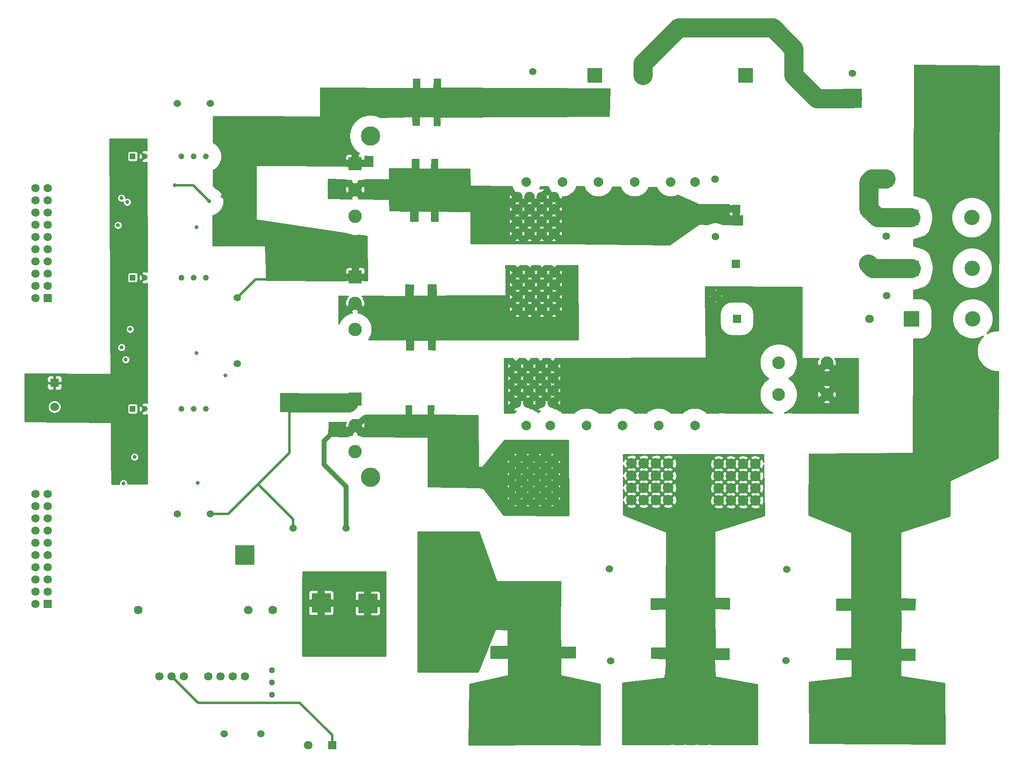
<source format=gbr>
%TF.GenerationSoftware,KiCad,Pcbnew,(5.1.12)-1*%
%TF.CreationDate,2023-12-01T15:42:45+05:30*%
%TF.ProjectId,DCCB PCB-V3,44434342-2050-4434-922d-56332e6b6963,rev?*%
%TF.SameCoordinates,Original*%
%TF.FileFunction,Copper,L4,Bot*%
%TF.FilePolarity,Positive*%
%FSLAX46Y46*%
G04 Gerber Fmt 4.6, Leading zero omitted, Abs format (unit mm)*
G04 Created by KiCad (PCBNEW (5.1.12)-1) date 2023-12-01 15:42:45*
%MOMM*%
%LPD*%
G01*
G04 APERTURE LIST*
%TA.AperFunction,ComponentPad*%
%ADD10C,1.530000*%
%TD*%
%TA.AperFunction,ComponentPad*%
%ADD11C,0.100000*%
%TD*%
%TA.AperFunction,ComponentPad*%
%ADD12C,4.005000*%
%TD*%
%TA.AperFunction,ComponentPad*%
%ADD13C,3.150000*%
%TD*%
%TA.AperFunction,ComponentPad*%
%ADD14R,3.150000X3.150000*%
%TD*%
%TA.AperFunction,ComponentPad*%
%ADD15C,1.230000*%
%TD*%
%TA.AperFunction,ComponentPad*%
%ADD16R,1.230000X1.230000*%
%TD*%
%TA.AperFunction,ComponentPad*%
%ADD17C,1.725000*%
%TD*%
%TA.AperFunction,ComponentPad*%
%ADD18R,1.725000X1.725000*%
%TD*%
%TA.AperFunction,ComponentPad*%
%ADD19C,2.200000*%
%TD*%
%TA.AperFunction,WasherPad*%
%ADD20C,2.000000*%
%TD*%
%TA.AperFunction,ComponentPad*%
%ADD21C,1.800000*%
%TD*%
%TA.AperFunction,ComponentPad*%
%ADD22R,1.800000X1.800000*%
%TD*%
%TA.AperFunction,ComponentPad*%
%ADD23R,3.200000X3.200000*%
%TD*%
%TA.AperFunction,ComponentPad*%
%ADD24O,3.200000X3.200000*%
%TD*%
%TA.AperFunction,ComponentPad*%
%ADD25C,1.269000*%
%TD*%
%TA.AperFunction,ComponentPad*%
%ADD26C,2.640000*%
%TD*%
%TA.AperFunction,ComponentPad*%
%ADD27C,1.575000*%
%TD*%
%TA.AperFunction,ComponentPad*%
%ADD28C,2.790000*%
%TD*%
%TA.AperFunction,ComponentPad*%
%ADD29R,2.790000X2.790000*%
%TD*%
%TA.AperFunction,ViaPad*%
%ADD30C,0.800000*%
%TD*%
%TA.AperFunction,Conductor*%
%ADD31C,4.000000*%
%TD*%
%TA.AperFunction,Conductor*%
%ADD32C,0.500000*%
%TD*%
%TA.AperFunction,Conductor*%
%ADD33C,1.000000*%
%TD*%
%TA.AperFunction,Conductor*%
%ADD34C,0.254000*%
%TD*%
%TA.AperFunction,Conductor*%
%ADD35C,0.100000*%
%TD*%
%TA.AperFunction,Conductor*%
%ADD36C,0.300000*%
%TD*%
G04 APERTURE END LIST*
D10*
%TO.P,TP18,TP*%
%TO.N,Net-(PS5-Pad7)*%
X87250000Y-183620000D03*
%TD*%
%TO.P,TP17,TP*%
%TO.N,Net-(IC1-Pad1)*%
X79570000Y-183590000D03*
%TD*%
%TO.P,TP16,TP*%
%TO.N,gnd3*%
X82296000Y-92964000D03*
%TD*%
%TO.P,TP15,TP*%
%TO.N,G4*%
X82290000Y-106660000D03*
%TD*%
%TO.P,TP14,TP*%
%TO.N,gnd1*%
X76708000Y-137922000D03*
%TD*%
%TO.P,TP13,TP*%
%TO.N,gnd3*%
X76708000Y-52578000D03*
%TD*%
%TO.P,TP12,TP*%
%TO.N,G2*%
X69850000Y-52578000D03*
%TD*%
%TO.P,TP11,TP*%
%TO.N,G1*%
X69850000Y-137922000D03*
%TD*%
%TO.P,TP10,TP*%
%TO.N,GND*%
X196280000Y-168380000D03*
%TD*%
%TO.P,TP9,TP*%
%TO.N,L3*%
X159830000Y-168500000D03*
%TD*%
%TO.P,TP8,TP*%
%TO.N,Net-(C11-Pad2)*%
X210040000Y-46290000D03*
%TD*%
%TO.P,TP7,TP*%
%TO.N,gnd3*%
X143690000Y-45970000D03*
%TD*%
%TO.P,TP6,TP*%
%TO.N,gnd1*%
X93930000Y-140860000D03*
%TD*%
%TO.P,TP3,TP*%
%TO.N,L1'*%
X104920000Y-140870000D03*
%TD*%
%TO.P,TP2,TP*%
%TO.N,GND*%
X196400000Y-149440000D03*
%TD*%
%TO.P,TP1,TP*%
%TO.N,L1*%
X159590000Y-149320000D03*
%TD*%
%TA.AperFunction,ComponentPad*%
D11*
%TO.P,K1,1*%
%TO.N,gnd1*%
G36*
X95180000Y-116770000D02*
G01*
X91180000Y-116770000D01*
X91180000Y-112770000D01*
X95180000Y-112770000D01*
X95180000Y-116770000D01*
G37*
%TD.AperFunction*%
%TD*%
D12*
%TO.P,H5,2*%
%TO.N,Net-(H5-Pad2)*%
X109960000Y-130250000D03*
%TO.P,H5,1*%
%TO.N,Net-(H5-Pad1)*%
X109960000Y-59310000D03*
%TD*%
D13*
%TO.P,C11,2*%
%TO.N,Net-(C11-Pad2)*%
X197870000Y-46720000D03*
D14*
%TO.P,C11,1*%
%TO.N,gnd3*%
X187870000Y-46720000D03*
%TD*%
D15*
%TO.P,PS3,6*%
%TO.N,gnd3*%
X73270000Y-88770000D03*
%TO.P,PS3,7*%
%TO.N,+15_3*%
X75810000Y-88770000D03*
%TO.P,PS3,5*%
%TO.N,-8_3*%
X70730000Y-88770000D03*
%TO.P,PS3,2*%
%TO.N,-12V*%
X63110000Y-88770000D03*
D16*
%TO.P,PS3,1*%
%TO.N,+12*%
X60570000Y-88770000D03*
%TD*%
D15*
%TO.P,PS2,6*%
%TO.N,gnd1*%
X73270000Y-116060000D03*
%TO.P,PS2,7*%
%TO.N,+15*%
X75810000Y-116060000D03*
%TO.P,PS2,5*%
%TO.N,-8*%
X70730000Y-116060000D03*
%TO.P,PS2,2*%
%TO.N,-12V*%
X63110000Y-116060000D03*
D16*
%TO.P,PS2,1*%
%TO.N,+12*%
X60570000Y-116060000D03*
%TD*%
D15*
%TO.P,PS1,6*%
%TO.N,gnd3*%
X73270000Y-63550000D03*
%TO.P,PS1,7*%
%TO.N,+15_2*%
X75810000Y-63550000D03*
%TO.P,PS1,5*%
%TO.N,-8_2*%
X70730000Y-63550000D03*
%TO.P,PS1,2*%
%TO.N,-12V*%
X63110000Y-63550000D03*
D16*
%TO.P,PS1,1*%
%TO.N,+12*%
X60570000Y-63550000D03*
%TD*%
D17*
%TO.P,J2,20*%
%TO.N,Net-(J2-Pad20)*%
X40360000Y-133780000D03*
%TO.P,J2,19*%
%TO.N,5v1*%
X42900000Y-133780000D03*
%TO.P,J2,18*%
%TO.N,Net-(J2-Pad18)*%
X40360000Y-136320000D03*
%TO.P,J2,17*%
%TO.N,GND2*%
X42900000Y-136320000D03*
%TO.P,J2,16*%
%TO.N,pwm1*%
X40360000Y-138860000D03*
%TO.P,J2,15*%
%TO.N,Net-(J2-Pad15)*%
X42900000Y-138860000D03*
%TO.P,J2,14*%
%TO.N,Net-(J2-Pad14)*%
X40360000Y-141400000D03*
%TO.P,J2,13*%
%TO.N,Net-(J2-Pad13)*%
X42900000Y-141400000D03*
%TO.P,J2,12*%
%TO.N,Net-(J2-Pad12)*%
X40360000Y-143940000D03*
%TO.P,J2,11*%
%TO.N,Net-(J2-Pad11)*%
X42900000Y-143940000D03*
%TO.P,J2,10*%
%TO.N,Net-(J2-Pad10)*%
X40360000Y-146480000D03*
%TO.P,J2,9*%
%TO.N,Net-(J2-Pad9)*%
X42900000Y-146480000D03*
%TO.P,J2,8*%
%TO.N,Net-(J2-Pad8)*%
X40360000Y-149020000D03*
%TO.P,J2,7*%
%TO.N,Net-(J2-Pad7)*%
X42900000Y-149020000D03*
%TO.P,J2,6*%
%TO.N,Net-(J2-Pad6)*%
X40360000Y-151560000D03*
%TO.P,J2,5*%
%TO.N,Net-(J2-Pad5)*%
X42900000Y-151560000D03*
%TO.P,J2,4*%
%TO.N,Net-(J2-Pad4)*%
X40360000Y-154100000D03*
%TO.P,J2,3*%
%TO.N,Net-(J2-Pad3)*%
X42900000Y-154100000D03*
%TO.P,J2,2*%
%TO.N,Net-(J2-Pad2)*%
X40360000Y-156640000D03*
D18*
%TO.P,J2,1*%
%TO.N,Net-(J2-Pad1)*%
X42900000Y-156640000D03*
%TD*%
D17*
%TO.P,J1,20*%
%TO.N,Net-(J1-Pad20)*%
X40360000Y-70140000D03*
%TO.P,J1,19*%
%TO.N,5v*%
X42900000Y-70140000D03*
%TO.P,J1,18*%
%TO.N,Net-(J1-Pad18)*%
X40360000Y-72680000D03*
%TO.P,J1,17*%
%TO.N,GND1*%
X42900000Y-72680000D03*
%TO.P,J1,16*%
%TO.N,Net-(J1-Pad16)*%
X40360000Y-75220000D03*
%TO.P,J1,15*%
%TO.N,pwm3*%
X42900000Y-75220000D03*
%TO.P,J1,14*%
%TO.N,Net-(J1-Pad14)*%
X40360000Y-77760000D03*
%TO.P,J1,13*%
%TO.N,pwm4*%
X42900000Y-77760000D03*
%TO.P,J1,12*%
%TO.N,Net-(J1-Pad12)*%
X40360000Y-80300000D03*
%TO.P,J1,11*%
%TO.N,Net-(J1-Pad11)*%
X42900000Y-80300000D03*
%TO.P,J1,10*%
%TO.N,Net-(J1-Pad10)*%
X40360000Y-82840000D03*
%TO.P,J1,9*%
%TO.N,Net-(J1-Pad9)*%
X42900000Y-82840000D03*
%TO.P,J1,8*%
%TO.N,Net-(J1-Pad8)*%
X40360000Y-85380000D03*
%TO.P,J1,7*%
%TO.N,Net-(J1-Pad7)*%
X42900000Y-85380000D03*
%TO.P,J1,6*%
%TO.N,Net-(J1-Pad6)*%
X40360000Y-87920000D03*
%TO.P,J1,5*%
%TO.N,Net-(J1-Pad5)*%
X42900000Y-87920000D03*
%TO.P,J1,4*%
%TO.N,Net-(J1-Pad4)*%
X40360000Y-90460000D03*
%TO.P,J1,3*%
%TO.N,Net-(J1-Pad3)*%
X42900000Y-90460000D03*
%TO.P,J1,2*%
%TO.N,Net-(J1-Pad2)*%
X40360000Y-93000000D03*
D18*
%TO.P,J1,1*%
%TO.N,Net-(J1-Pad1)*%
X42900000Y-93000000D03*
%TD*%
D19*
%TO.P,IC15,16*%
%TO.N,L3'*%
X148150000Y-95330000D03*
%TO.P,IC15,15*%
X145610000Y-95330000D03*
%TO.P,IC15,14*%
X143070000Y-95330000D03*
%TO.P,IC15,13*%
X140530000Y-95330000D03*
%TO.P,IC15,12*%
X148150000Y-92790000D03*
%TO.P,IC15,11*%
X145610000Y-92790000D03*
%TO.P,IC15,10*%
X143070000Y-92790000D03*
%TO.P,IC15,9*%
X140530000Y-92790000D03*
%TO.P,IC15,8*%
X148150000Y-90250000D03*
%TO.P,IC15,7*%
X145610000Y-90250000D03*
%TO.P,IC15,6*%
X143070000Y-90250000D03*
%TO.P,IC15,5*%
X140530000Y-90250000D03*
%TO.P,IC15,4*%
X148150000Y-87710000D03*
%TO.P,IC15,3*%
X145610000Y-87710000D03*
%TO.P,IC15,2*%
X143070000Y-87710000D03*
%TO.P,IC15,1*%
X140530000Y-87710000D03*
%TD*%
%TO.P,IC14,16*%
%TO.N,L3*%
X147800000Y-114790000D03*
%TO.P,IC14,15*%
X145260000Y-114790000D03*
%TO.P,IC14,14*%
X142720000Y-114790000D03*
%TO.P,IC14,13*%
X140180000Y-114790000D03*
%TO.P,IC14,12*%
X147800000Y-112250000D03*
%TO.P,IC14,11*%
X145260000Y-112250000D03*
%TO.P,IC14,10*%
X142720000Y-112250000D03*
%TO.P,IC14,9*%
X140180000Y-112250000D03*
%TO.P,IC14,8*%
X147800000Y-109710000D03*
%TO.P,IC14,7*%
X145260000Y-109710000D03*
%TO.P,IC14,6*%
X142720000Y-109710000D03*
%TO.P,IC14,5*%
X140180000Y-109710000D03*
%TO.P,IC14,4*%
X147800000Y-107170000D03*
%TO.P,IC14,3*%
X145260000Y-107170000D03*
%TO.P,IC14,2*%
X142720000Y-107170000D03*
%TO.P,IC14,1*%
X140180000Y-107170000D03*
%TD*%
%TO.P,IC13,16*%
%TO.N,L1'*%
X147750000Y-134690000D03*
%TO.P,IC13,15*%
X145210000Y-134690000D03*
%TO.P,IC13,14*%
X142670000Y-134690000D03*
%TO.P,IC13,13*%
X140130000Y-134690000D03*
%TO.P,IC13,12*%
X147750000Y-132150000D03*
%TO.P,IC13,11*%
X145210000Y-132150000D03*
%TO.P,IC13,10*%
X142670000Y-132150000D03*
%TO.P,IC13,9*%
X140130000Y-132150000D03*
%TO.P,IC13,8*%
X147750000Y-129610000D03*
%TO.P,IC13,7*%
X145210000Y-129610000D03*
%TO.P,IC13,6*%
X142670000Y-129610000D03*
%TO.P,IC13,5*%
X140130000Y-129610000D03*
%TO.P,IC13,4*%
X147750000Y-127070000D03*
%TO.P,IC13,3*%
X145210000Y-127070000D03*
%TO.P,IC13,2*%
X142670000Y-127070000D03*
%TO.P,IC13,1*%
X140130000Y-127070000D03*
%TD*%
%TO.P,IC12,16*%
%TO.N,L1*%
X171830000Y-135000000D03*
%TO.P,IC12,15*%
X169290000Y-135000000D03*
%TO.P,IC12,14*%
X166750000Y-135000000D03*
%TO.P,IC12,13*%
X164210000Y-135000000D03*
%TO.P,IC12,12*%
X171830000Y-132460000D03*
%TO.P,IC12,11*%
X169290000Y-132460000D03*
%TO.P,IC12,10*%
X166750000Y-132460000D03*
%TO.P,IC12,9*%
X164210000Y-132460000D03*
%TO.P,IC12,8*%
X171830000Y-129920000D03*
%TO.P,IC12,7*%
X169290000Y-129920000D03*
%TO.P,IC12,6*%
X166750000Y-129920000D03*
%TO.P,IC12,5*%
X164210000Y-129920000D03*
%TO.P,IC12,4*%
X171830000Y-127380000D03*
%TO.P,IC12,3*%
X169290000Y-127380000D03*
%TO.P,IC12,2*%
X166750000Y-127380000D03*
%TO.P,IC12,1*%
X164210000Y-127380000D03*
%TD*%
%TO.P,IC11,16*%
%TO.N,L2'*%
X148120000Y-79610000D03*
%TO.P,IC11,15*%
X145580000Y-79610000D03*
%TO.P,IC11,14*%
X143040000Y-79610000D03*
%TO.P,IC11,13*%
X140500000Y-79610000D03*
%TO.P,IC11,12*%
X148120000Y-77070000D03*
%TO.P,IC11,11*%
X145580000Y-77070000D03*
%TO.P,IC11,10*%
X143040000Y-77070000D03*
%TO.P,IC11,9*%
X140500000Y-77070000D03*
%TO.P,IC11,8*%
X148120000Y-74530000D03*
%TO.P,IC11,7*%
X145580000Y-74530000D03*
%TO.P,IC11,6*%
X143040000Y-74530000D03*
%TO.P,IC11,5*%
X140500000Y-74530000D03*
%TO.P,IC11,4*%
X148120000Y-71990000D03*
%TO.P,IC11,3*%
X145580000Y-71990000D03*
%TO.P,IC11,2*%
X143040000Y-71990000D03*
%TO.P,IC11,1*%
X140500000Y-71990000D03*
%TD*%
%TO.P,IC10,16*%
%TO.N,L1*%
X189910000Y-135100000D03*
%TO.P,IC10,15*%
X187370000Y-135100000D03*
%TO.P,IC10,14*%
X184830000Y-135100000D03*
%TO.P,IC10,13*%
X182290000Y-135100000D03*
%TO.P,IC10,12*%
X189910000Y-132560000D03*
%TO.P,IC10,11*%
X187370000Y-132560000D03*
%TO.P,IC10,10*%
X184830000Y-132560000D03*
%TO.P,IC10,9*%
X182290000Y-132560000D03*
%TO.P,IC10,8*%
X189910000Y-130020000D03*
%TO.P,IC10,7*%
X187370000Y-130020000D03*
%TO.P,IC10,6*%
X184830000Y-130020000D03*
%TO.P,IC10,5*%
X182290000Y-130020000D03*
%TO.P,IC10,4*%
X189910000Y-127480000D03*
%TO.P,IC10,3*%
X187370000Y-127480000D03*
%TO.P,IC10,2*%
X184830000Y-127480000D03*
%TO.P,IC10,1*%
X182290000Y-127480000D03*
%TD*%
%TO.P,IC9,16*%
%TO.N,GND*%
X218900000Y-176210000D03*
%TO.P,IC9,15*%
X216360000Y-176210000D03*
%TO.P,IC9,14*%
X213820000Y-176210000D03*
%TO.P,IC9,13*%
X211280000Y-176210000D03*
%TO.P,IC9,12*%
X218900000Y-178750000D03*
%TO.P,IC9,11*%
X216360000Y-178750000D03*
%TO.P,IC9,10*%
X213820000Y-178750000D03*
%TO.P,IC9,9*%
X211280000Y-178750000D03*
%TO.P,IC9,8*%
X218900000Y-181290000D03*
%TO.P,IC9,7*%
X216360000Y-181290000D03*
%TO.P,IC9,6*%
X213820000Y-181290000D03*
%TO.P,IC9,5*%
X211280000Y-181290000D03*
%TO.P,IC9,4*%
X218900000Y-183830000D03*
%TO.P,IC9,3*%
X216360000Y-183830000D03*
%TO.P,IC9,2*%
X213820000Y-183830000D03*
%TO.P,IC9,1*%
X211280000Y-183830000D03*
%TD*%
%TO.P,IC8,16*%
%TO.N,L3*%
X148010000Y-184060000D03*
%TO.P,IC8,15*%
X148010000Y-181520000D03*
%TO.P,IC8,14*%
X148010000Y-178980000D03*
%TO.P,IC8,13*%
X148010000Y-176440000D03*
%TO.P,IC8,12*%
X145470000Y-184060000D03*
%TO.P,IC8,11*%
X145470000Y-181520000D03*
%TO.P,IC8,10*%
X145470000Y-178980000D03*
%TO.P,IC8,9*%
X145470000Y-176440000D03*
%TO.P,IC8,8*%
X142930000Y-184060000D03*
%TO.P,IC8,7*%
X142930000Y-181520000D03*
%TO.P,IC8,6*%
X142930000Y-178980000D03*
%TO.P,IC8,5*%
X142930000Y-176440000D03*
%TO.P,IC8,4*%
X140390000Y-184060000D03*
%TO.P,IC8,3*%
X140390000Y-181520000D03*
%TO.P,IC8,2*%
X140390000Y-178980000D03*
%TO.P,IC8,1*%
X140390000Y-176440000D03*
%TD*%
%TO.P,IC7,16*%
%TO.N,GND*%
X211370000Y-135510000D03*
%TO.P,IC7,15*%
X211370000Y-132970000D03*
%TO.P,IC7,14*%
X211370000Y-130430000D03*
%TO.P,IC7,13*%
X211370000Y-127890000D03*
%TO.P,IC7,12*%
X213910000Y-135510000D03*
%TO.P,IC7,11*%
X213910000Y-132970000D03*
%TO.P,IC7,10*%
X213910000Y-130430000D03*
%TO.P,IC7,9*%
X213910000Y-127890000D03*
%TO.P,IC7,8*%
X216450000Y-135510000D03*
%TO.P,IC7,7*%
X216450000Y-132970000D03*
%TO.P,IC7,6*%
X216450000Y-130430000D03*
%TO.P,IC7,5*%
X216450000Y-127890000D03*
%TO.P,IC7,4*%
X218990000Y-135510000D03*
%TO.P,IC7,3*%
X218990000Y-132970000D03*
%TO.P,IC7,2*%
X218990000Y-130430000D03*
%TO.P,IC7,1*%
X218990000Y-127890000D03*
%TD*%
%TO.P,IC6,16*%
%TO.N,L1*%
X180310000Y-176480000D03*
%TO.P,IC6,15*%
X177770000Y-176480000D03*
%TO.P,IC6,14*%
X175230000Y-176480000D03*
%TO.P,IC6,13*%
X172690000Y-176480000D03*
%TO.P,IC6,12*%
X180310000Y-179020000D03*
%TO.P,IC6,11*%
X177770000Y-179020000D03*
%TO.P,IC6,10*%
X175230000Y-179020000D03*
%TO.P,IC6,9*%
X172690000Y-179020000D03*
%TO.P,IC6,8*%
X180310000Y-181560000D03*
%TO.P,IC6,7*%
X177770000Y-181560000D03*
%TO.P,IC6,6*%
X175230000Y-181560000D03*
%TO.P,IC6,5*%
X172690000Y-181560000D03*
%TO.P,IC6,4*%
X180310000Y-184100000D03*
%TO.P,IC6,3*%
X177770000Y-184100000D03*
%TO.P,IC6,2*%
X175230000Y-184100000D03*
%TO.P,IC6,1*%
X172690000Y-184100000D03*
%TD*%
D20*
%TO.P,L1,*%
%TO.N,*%
X177350000Y-68910000D03*
X172350000Y-68910000D03*
X164850000Y-68910000D03*
X157350000Y-68910000D03*
X149850000Y-68910000D03*
X142350000Y-68910000D03*
X154848800Y-119506800D03*
X169848800Y-119506800D03*
X162348800Y-119506800D03*
X147348800Y-119506800D03*
X142348800Y-119506800D03*
X177348800Y-119506800D03*
%TD*%
D21*
%TO.P,C2,2*%
%TO.N,Net-(C2-Pad2)*%
X213610000Y-97340000D03*
D22*
%TO.P,C2,1*%
%TO.N,L1'*%
X186110000Y-97340000D03*
%TD*%
D21*
%TO.P,J7,2*%
%TO.N,Net-(J7-Pad2)*%
X97010000Y-186030000D03*
D22*
%TO.P,J7,1*%
%TO.N,Net-(J7-Pad1)*%
X102010000Y-186030000D03*
%TD*%
D17*
%TO.P,PS5,8*%
%TO.N,Net-(IC1-Pad2)*%
X83960000Y-171690000D03*
%TO.P,PS5,7*%
%TO.N,Net-(PS5-Pad7)*%
X81420000Y-171690000D03*
%TO.P,PS5,6*%
%TO.N,Net-(IC1-Pad3)*%
X78880000Y-171690000D03*
%TO.P,PS5,5*%
%TO.N,Net-(PS5-Pad5)*%
X76340000Y-171690000D03*
%TO.P,PS5,3*%
%TO.N,Net-(PS5-Pad3)*%
X71260000Y-171690000D03*
%TO.P,PS5,2*%
%TO.N,Net-(J7-Pad1)*%
X68720000Y-171690000D03*
%TO.P,PS5,1*%
%TO.N,Net-(J7-Pad2)*%
X66180000Y-171690000D03*
%TD*%
D23*
%TO.P,D7,1*%
%TO.N,Net-(C4-Pad2)*%
X222250000Y-86820000D03*
D24*
%TO.P,D7,2*%
%TO.N,gnd3*%
X234950000Y-86820000D03*
%TD*%
D23*
%TO.P,D6,1*%
%TO.N,Net-(C2-Pad2)*%
X222390000Y-97340000D03*
D24*
%TO.P,D6,2*%
%TO.N,L3*%
X235090000Y-97340000D03*
%TD*%
D23*
%TO.P,D5,1*%
%TO.N,Net-(C1-Pad2)*%
X222190000Y-76290000D03*
D24*
%TO.P,D5,2*%
%TO.N,gnd3*%
X234890000Y-76290000D03*
%TD*%
%TA.AperFunction,ComponentPad*%
D11*
%TO.P,Probe2,1*%
%TO.N,L3*%
G36*
X126450000Y-158390000D02*
G01*
X122450000Y-158390000D01*
X122450000Y-154390000D01*
X126450000Y-154390000D01*
X126450000Y-158390000D01*
G37*
%TD.AperFunction*%
%TD*%
%TA.AperFunction,ComponentPad*%
%TO.P,Probe1,1*%
%TO.N,Net-(Probe1-Pad1)*%
G36*
X111430000Y-158530000D02*
G01*
X107430000Y-158530000D01*
X107430000Y-154530000D01*
X111430000Y-154530000D01*
X111430000Y-158530000D01*
G37*
%TD.AperFunction*%
%TD*%
D21*
%TO.P,J5,2*%
%TO.N,+12*%
X44350000Y-115640000D03*
D22*
%TO.P,J5,1*%
%TO.N,-12V*%
X44350000Y-110640000D03*
%TD*%
D25*
%TO.P,VR1,3*%
%TO.N,Net-(PS5-Pad7)*%
X89480000Y-175500000D03*
%TO.P,VR1,2*%
X89480000Y-172960000D03*
%TO.P,VR1,1*%
%TO.N,Net-(IC1-Pad1)*%
X89480000Y-170420000D03*
%TD*%
%TA.AperFunction,ComponentPad*%
D11*
%TO.P,Sense2,1*%
%TO.N,Net-(Probe1-Pad1)*%
G36*
X101770000Y-158420000D02*
G01*
X97770000Y-158420000D01*
X97770000Y-154420000D01*
X101770000Y-154420000D01*
X101770000Y-158420000D01*
G37*
%TD.AperFunction*%
%TD*%
%TA.AperFunction,ComponentPad*%
%TO.P,TP5,1*%
%TO.N,GND*%
G36*
X230140000Y-53760000D02*
G01*
X226140000Y-53760000D01*
X226140000Y-49760000D01*
X230140000Y-49760000D01*
X230140000Y-53760000D01*
G37*
%TD.AperFunction*%
%TD*%
%TA.AperFunction,ComponentPad*%
%TO.P,TP4,1*%
%TO.N,Net-(C11-Pad2)*%
G36*
X212060000Y-53530000D02*
G01*
X208060000Y-53530000D01*
X208060000Y-49530000D01*
X212060000Y-49530000D01*
X212060000Y-53530000D01*
G37*
%TD.AperFunction*%
%TD*%
%TA.AperFunction,ComponentPad*%
%TO.P,Sense1,1*%
%TO.N,Net-(Sense1-Pad1)*%
G36*
X85850000Y-148450000D02*
G01*
X81850000Y-148450000D01*
X81850000Y-144450000D01*
X85850000Y-144450000D01*
X85850000Y-148450000D01*
G37*
%TD.AperFunction*%
%TD*%
D26*
%TO.P,RV2,2*%
%TO.N,L3*%
X204780000Y-113100000D03*
%TO.P,RV2,1*%
%TO.N,L1*%
X194780000Y-113100000D03*
%TD*%
%TO.P,RV1,2*%
%TO.N,L3*%
X204780000Y-106460000D03*
%TO.P,RV1,1*%
%TO.N,L1'*%
X194780000Y-106460000D03*
%TD*%
D27*
%TO.P,R3,1*%
%TO.N,Net-(C4-Pad2)*%
X217110000Y-80160000D03*
%TO.P,R3,2*%
%TO.N,gnd3*%
X181610000Y-80240000D03*
%TD*%
%TO.P,R2,1*%
%TO.N,Net-(C2-Pad2)*%
X217180000Y-92540000D03*
%TO.P,R2,2*%
%TO.N,L3*%
X181680000Y-92620000D03*
%TD*%
%TO.P,R1,1*%
%TO.N,Net-(C1-Pad2)*%
X217050000Y-68240000D03*
%TO.P,R1,2*%
%TO.N,gnd3*%
X181550000Y-68320000D03*
%TD*%
D21*
%TO.P,IC1,3*%
%TO.N,Net-(IC1-Pad3)*%
X61770000Y-157900000D03*
%TO.P,IC1,2*%
%TO.N,Net-(IC1-Pad2)*%
X84630000Y-157900000D03*
%TO.P,IC1,1*%
%TO.N,Net-(IC1-Pad1)*%
X89710000Y-157900000D03*
%TD*%
D28*
%TO.P,D3,3*%
%TO.N,G4*%
X106810000Y-99566000D03*
%TO.P,D3,2*%
%TO.N,L3'*%
X106810000Y-94106000D03*
D29*
%TO.P,D3,1*%
%TO.N,gnd3*%
X106810000Y-88646000D03*
%TD*%
D28*
%TO.P,D2,3*%
%TO.N,G1*%
X106810000Y-124970000D03*
%TO.P,D2,2*%
%TO.N,L1'*%
X106810000Y-119510000D03*
D29*
%TO.P,D2,1*%
%TO.N,gnd1*%
X106810000Y-114050000D03*
%TD*%
D28*
%TO.P,D1,3*%
%TO.N,G2*%
X106810000Y-75970000D03*
%TO.P,D1,2*%
%TO.N,L2'*%
X106810000Y-70510000D03*
D29*
%TO.P,D1,1*%
%TO.N,gnd3*%
X106810000Y-65050000D03*
%TD*%
D21*
%TO.P,C4,2*%
%TO.N,Net-(C4-Pad2)*%
X213380000Y-85890000D03*
D22*
%TO.P,C4,1*%
%TO.N,L3'*%
X185880000Y-85890000D03*
%TD*%
D13*
%TO.P,C3,2*%
%TO.N,Net-(C11-Pad2)*%
X166520000Y-46720000D03*
D14*
%TO.P,C3,1*%
%TO.N,gnd3*%
X156520000Y-46720000D03*
%TD*%
D21*
%TO.P,C1,2*%
%TO.N,Net-(C1-Pad2)*%
X213470000Y-74460000D03*
D22*
%TO.P,C1,1*%
%TO.N,L2'*%
X185970000Y-74460000D03*
%TD*%
D30*
%TO.N,GND*%
X202620000Y-129210000D03*
X204620000Y-129210000D03*
X206620000Y-129210000D03*
X208620000Y-129210000D03*
X202620000Y-131210000D03*
X204620000Y-131210000D03*
X206620000Y-131210000D03*
X208620000Y-131210000D03*
X202620000Y-133210000D03*
X204620000Y-133210000D03*
X206620000Y-133210000D03*
X208620000Y-133210000D03*
X202620000Y-135210000D03*
X204620000Y-135210000D03*
X206620000Y-135210000D03*
X208620000Y-135210000D03*
X222220000Y-135390000D03*
X228220000Y-129390000D03*
X228220000Y-131390000D03*
X224220000Y-133390000D03*
X224220000Y-135390000D03*
X228220000Y-135390000D03*
X224220000Y-129390000D03*
X224220000Y-131390000D03*
X226220000Y-133390000D03*
X226220000Y-135390000D03*
X228220000Y-133390000D03*
X222220000Y-133390000D03*
X222220000Y-131390000D03*
X226220000Y-131390000D03*
X226220000Y-129390000D03*
X222220000Y-129390000D03*
X227660000Y-178550000D03*
X225660000Y-178550000D03*
X225660000Y-180550000D03*
X221660000Y-180550000D03*
X225660000Y-182550000D03*
X221660000Y-178550000D03*
X223660000Y-176550000D03*
X227660000Y-182550000D03*
X223660000Y-178550000D03*
X227660000Y-180550000D03*
X223660000Y-182550000D03*
X223660000Y-180550000D03*
X221660000Y-182550000D03*
X227660000Y-176550000D03*
X225660000Y-176550000D03*
X221660000Y-176550000D03*
X206440000Y-182480000D03*
X202440000Y-178480000D03*
X204440000Y-176480000D03*
X204440000Y-182480000D03*
X206440000Y-176480000D03*
X202440000Y-182480000D03*
X204440000Y-178480000D03*
X208440000Y-180480000D03*
X204440000Y-180480000D03*
X208440000Y-176480000D03*
X202440000Y-176480000D03*
X208440000Y-182480000D03*
X208440000Y-178480000D03*
X206440000Y-178480000D03*
X206440000Y-180480000D03*
X202440000Y-180480000D03*
%TO.N,gnd3*%
X79800000Y-81800000D03*
X79230000Y-55800000D03*
X93930000Y-82000000D03*
X95730000Y-82000000D03*
X97530000Y-82000000D03*
X99330000Y-82000000D03*
X93930000Y-83800000D03*
X95730000Y-83800000D03*
X97530000Y-83800000D03*
X99330000Y-83800000D03*
X93930000Y-85600000D03*
X95730000Y-85600000D03*
X97530000Y-85600000D03*
X99330000Y-85600000D03*
X93930000Y-87400000D03*
X95730000Y-87400000D03*
X97530000Y-87400000D03*
X99330000Y-87400000D03*
X81050000Y-68250000D03*
X79250000Y-68250000D03*
X84650000Y-68250000D03*
X82850000Y-71850000D03*
X84650000Y-71850000D03*
X79250000Y-70050000D03*
X81050000Y-70050000D03*
X82850000Y-70050000D03*
X84650000Y-70050000D03*
X79250000Y-71850000D03*
X82850000Y-68250000D03*
X81050000Y-71850000D03*
X84650000Y-66450000D03*
X81050000Y-66450000D03*
X82850000Y-66450000D03*
X79250000Y-66450000D03*
X93470000Y-57500000D03*
X89870000Y-59300000D03*
X91670000Y-59300000D03*
X93470000Y-59300000D03*
X89870000Y-57500000D03*
X88070000Y-61100000D03*
X88070000Y-59300000D03*
X89870000Y-61100000D03*
X91670000Y-61100000D03*
X93470000Y-61100000D03*
X88070000Y-62900000D03*
X89870000Y-62900000D03*
X88070000Y-57500000D03*
X91670000Y-57500000D03*
X93470000Y-62900000D03*
X91670000Y-62900000D03*
%TO.N,-8_2*%
X73840000Y-78330000D03*
%TO.N,-8*%
X74100000Y-131450000D03*
%TO.N,-8_3*%
X73820000Y-104420000D03*
%TO.N,pwm3*%
X58260001Y-72229999D03*
%TO.N,pwm4*%
X59150000Y-105830000D03*
%TO.N,GND1*%
X57540000Y-77890000D03*
X58270000Y-103290000D03*
%TO.N,G2*%
X69342000Y-69596000D03*
X76454000Y-72898000D03*
%TO.N,Net-(Probe1-Pad1)*%
X98490000Y-160840000D03*
X101030000Y-160840000D03*
X103570000Y-160840000D03*
X106110000Y-160840000D03*
X108650000Y-160840000D03*
X111190000Y-160840000D03*
X98490000Y-163380000D03*
X101030000Y-163380000D03*
X103570000Y-163380000D03*
X106110000Y-163380000D03*
X108650000Y-163380000D03*
X111190000Y-163380000D03*
X98490000Y-165920000D03*
X101030000Y-165920000D03*
X103570000Y-165920000D03*
X106110000Y-165920000D03*
X108650000Y-165920000D03*
X111190000Y-165920000D03*
%TO.N,L3*%
X127450000Y-151870000D03*
X129990000Y-151870000D03*
X132530000Y-151870000D03*
X135070000Y-151870000D03*
X127450000Y-154410000D03*
X129990000Y-154410000D03*
X132530000Y-154410000D03*
X135070000Y-154410000D03*
X127450000Y-156950000D03*
X129990000Y-156950000D03*
X132530000Y-156950000D03*
X135070000Y-156950000D03*
X127450000Y-159490000D03*
X129990000Y-159490000D03*
X132530000Y-159490000D03*
X135070000Y-159490000D03*
X127450000Y-162030000D03*
X129990000Y-162030000D03*
X132530000Y-162030000D03*
X135070000Y-162030000D03*
%TO.N,L1*%
X186870000Y-182550000D03*
X182870000Y-178550000D03*
X184870000Y-176550000D03*
X184870000Y-182550000D03*
X186870000Y-176550000D03*
X182870000Y-182550000D03*
X184870000Y-178550000D03*
X188870000Y-180550000D03*
X184870000Y-180550000D03*
X188870000Y-176550000D03*
X182870000Y-176550000D03*
X188870000Y-182550000D03*
X188870000Y-178550000D03*
X186870000Y-178550000D03*
X186870000Y-180550000D03*
X182870000Y-180550000D03*
X173990000Y-135190000D03*
X175990000Y-135190000D03*
X177990000Y-135190000D03*
X179990000Y-135190000D03*
X173990000Y-137190000D03*
X175990000Y-137190000D03*
X177990000Y-137190000D03*
X179990000Y-137190000D03*
X173990000Y-139190000D03*
X175990000Y-139190000D03*
X177990000Y-139190000D03*
X179990000Y-139190000D03*
X173990000Y-141190000D03*
X175990000Y-141190000D03*
X177990000Y-141190000D03*
X179990000Y-141190000D03*
X168150000Y-176500000D03*
X166150000Y-182500000D03*
X168150000Y-182500000D03*
X170150000Y-180500000D03*
X166150000Y-176500000D03*
X164150000Y-182500000D03*
X166150000Y-180500000D03*
X170150000Y-176500000D03*
X164150000Y-178500000D03*
X166150000Y-178500000D03*
X164150000Y-176500000D03*
X170150000Y-182500000D03*
X170150000Y-178500000D03*
X168150000Y-178500000D03*
X168150000Y-180500000D03*
X164150000Y-180500000D03*
%TO.N,5v*%
X59470000Y-73080000D03*
X60060000Y-99500000D03*
%TO.N,gnd1*%
X79880000Y-109090000D03*
%TO.N,5v1*%
X60970000Y-126060000D03*
%TO.N,GND2*%
X58660000Y-131520000D03*
%TD*%
D31*
%TO.N,Net-(C1-Pad2)*%
X217050000Y-68240000D02*
X214160000Y-68240000D01*
X213470000Y-68930000D02*
X213470000Y-74460000D01*
X214160000Y-68240000D02*
X213470000Y-68930000D01*
X215300000Y-76290000D02*
X213470000Y-74460000D01*
X222190000Y-76290000D02*
X215300000Y-76290000D01*
D32*
%TO.N,gnd3*%
X82296000Y-92964000D02*
X86106000Y-89154000D01*
X91714000Y-89154000D02*
X91840000Y-89280000D01*
X86106000Y-89154000D02*
X91714000Y-89154000D01*
%TO.N,G2*%
X73152000Y-69596000D02*
X69342000Y-69596000D01*
X76454000Y-72898000D02*
X73152000Y-69596000D01*
%TO.N,Net-(J7-Pad1)*%
X68720000Y-171690000D02*
X74190000Y-177160000D01*
X102010000Y-186030000D02*
X102010000Y-183900000D01*
X95270000Y-177160000D02*
X74190000Y-177160000D01*
X102010000Y-183900000D02*
X95270000Y-177160000D01*
D31*
%TO.N,Net-(C11-Pad2)*%
X202680000Y-51530000D02*
X197870000Y-46720000D01*
X210060000Y-51530000D02*
X202680000Y-51530000D01*
X166520000Y-46720000D02*
X166520000Y-44290000D01*
X166520000Y-44290000D02*
X173970000Y-36840000D01*
X173970000Y-36840000D02*
X193520000Y-36840000D01*
X197870000Y-41190000D02*
X197870000Y-46720000D01*
X193520000Y-36840000D02*
X197870000Y-41190000D01*
D33*
%TO.N,L1'*%
X104920000Y-140870000D02*
X104920000Y-132250000D01*
X104920000Y-132250000D02*
X100330000Y-127660000D01*
X100330000Y-127660000D02*
X100330000Y-122770000D01*
X102832000Y-120268000D02*
X105410000Y-120268000D01*
X100330000Y-122770000D02*
X102832000Y-120268000D01*
D32*
%TO.N,gnd1*%
X93930000Y-140860000D02*
X93930000Y-139030000D01*
X93930000Y-139030000D02*
X86650000Y-131750000D01*
X80478000Y-137922000D02*
X86650000Y-131750000D01*
X76708000Y-137922000D02*
X80478000Y-137922000D01*
D31*
X105372000Y-114770000D02*
X105410000Y-114808000D01*
X93180000Y-114770000D02*
X105372000Y-114770000D01*
D32*
X93180000Y-125220000D02*
X86650000Y-131750000D01*
X93180000Y-114770000D02*
X93180000Y-125220000D01*
D31*
%TO.N,Net-(C4-Pad2)*%
X214310000Y-86820000D02*
X213380000Y-85890000D01*
X222250000Y-86820000D02*
X214310000Y-86820000D01*
%TD*%
D34*
%TO.N,-12V*%
X63533158Y-59926424D02*
X63536214Y-62370412D01*
X63517827Y-62362005D01*
X63278225Y-62305269D01*
X63032157Y-62296366D01*
X62789082Y-62335641D01*
X62558339Y-62421583D01*
X62478243Y-62464395D01*
X62429110Y-62689505D01*
X63110000Y-63370395D01*
X63124143Y-63356253D01*
X63303748Y-63535858D01*
X63289605Y-63550000D01*
X63303748Y-63564143D01*
X63124143Y-63743748D01*
X63110000Y-63729605D01*
X62429110Y-64410495D01*
X62478243Y-64635605D01*
X62702173Y-64737995D01*
X62941775Y-64794731D01*
X63187843Y-64803634D01*
X63430918Y-64764359D01*
X63539158Y-64724044D01*
X63567770Y-87604841D01*
X63517827Y-87582005D01*
X63278225Y-87525269D01*
X63032157Y-87516366D01*
X62789082Y-87555641D01*
X62558339Y-87641583D01*
X62478243Y-87684395D01*
X62429110Y-87909505D01*
X63110000Y-88590395D01*
X63124143Y-88576253D01*
X63303748Y-88755858D01*
X63289605Y-88770000D01*
X63303748Y-88784143D01*
X63124143Y-88963748D01*
X63110000Y-88949605D01*
X62429110Y-89630495D01*
X62478243Y-89855605D01*
X62702173Y-89957995D01*
X62941775Y-90014731D01*
X63187843Y-90023634D01*
X63430918Y-89984359D01*
X63570681Y-89932303D01*
X63601916Y-114910454D01*
X63517827Y-114872005D01*
X63278225Y-114815269D01*
X63032157Y-114806366D01*
X62789082Y-114845641D01*
X62558339Y-114931583D01*
X62478243Y-114974395D01*
X62429110Y-115199505D01*
X63110000Y-115880395D01*
X63124143Y-115866253D01*
X63303748Y-116045858D01*
X63289605Y-116060000D01*
X63303748Y-116074143D01*
X63124143Y-116253748D01*
X63110000Y-116239605D01*
X62429110Y-116920495D01*
X62478243Y-117145605D01*
X62702173Y-117247995D01*
X62941775Y-117304731D01*
X63187843Y-117313634D01*
X63430918Y-117274359D01*
X63604792Y-117209598D01*
X63622842Y-131643990D01*
X59502724Y-131676178D01*
X59517000Y-131604407D01*
X59517000Y-131435593D01*
X59484066Y-131270022D01*
X59419464Y-131114058D01*
X59325676Y-130973694D01*
X59206306Y-130854324D01*
X59065942Y-130760536D01*
X58909978Y-130695934D01*
X58744407Y-130663000D01*
X58575593Y-130663000D01*
X58410022Y-130695934D01*
X58254058Y-130760536D01*
X58113694Y-130854324D01*
X57994324Y-130973694D01*
X57900536Y-131114058D01*
X57835934Y-131270022D01*
X57803000Y-131435593D01*
X57803000Y-131604407D01*
X57819891Y-131689325D01*
X56196773Y-131702006D01*
X56186604Y-125975593D01*
X60113000Y-125975593D01*
X60113000Y-126144407D01*
X60145934Y-126309978D01*
X60210536Y-126465942D01*
X60304324Y-126606306D01*
X60423694Y-126725676D01*
X60564058Y-126819464D01*
X60720022Y-126884066D01*
X60885593Y-126917000D01*
X61054407Y-126917000D01*
X61219978Y-126884066D01*
X61375942Y-126819464D01*
X61516306Y-126725676D01*
X61635676Y-126606306D01*
X61729464Y-126465942D01*
X61794066Y-126309978D01*
X61827000Y-126144407D01*
X61827000Y-125975593D01*
X61794066Y-125810022D01*
X61729464Y-125654058D01*
X61635676Y-125513694D01*
X61516306Y-125394324D01*
X61375942Y-125300536D01*
X61219978Y-125235934D01*
X61054407Y-125203000D01*
X60885593Y-125203000D01*
X60720022Y-125235934D01*
X60564058Y-125300536D01*
X60423694Y-125394324D01*
X60304324Y-125513694D01*
X60210536Y-125654058D01*
X60145934Y-125810022D01*
X60113000Y-125975593D01*
X56186604Y-125975593D01*
X56174165Y-118972054D01*
X56171681Y-118947282D01*
X56164411Y-118923471D01*
X56152636Y-118901535D01*
X56136808Y-118882318D01*
X56117535Y-118866558D01*
X56095557Y-118854861D01*
X56071720Y-118847676D01*
X56048569Y-118845288D01*
X38225886Y-118648294D01*
X38225886Y-115506347D01*
X42993000Y-115506347D01*
X42993000Y-115773653D01*
X43045149Y-116035822D01*
X43147442Y-116282781D01*
X43295949Y-116505037D01*
X43484963Y-116694051D01*
X43707219Y-116842558D01*
X43954178Y-116944851D01*
X44216347Y-116997000D01*
X44483653Y-116997000D01*
X44745822Y-116944851D01*
X44992781Y-116842558D01*
X45215037Y-116694051D01*
X45404051Y-116505037D01*
X45552558Y-116282781D01*
X45654851Y-116035822D01*
X45707000Y-115773653D01*
X45707000Y-115506347D01*
X45694798Y-115445000D01*
X59495789Y-115445000D01*
X59495789Y-116675000D01*
X59504613Y-116764588D01*
X59530744Y-116850732D01*
X59573180Y-116930124D01*
X59630289Y-116999711D01*
X59699876Y-117056820D01*
X59779268Y-117099256D01*
X59865412Y-117125387D01*
X59955000Y-117134211D01*
X61185000Y-117134211D01*
X61274588Y-117125387D01*
X61360732Y-117099256D01*
X61440124Y-117056820D01*
X61509711Y-116999711D01*
X61566820Y-116930124D01*
X61609256Y-116850732D01*
X61635387Y-116764588D01*
X61644211Y-116675000D01*
X61644211Y-116137843D01*
X61856366Y-116137843D01*
X61895641Y-116380918D01*
X61981583Y-116611661D01*
X62024395Y-116691757D01*
X62249505Y-116740890D01*
X62930395Y-116060000D01*
X62249505Y-115379110D01*
X62024395Y-115428243D01*
X61922005Y-115652173D01*
X61865269Y-115891775D01*
X61856366Y-116137843D01*
X61644211Y-116137843D01*
X61644211Y-115445000D01*
X61635387Y-115355412D01*
X61609256Y-115269268D01*
X61566820Y-115189876D01*
X61509711Y-115120289D01*
X61440124Y-115063180D01*
X61360732Y-115020744D01*
X61274588Y-114994613D01*
X61185000Y-114985789D01*
X59955000Y-114985789D01*
X59865412Y-114994613D01*
X59779268Y-115020744D01*
X59699876Y-115063180D01*
X59630289Y-115120289D01*
X59573180Y-115189876D01*
X59530744Y-115269268D01*
X59504613Y-115355412D01*
X59495789Y-115445000D01*
X45694798Y-115445000D01*
X45654851Y-115244178D01*
X45552558Y-114997219D01*
X45404051Y-114774963D01*
X45215037Y-114585949D01*
X44992781Y-114437442D01*
X44745822Y-114335149D01*
X44483653Y-114283000D01*
X44216347Y-114283000D01*
X43954178Y-114335149D01*
X43707219Y-114437442D01*
X43484963Y-114585949D01*
X43295949Y-114774963D01*
X43147442Y-114997219D01*
X43045149Y-115244178D01*
X42993000Y-115506347D01*
X38225886Y-115506347D01*
X38225886Y-111540000D01*
X42811928Y-111540000D01*
X42824188Y-111664482D01*
X42860498Y-111784180D01*
X42919463Y-111894494D01*
X42998815Y-111991185D01*
X43095506Y-112070537D01*
X43205820Y-112129502D01*
X43325518Y-112165812D01*
X43450000Y-112178072D01*
X44064250Y-112175000D01*
X44223000Y-112016250D01*
X44223000Y-110767000D01*
X44477000Y-110767000D01*
X44477000Y-112016250D01*
X44635750Y-112175000D01*
X45250000Y-112178072D01*
X45374482Y-112165812D01*
X45494180Y-112129502D01*
X45604494Y-112070537D01*
X45701185Y-111991185D01*
X45780537Y-111894494D01*
X45839502Y-111784180D01*
X45875812Y-111664482D01*
X45888072Y-111540000D01*
X45885000Y-110925750D01*
X45726250Y-110767000D01*
X44477000Y-110767000D01*
X44223000Y-110767000D01*
X42973750Y-110767000D01*
X42815000Y-110925750D01*
X42811928Y-111540000D01*
X38225886Y-111540000D01*
X38225886Y-109740000D01*
X42811928Y-109740000D01*
X42815000Y-110354250D01*
X42973750Y-110513000D01*
X44223000Y-110513000D01*
X44223000Y-109263750D01*
X44477000Y-109263750D01*
X44477000Y-110513000D01*
X45726250Y-110513000D01*
X45885000Y-110354250D01*
X45888072Y-109740000D01*
X45875812Y-109615518D01*
X45839502Y-109495820D01*
X45780537Y-109385506D01*
X45701185Y-109288815D01*
X45604494Y-109209463D01*
X45494180Y-109150498D01*
X45374482Y-109114188D01*
X45250000Y-109101928D01*
X44635750Y-109105000D01*
X44477000Y-109263750D01*
X44223000Y-109263750D01*
X44064250Y-109105000D01*
X43450000Y-109101928D01*
X43325518Y-109114188D01*
X43205820Y-109150498D01*
X43095506Y-109209463D01*
X42998815Y-109288815D01*
X42919463Y-109385506D01*
X42860498Y-109495820D01*
X42824188Y-109615518D01*
X42811928Y-109740000D01*
X38225886Y-109740000D01*
X38225886Y-108811326D01*
X55916727Y-108870897D01*
X55941512Y-108868540D01*
X55965360Y-108861394D01*
X55987356Y-108849732D01*
X56006655Y-108834002D01*
X56022513Y-108814811D01*
X56034323Y-108792894D01*
X56041631Y-108769094D01*
X56044154Y-108743310D01*
X56030286Y-105745593D01*
X58293000Y-105745593D01*
X58293000Y-105914407D01*
X58325934Y-106079978D01*
X58390536Y-106235942D01*
X58484324Y-106376306D01*
X58603694Y-106495676D01*
X58744058Y-106589464D01*
X58900022Y-106654066D01*
X59065593Y-106687000D01*
X59234407Y-106687000D01*
X59399978Y-106654066D01*
X59555942Y-106589464D01*
X59696306Y-106495676D01*
X59815676Y-106376306D01*
X59909464Y-106235942D01*
X59974066Y-106079978D01*
X60007000Y-105914407D01*
X60007000Y-105745593D01*
X59974066Y-105580022D01*
X59909464Y-105424058D01*
X59815676Y-105283694D01*
X59696306Y-105164324D01*
X59555942Y-105070536D01*
X59399978Y-105005934D01*
X59234407Y-104973000D01*
X59065593Y-104973000D01*
X58900022Y-105005934D01*
X58744058Y-105070536D01*
X58603694Y-105164324D01*
X58484324Y-105283694D01*
X58390536Y-105424058D01*
X58325934Y-105580022D01*
X58293000Y-105745593D01*
X56030286Y-105745593D01*
X56018534Y-103205593D01*
X57413000Y-103205593D01*
X57413000Y-103374407D01*
X57445934Y-103539978D01*
X57510536Y-103695942D01*
X57604324Y-103836306D01*
X57723694Y-103955676D01*
X57864058Y-104049464D01*
X58020022Y-104114066D01*
X58185593Y-104147000D01*
X58354407Y-104147000D01*
X58519978Y-104114066D01*
X58675942Y-104049464D01*
X58816306Y-103955676D01*
X58935676Y-103836306D01*
X59029464Y-103695942D01*
X59094066Y-103539978D01*
X59127000Y-103374407D01*
X59127000Y-103205593D01*
X59094066Y-103040022D01*
X59029464Y-102884058D01*
X58935676Y-102743694D01*
X58816306Y-102624324D01*
X58675942Y-102530536D01*
X58519978Y-102465934D01*
X58354407Y-102433000D01*
X58185593Y-102433000D01*
X58020022Y-102465934D01*
X57864058Y-102530536D01*
X57723694Y-102624324D01*
X57604324Y-102743694D01*
X57510536Y-102884058D01*
X57445934Y-103040022D01*
X57413000Y-103205593D01*
X56018534Y-103205593D01*
X56001000Y-99415593D01*
X59203000Y-99415593D01*
X59203000Y-99584407D01*
X59235934Y-99749978D01*
X59300536Y-99905942D01*
X59394324Y-100046306D01*
X59513694Y-100165676D01*
X59654058Y-100259464D01*
X59810022Y-100324066D01*
X59975593Y-100357000D01*
X60144407Y-100357000D01*
X60309978Y-100324066D01*
X60465942Y-100259464D01*
X60606306Y-100165676D01*
X60725676Y-100046306D01*
X60819464Y-99905942D01*
X60884066Y-99749978D01*
X60917000Y-99584407D01*
X60917000Y-99415593D01*
X60884066Y-99250022D01*
X60819464Y-99094058D01*
X60725676Y-98953694D01*
X60606306Y-98834324D01*
X60465942Y-98740536D01*
X60309978Y-98675934D01*
X60144407Y-98643000D01*
X59975593Y-98643000D01*
X59810022Y-98675934D01*
X59654058Y-98740536D01*
X59513694Y-98834324D01*
X59394324Y-98953694D01*
X59300536Y-99094058D01*
X59235934Y-99250022D01*
X59203000Y-99415593D01*
X56001000Y-99415593D01*
X55948903Y-88155000D01*
X59495789Y-88155000D01*
X59495789Y-89385000D01*
X59504613Y-89474588D01*
X59530744Y-89560732D01*
X59573180Y-89640124D01*
X59630289Y-89709711D01*
X59699876Y-89766820D01*
X59779268Y-89809256D01*
X59865412Y-89835387D01*
X59955000Y-89844211D01*
X61185000Y-89844211D01*
X61274588Y-89835387D01*
X61360732Y-89809256D01*
X61440124Y-89766820D01*
X61509711Y-89709711D01*
X61566820Y-89640124D01*
X61609256Y-89560732D01*
X61635387Y-89474588D01*
X61644211Y-89385000D01*
X61644211Y-88847843D01*
X61856366Y-88847843D01*
X61895641Y-89090918D01*
X61981583Y-89321661D01*
X62024395Y-89401757D01*
X62249505Y-89450890D01*
X62930395Y-88770000D01*
X62249505Y-88089110D01*
X62024395Y-88138243D01*
X61922005Y-88362173D01*
X61865269Y-88601775D01*
X61856366Y-88847843D01*
X61644211Y-88847843D01*
X61644211Y-88155000D01*
X61635387Y-88065412D01*
X61609256Y-87979268D01*
X61566820Y-87899876D01*
X61509711Y-87830289D01*
X61440124Y-87773180D01*
X61360732Y-87730744D01*
X61274588Y-87704613D01*
X61185000Y-87695789D01*
X59955000Y-87695789D01*
X59865412Y-87704613D01*
X59779268Y-87730744D01*
X59699876Y-87773180D01*
X59630289Y-87830289D01*
X59573180Y-87899876D01*
X59530744Y-87979268D01*
X59504613Y-88065412D01*
X59495789Y-88155000D01*
X55948903Y-88155000D01*
X55901021Y-77805593D01*
X56683000Y-77805593D01*
X56683000Y-77974407D01*
X56715934Y-78139978D01*
X56780536Y-78295942D01*
X56874324Y-78436306D01*
X56993694Y-78555676D01*
X57134058Y-78649464D01*
X57290022Y-78714066D01*
X57455593Y-78747000D01*
X57624407Y-78747000D01*
X57789978Y-78714066D01*
X57945942Y-78649464D01*
X58086306Y-78555676D01*
X58205676Y-78436306D01*
X58299464Y-78295942D01*
X58364066Y-78139978D01*
X58397000Y-77974407D01*
X58397000Y-77805593D01*
X58364066Y-77640022D01*
X58299464Y-77484058D01*
X58205676Y-77343694D01*
X58086306Y-77224324D01*
X57945942Y-77130536D01*
X57789978Y-77065934D01*
X57624407Y-77033000D01*
X57455593Y-77033000D01*
X57290022Y-77065934D01*
X57134058Y-77130536D01*
X56993694Y-77224324D01*
X56874324Y-77343694D01*
X56780536Y-77484058D01*
X56715934Y-77640022D01*
X56683000Y-77805593D01*
X55901021Y-77805593D01*
X55874835Y-72145592D01*
X57403001Y-72145592D01*
X57403001Y-72314406D01*
X57435935Y-72479977D01*
X57500537Y-72635941D01*
X57594325Y-72776305D01*
X57713695Y-72895675D01*
X57854059Y-72989463D01*
X58010023Y-73054065D01*
X58175594Y-73086999D01*
X58344408Y-73086999D01*
X58509979Y-73054065D01*
X58613000Y-73011393D01*
X58613000Y-73164407D01*
X58645934Y-73329978D01*
X58710536Y-73485942D01*
X58804324Y-73626306D01*
X58923694Y-73745676D01*
X59064058Y-73839464D01*
X59220022Y-73904066D01*
X59385593Y-73937000D01*
X59554407Y-73937000D01*
X59719978Y-73904066D01*
X59875942Y-73839464D01*
X60016306Y-73745676D01*
X60135676Y-73626306D01*
X60229464Y-73485942D01*
X60294066Y-73329978D01*
X60327000Y-73164407D01*
X60327000Y-72995593D01*
X60294066Y-72830022D01*
X60229464Y-72674058D01*
X60135676Y-72533694D01*
X60016306Y-72414324D01*
X59875942Y-72320536D01*
X59719978Y-72255934D01*
X59554407Y-72223000D01*
X59385593Y-72223000D01*
X59220022Y-72255934D01*
X59117001Y-72298606D01*
X59117001Y-72145592D01*
X59084067Y-71980021D01*
X59019465Y-71824057D01*
X58925677Y-71683693D01*
X58806307Y-71564323D01*
X58665943Y-71470535D01*
X58509979Y-71405933D01*
X58344408Y-71372999D01*
X58175594Y-71372999D01*
X58010023Y-71405933D01*
X57854059Y-71470535D01*
X57713695Y-71564323D01*
X57594325Y-71683693D01*
X57500537Y-71824057D01*
X57435935Y-71980021D01*
X57403001Y-72145592D01*
X55874835Y-72145592D01*
X55832222Y-62935000D01*
X59495789Y-62935000D01*
X59495789Y-64165000D01*
X59504613Y-64254588D01*
X59530744Y-64340732D01*
X59573180Y-64420124D01*
X59630289Y-64489711D01*
X59699876Y-64546820D01*
X59779268Y-64589256D01*
X59865412Y-64615387D01*
X59955000Y-64624211D01*
X61185000Y-64624211D01*
X61274588Y-64615387D01*
X61360732Y-64589256D01*
X61440124Y-64546820D01*
X61509711Y-64489711D01*
X61566820Y-64420124D01*
X61609256Y-64340732D01*
X61635387Y-64254588D01*
X61644211Y-64165000D01*
X61644211Y-63627843D01*
X61856366Y-63627843D01*
X61895641Y-63870918D01*
X61981583Y-64101661D01*
X62024395Y-64181757D01*
X62249505Y-64230890D01*
X62930395Y-63550000D01*
X62249505Y-62869110D01*
X62024395Y-62918243D01*
X61922005Y-63142173D01*
X61865269Y-63381775D01*
X61856366Y-63627843D01*
X61644211Y-63627843D01*
X61644211Y-62935000D01*
X61635387Y-62845412D01*
X61609256Y-62759268D01*
X61566820Y-62679876D01*
X61509711Y-62610289D01*
X61440124Y-62553180D01*
X61360732Y-62510744D01*
X61274588Y-62484613D01*
X61185000Y-62475789D01*
X59955000Y-62475789D01*
X59865412Y-62484613D01*
X59779268Y-62510744D01*
X59699876Y-62553180D01*
X59630289Y-62610289D01*
X59573180Y-62679876D01*
X59530744Y-62759268D01*
X59504613Y-62845412D01*
X59495789Y-62935000D01*
X55832222Y-62935000D01*
X55818140Y-59891296D01*
X63533158Y-59926424D01*
%TA.AperFunction,Conductor*%
D35*
G36*
X63533158Y-59926424D02*
G01*
X63536214Y-62370412D01*
X63517827Y-62362005D01*
X63278225Y-62305269D01*
X63032157Y-62296366D01*
X62789082Y-62335641D01*
X62558339Y-62421583D01*
X62478243Y-62464395D01*
X62429110Y-62689505D01*
X63110000Y-63370395D01*
X63124143Y-63356253D01*
X63303748Y-63535858D01*
X63289605Y-63550000D01*
X63303748Y-63564143D01*
X63124143Y-63743748D01*
X63110000Y-63729605D01*
X62429110Y-64410495D01*
X62478243Y-64635605D01*
X62702173Y-64737995D01*
X62941775Y-64794731D01*
X63187843Y-64803634D01*
X63430918Y-64764359D01*
X63539158Y-64724044D01*
X63567770Y-87604841D01*
X63517827Y-87582005D01*
X63278225Y-87525269D01*
X63032157Y-87516366D01*
X62789082Y-87555641D01*
X62558339Y-87641583D01*
X62478243Y-87684395D01*
X62429110Y-87909505D01*
X63110000Y-88590395D01*
X63124143Y-88576253D01*
X63303748Y-88755858D01*
X63289605Y-88770000D01*
X63303748Y-88784143D01*
X63124143Y-88963748D01*
X63110000Y-88949605D01*
X62429110Y-89630495D01*
X62478243Y-89855605D01*
X62702173Y-89957995D01*
X62941775Y-90014731D01*
X63187843Y-90023634D01*
X63430918Y-89984359D01*
X63570681Y-89932303D01*
X63601916Y-114910454D01*
X63517827Y-114872005D01*
X63278225Y-114815269D01*
X63032157Y-114806366D01*
X62789082Y-114845641D01*
X62558339Y-114931583D01*
X62478243Y-114974395D01*
X62429110Y-115199505D01*
X63110000Y-115880395D01*
X63124143Y-115866253D01*
X63303748Y-116045858D01*
X63289605Y-116060000D01*
X63303748Y-116074143D01*
X63124143Y-116253748D01*
X63110000Y-116239605D01*
X62429110Y-116920495D01*
X62478243Y-117145605D01*
X62702173Y-117247995D01*
X62941775Y-117304731D01*
X63187843Y-117313634D01*
X63430918Y-117274359D01*
X63604792Y-117209598D01*
X63622842Y-131643990D01*
X59502724Y-131676178D01*
X59517000Y-131604407D01*
X59517000Y-131435593D01*
X59484066Y-131270022D01*
X59419464Y-131114058D01*
X59325676Y-130973694D01*
X59206306Y-130854324D01*
X59065942Y-130760536D01*
X58909978Y-130695934D01*
X58744407Y-130663000D01*
X58575593Y-130663000D01*
X58410022Y-130695934D01*
X58254058Y-130760536D01*
X58113694Y-130854324D01*
X57994324Y-130973694D01*
X57900536Y-131114058D01*
X57835934Y-131270022D01*
X57803000Y-131435593D01*
X57803000Y-131604407D01*
X57819891Y-131689325D01*
X56196773Y-131702006D01*
X56186604Y-125975593D01*
X60113000Y-125975593D01*
X60113000Y-126144407D01*
X60145934Y-126309978D01*
X60210536Y-126465942D01*
X60304324Y-126606306D01*
X60423694Y-126725676D01*
X60564058Y-126819464D01*
X60720022Y-126884066D01*
X60885593Y-126917000D01*
X61054407Y-126917000D01*
X61219978Y-126884066D01*
X61375942Y-126819464D01*
X61516306Y-126725676D01*
X61635676Y-126606306D01*
X61729464Y-126465942D01*
X61794066Y-126309978D01*
X61827000Y-126144407D01*
X61827000Y-125975593D01*
X61794066Y-125810022D01*
X61729464Y-125654058D01*
X61635676Y-125513694D01*
X61516306Y-125394324D01*
X61375942Y-125300536D01*
X61219978Y-125235934D01*
X61054407Y-125203000D01*
X60885593Y-125203000D01*
X60720022Y-125235934D01*
X60564058Y-125300536D01*
X60423694Y-125394324D01*
X60304324Y-125513694D01*
X60210536Y-125654058D01*
X60145934Y-125810022D01*
X60113000Y-125975593D01*
X56186604Y-125975593D01*
X56174165Y-118972054D01*
X56171681Y-118947282D01*
X56164411Y-118923471D01*
X56152636Y-118901535D01*
X56136808Y-118882318D01*
X56117535Y-118866558D01*
X56095557Y-118854861D01*
X56071720Y-118847676D01*
X56048569Y-118845288D01*
X38225886Y-118648294D01*
X38225886Y-115506347D01*
X42993000Y-115506347D01*
X42993000Y-115773653D01*
X43045149Y-116035822D01*
X43147442Y-116282781D01*
X43295949Y-116505037D01*
X43484963Y-116694051D01*
X43707219Y-116842558D01*
X43954178Y-116944851D01*
X44216347Y-116997000D01*
X44483653Y-116997000D01*
X44745822Y-116944851D01*
X44992781Y-116842558D01*
X45215037Y-116694051D01*
X45404051Y-116505037D01*
X45552558Y-116282781D01*
X45654851Y-116035822D01*
X45707000Y-115773653D01*
X45707000Y-115506347D01*
X45694798Y-115445000D01*
X59495789Y-115445000D01*
X59495789Y-116675000D01*
X59504613Y-116764588D01*
X59530744Y-116850732D01*
X59573180Y-116930124D01*
X59630289Y-116999711D01*
X59699876Y-117056820D01*
X59779268Y-117099256D01*
X59865412Y-117125387D01*
X59955000Y-117134211D01*
X61185000Y-117134211D01*
X61274588Y-117125387D01*
X61360732Y-117099256D01*
X61440124Y-117056820D01*
X61509711Y-116999711D01*
X61566820Y-116930124D01*
X61609256Y-116850732D01*
X61635387Y-116764588D01*
X61644211Y-116675000D01*
X61644211Y-116137843D01*
X61856366Y-116137843D01*
X61895641Y-116380918D01*
X61981583Y-116611661D01*
X62024395Y-116691757D01*
X62249505Y-116740890D01*
X62930395Y-116060000D01*
X62249505Y-115379110D01*
X62024395Y-115428243D01*
X61922005Y-115652173D01*
X61865269Y-115891775D01*
X61856366Y-116137843D01*
X61644211Y-116137843D01*
X61644211Y-115445000D01*
X61635387Y-115355412D01*
X61609256Y-115269268D01*
X61566820Y-115189876D01*
X61509711Y-115120289D01*
X61440124Y-115063180D01*
X61360732Y-115020744D01*
X61274588Y-114994613D01*
X61185000Y-114985789D01*
X59955000Y-114985789D01*
X59865412Y-114994613D01*
X59779268Y-115020744D01*
X59699876Y-115063180D01*
X59630289Y-115120289D01*
X59573180Y-115189876D01*
X59530744Y-115269268D01*
X59504613Y-115355412D01*
X59495789Y-115445000D01*
X45694798Y-115445000D01*
X45654851Y-115244178D01*
X45552558Y-114997219D01*
X45404051Y-114774963D01*
X45215037Y-114585949D01*
X44992781Y-114437442D01*
X44745822Y-114335149D01*
X44483653Y-114283000D01*
X44216347Y-114283000D01*
X43954178Y-114335149D01*
X43707219Y-114437442D01*
X43484963Y-114585949D01*
X43295949Y-114774963D01*
X43147442Y-114997219D01*
X43045149Y-115244178D01*
X42993000Y-115506347D01*
X38225886Y-115506347D01*
X38225886Y-111540000D01*
X42811928Y-111540000D01*
X42824188Y-111664482D01*
X42860498Y-111784180D01*
X42919463Y-111894494D01*
X42998815Y-111991185D01*
X43095506Y-112070537D01*
X43205820Y-112129502D01*
X43325518Y-112165812D01*
X43450000Y-112178072D01*
X44064250Y-112175000D01*
X44223000Y-112016250D01*
X44223000Y-110767000D01*
X44477000Y-110767000D01*
X44477000Y-112016250D01*
X44635750Y-112175000D01*
X45250000Y-112178072D01*
X45374482Y-112165812D01*
X45494180Y-112129502D01*
X45604494Y-112070537D01*
X45701185Y-111991185D01*
X45780537Y-111894494D01*
X45839502Y-111784180D01*
X45875812Y-111664482D01*
X45888072Y-111540000D01*
X45885000Y-110925750D01*
X45726250Y-110767000D01*
X44477000Y-110767000D01*
X44223000Y-110767000D01*
X42973750Y-110767000D01*
X42815000Y-110925750D01*
X42811928Y-111540000D01*
X38225886Y-111540000D01*
X38225886Y-109740000D01*
X42811928Y-109740000D01*
X42815000Y-110354250D01*
X42973750Y-110513000D01*
X44223000Y-110513000D01*
X44223000Y-109263750D01*
X44477000Y-109263750D01*
X44477000Y-110513000D01*
X45726250Y-110513000D01*
X45885000Y-110354250D01*
X45888072Y-109740000D01*
X45875812Y-109615518D01*
X45839502Y-109495820D01*
X45780537Y-109385506D01*
X45701185Y-109288815D01*
X45604494Y-109209463D01*
X45494180Y-109150498D01*
X45374482Y-109114188D01*
X45250000Y-109101928D01*
X44635750Y-109105000D01*
X44477000Y-109263750D01*
X44223000Y-109263750D01*
X44064250Y-109105000D01*
X43450000Y-109101928D01*
X43325518Y-109114188D01*
X43205820Y-109150498D01*
X43095506Y-109209463D01*
X42998815Y-109288815D01*
X42919463Y-109385506D01*
X42860498Y-109495820D01*
X42824188Y-109615518D01*
X42811928Y-109740000D01*
X38225886Y-109740000D01*
X38225886Y-108811326D01*
X55916727Y-108870897D01*
X55941512Y-108868540D01*
X55965360Y-108861394D01*
X55987356Y-108849732D01*
X56006655Y-108834002D01*
X56022513Y-108814811D01*
X56034323Y-108792894D01*
X56041631Y-108769094D01*
X56044154Y-108743310D01*
X56030286Y-105745593D01*
X58293000Y-105745593D01*
X58293000Y-105914407D01*
X58325934Y-106079978D01*
X58390536Y-106235942D01*
X58484324Y-106376306D01*
X58603694Y-106495676D01*
X58744058Y-106589464D01*
X58900022Y-106654066D01*
X59065593Y-106687000D01*
X59234407Y-106687000D01*
X59399978Y-106654066D01*
X59555942Y-106589464D01*
X59696306Y-106495676D01*
X59815676Y-106376306D01*
X59909464Y-106235942D01*
X59974066Y-106079978D01*
X60007000Y-105914407D01*
X60007000Y-105745593D01*
X59974066Y-105580022D01*
X59909464Y-105424058D01*
X59815676Y-105283694D01*
X59696306Y-105164324D01*
X59555942Y-105070536D01*
X59399978Y-105005934D01*
X59234407Y-104973000D01*
X59065593Y-104973000D01*
X58900022Y-105005934D01*
X58744058Y-105070536D01*
X58603694Y-105164324D01*
X58484324Y-105283694D01*
X58390536Y-105424058D01*
X58325934Y-105580022D01*
X58293000Y-105745593D01*
X56030286Y-105745593D01*
X56018534Y-103205593D01*
X57413000Y-103205593D01*
X57413000Y-103374407D01*
X57445934Y-103539978D01*
X57510536Y-103695942D01*
X57604324Y-103836306D01*
X57723694Y-103955676D01*
X57864058Y-104049464D01*
X58020022Y-104114066D01*
X58185593Y-104147000D01*
X58354407Y-104147000D01*
X58519978Y-104114066D01*
X58675942Y-104049464D01*
X58816306Y-103955676D01*
X58935676Y-103836306D01*
X59029464Y-103695942D01*
X59094066Y-103539978D01*
X59127000Y-103374407D01*
X59127000Y-103205593D01*
X59094066Y-103040022D01*
X59029464Y-102884058D01*
X58935676Y-102743694D01*
X58816306Y-102624324D01*
X58675942Y-102530536D01*
X58519978Y-102465934D01*
X58354407Y-102433000D01*
X58185593Y-102433000D01*
X58020022Y-102465934D01*
X57864058Y-102530536D01*
X57723694Y-102624324D01*
X57604324Y-102743694D01*
X57510536Y-102884058D01*
X57445934Y-103040022D01*
X57413000Y-103205593D01*
X56018534Y-103205593D01*
X56001000Y-99415593D01*
X59203000Y-99415593D01*
X59203000Y-99584407D01*
X59235934Y-99749978D01*
X59300536Y-99905942D01*
X59394324Y-100046306D01*
X59513694Y-100165676D01*
X59654058Y-100259464D01*
X59810022Y-100324066D01*
X59975593Y-100357000D01*
X60144407Y-100357000D01*
X60309978Y-100324066D01*
X60465942Y-100259464D01*
X60606306Y-100165676D01*
X60725676Y-100046306D01*
X60819464Y-99905942D01*
X60884066Y-99749978D01*
X60917000Y-99584407D01*
X60917000Y-99415593D01*
X60884066Y-99250022D01*
X60819464Y-99094058D01*
X60725676Y-98953694D01*
X60606306Y-98834324D01*
X60465942Y-98740536D01*
X60309978Y-98675934D01*
X60144407Y-98643000D01*
X59975593Y-98643000D01*
X59810022Y-98675934D01*
X59654058Y-98740536D01*
X59513694Y-98834324D01*
X59394324Y-98953694D01*
X59300536Y-99094058D01*
X59235934Y-99250022D01*
X59203000Y-99415593D01*
X56001000Y-99415593D01*
X55948903Y-88155000D01*
X59495789Y-88155000D01*
X59495789Y-89385000D01*
X59504613Y-89474588D01*
X59530744Y-89560732D01*
X59573180Y-89640124D01*
X59630289Y-89709711D01*
X59699876Y-89766820D01*
X59779268Y-89809256D01*
X59865412Y-89835387D01*
X59955000Y-89844211D01*
X61185000Y-89844211D01*
X61274588Y-89835387D01*
X61360732Y-89809256D01*
X61440124Y-89766820D01*
X61509711Y-89709711D01*
X61566820Y-89640124D01*
X61609256Y-89560732D01*
X61635387Y-89474588D01*
X61644211Y-89385000D01*
X61644211Y-88847843D01*
X61856366Y-88847843D01*
X61895641Y-89090918D01*
X61981583Y-89321661D01*
X62024395Y-89401757D01*
X62249505Y-89450890D01*
X62930395Y-88770000D01*
X62249505Y-88089110D01*
X62024395Y-88138243D01*
X61922005Y-88362173D01*
X61865269Y-88601775D01*
X61856366Y-88847843D01*
X61644211Y-88847843D01*
X61644211Y-88155000D01*
X61635387Y-88065412D01*
X61609256Y-87979268D01*
X61566820Y-87899876D01*
X61509711Y-87830289D01*
X61440124Y-87773180D01*
X61360732Y-87730744D01*
X61274588Y-87704613D01*
X61185000Y-87695789D01*
X59955000Y-87695789D01*
X59865412Y-87704613D01*
X59779268Y-87730744D01*
X59699876Y-87773180D01*
X59630289Y-87830289D01*
X59573180Y-87899876D01*
X59530744Y-87979268D01*
X59504613Y-88065412D01*
X59495789Y-88155000D01*
X55948903Y-88155000D01*
X55901021Y-77805593D01*
X56683000Y-77805593D01*
X56683000Y-77974407D01*
X56715934Y-78139978D01*
X56780536Y-78295942D01*
X56874324Y-78436306D01*
X56993694Y-78555676D01*
X57134058Y-78649464D01*
X57290022Y-78714066D01*
X57455593Y-78747000D01*
X57624407Y-78747000D01*
X57789978Y-78714066D01*
X57945942Y-78649464D01*
X58086306Y-78555676D01*
X58205676Y-78436306D01*
X58299464Y-78295942D01*
X58364066Y-78139978D01*
X58397000Y-77974407D01*
X58397000Y-77805593D01*
X58364066Y-77640022D01*
X58299464Y-77484058D01*
X58205676Y-77343694D01*
X58086306Y-77224324D01*
X57945942Y-77130536D01*
X57789978Y-77065934D01*
X57624407Y-77033000D01*
X57455593Y-77033000D01*
X57290022Y-77065934D01*
X57134058Y-77130536D01*
X56993694Y-77224324D01*
X56874324Y-77343694D01*
X56780536Y-77484058D01*
X56715934Y-77640022D01*
X56683000Y-77805593D01*
X55901021Y-77805593D01*
X55874835Y-72145592D01*
X57403001Y-72145592D01*
X57403001Y-72314406D01*
X57435935Y-72479977D01*
X57500537Y-72635941D01*
X57594325Y-72776305D01*
X57713695Y-72895675D01*
X57854059Y-72989463D01*
X58010023Y-73054065D01*
X58175594Y-73086999D01*
X58344408Y-73086999D01*
X58509979Y-73054065D01*
X58613000Y-73011393D01*
X58613000Y-73164407D01*
X58645934Y-73329978D01*
X58710536Y-73485942D01*
X58804324Y-73626306D01*
X58923694Y-73745676D01*
X59064058Y-73839464D01*
X59220022Y-73904066D01*
X59385593Y-73937000D01*
X59554407Y-73937000D01*
X59719978Y-73904066D01*
X59875942Y-73839464D01*
X60016306Y-73745676D01*
X60135676Y-73626306D01*
X60229464Y-73485942D01*
X60294066Y-73329978D01*
X60327000Y-73164407D01*
X60327000Y-72995593D01*
X60294066Y-72830022D01*
X60229464Y-72674058D01*
X60135676Y-72533694D01*
X60016306Y-72414324D01*
X59875942Y-72320536D01*
X59719978Y-72255934D01*
X59554407Y-72223000D01*
X59385593Y-72223000D01*
X59220022Y-72255934D01*
X59117001Y-72298606D01*
X59117001Y-72145592D01*
X59084067Y-71980021D01*
X59019465Y-71824057D01*
X58925677Y-71683693D01*
X58806307Y-71564323D01*
X58665943Y-71470535D01*
X58509979Y-71405933D01*
X58344408Y-71372999D01*
X58175594Y-71372999D01*
X58010023Y-71405933D01*
X57854059Y-71470535D01*
X57713695Y-71564323D01*
X57594325Y-71683693D01*
X57500537Y-71824057D01*
X57435935Y-71980021D01*
X57403001Y-72145592D01*
X55874835Y-72145592D01*
X55832222Y-62935000D01*
X59495789Y-62935000D01*
X59495789Y-64165000D01*
X59504613Y-64254588D01*
X59530744Y-64340732D01*
X59573180Y-64420124D01*
X59630289Y-64489711D01*
X59699876Y-64546820D01*
X59779268Y-64589256D01*
X59865412Y-64615387D01*
X59955000Y-64624211D01*
X61185000Y-64624211D01*
X61274588Y-64615387D01*
X61360732Y-64589256D01*
X61440124Y-64546820D01*
X61509711Y-64489711D01*
X61566820Y-64420124D01*
X61609256Y-64340732D01*
X61635387Y-64254588D01*
X61644211Y-64165000D01*
X61644211Y-63627843D01*
X61856366Y-63627843D01*
X61895641Y-63870918D01*
X61981583Y-64101661D01*
X62024395Y-64181757D01*
X62249505Y-64230890D01*
X62930395Y-63550000D01*
X62249505Y-62869110D01*
X62024395Y-62918243D01*
X61922005Y-63142173D01*
X61865269Y-63381775D01*
X61856366Y-63627843D01*
X61644211Y-63627843D01*
X61644211Y-62935000D01*
X61635387Y-62845412D01*
X61609256Y-62759268D01*
X61566820Y-62679876D01*
X61509711Y-62610289D01*
X61440124Y-62553180D01*
X61360732Y-62510744D01*
X61274588Y-62484613D01*
X61185000Y-62475789D01*
X59955000Y-62475789D01*
X59865412Y-62484613D01*
X59779268Y-62510744D01*
X59699876Y-62553180D01*
X59630289Y-62610289D01*
X59573180Y-62679876D01*
X59530744Y-62759268D01*
X59504613Y-62845412D01*
X59495789Y-62935000D01*
X55832222Y-62935000D01*
X55818140Y-59891296D01*
X63533158Y-59926424D01*
G37*
%TD.AperFunction*%
%TD*%
D36*
%TO.N,GND*%
X240539551Y-44818822D02*
X240373718Y-99820000D01*
X239771412Y-99820000D01*
X238950321Y-99983325D01*
X238176870Y-100303699D01*
X238055838Y-100384570D01*
X238391191Y-100049217D01*
X238856301Y-99353130D01*
X239176675Y-98579679D01*
X239340000Y-97758588D01*
X239340000Y-96921412D01*
X239176675Y-96100321D01*
X238856301Y-95326870D01*
X238391191Y-94630783D01*
X237799217Y-94038809D01*
X237103130Y-93573699D01*
X236329679Y-93253325D01*
X235508588Y-93090000D01*
X234671412Y-93090000D01*
X233850321Y-93253325D01*
X233076870Y-93573699D01*
X232380783Y-94038809D01*
X231788809Y-94630783D01*
X231323699Y-95326870D01*
X231003325Y-96100321D01*
X230840000Y-96921412D01*
X230840000Y-97758588D01*
X231003325Y-98579679D01*
X231323699Y-99353130D01*
X231788809Y-100049217D01*
X232380783Y-100641191D01*
X233076870Y-101106301D01*
X233850321Y-101426675D01*
X234671412Y-101590000D01*
X235508588Y-101590000D01*
X236329679Y-101426675D01*
X237103130Y-101106301D01*
X237224162Y-101025430D01*
X236888809Y-101360783D01*
X236423699Y-102056870D01*
X236103325Y-102830321D01*
X235940000Y-103651412D01*
X235940000Y-104488588D01*
X236103325Y-105309679D01*
X236423699Y-106083130D01*
X236888809Y-106779217D01*
X237480783Y-107371191D01*
X238176870Y-107836301D01*
X238950321Y-108156675D01*
X239771412Y-108320000D01*
X240348090Y-108320000D01*
X240300001Y-124269548D01*
X240300027Y-124272857D01*
X240338179Y-126275837D01*
X230415915Y-130964379D01*
X230390688Y-130979487D01*
X230368893Y-130999226D01*
X230351368Y-131022839D01*
X230338786Y-131049416D01*
X230331631Y-131077937D01*
X230330005Y-131098777D01*
X230270885Y-138350889D01*
X220203450Y-141637406D01*
X220176526Y-141649227D01*
X220152425Y-141666074D01*
X220132074Y-141687299D01*
X220116255Y-141712086D01*
X220105576Y-141739484D01*
X220100000Y-141780000D01*
X220100000Y-155480000D01*
X220102882Y-155509264D01*
X220111418Y-155537403D01*
X220125280Y-155563336D01*
X220143934Y-155586066D01*
X220166664Y-155604720D01*
X220192597Y-155618582D01*
X220220736Y-155627118D01*
X220249495Y-155629999D01*
X223069381Y-155639494D01*
X223060612Y-157761502D01*
X220238485Y-157790008D01*
X220209252Y-157793185D01*
X220181201Y-157802005D01*
X220155409Y-157816128D01*
X220132868Y-157835011D01*
X220114444Y-157857928D01*
X220100845Y-157884000D01*
X220092594Y-157912224D01*
X220090062Y-157944299D01*
X220114061Y-158781398D01*
X220040008Y-165918444D01*
X220042587Y-165947736D01*
X220050830Y-165975962D01*
X220064422Y-166002037D01*
X220082839Y-166024960D01*
X220105375Y-166043849D01*
X220131163Y-166057979D01*
X220159212Y-166066806D01*
X220190507Y-166069999D01*
X223006127Y-166060485D01*
X223009753Y-168297976D01*
X220172007Y-168260013D01*
X220142707Y-168262504D01*
X220114456Y-168270663D01*
X220088340Y-168284176D01*
X220065362Y-168302525D01*
X220046405Y-168325004D01*
X220032198Y-168350749D01*
X220023287Y-168378771D01*
X220020051Y-168413905D01*
X220038529Y-169123546D01*
X220060006Y-171601300D01*
X220063141Y-171630538D01*
X220071921Y-171658602D01*
X220086007Y-171684413D01*
X220104857Y-171706981D01*
X220127749Y-171725438D01*
X220153801Y-171739074D01*
X220185524Y-171747990D01*
X229190595Y-173237328D01*
X229249291Y-185778770D01*
X201259194Y-185551208D01*
X201190728Y-172953488D01*
X209917321Y-171938997D01*
X209946056Y-171932754D01*
X209973021Y-171921026D01*
X209997180Y-171904263D01*
X210017604Y-171883108D01*
X210033509Y-171858376D01*
X210044283Y-171831016D01*
X210049998Y-171790852D01*
X210069998Y-168270852D01*
X210067282Y-168241573D01*
X210058906Y-168213386D01*
X210045192Y-168187374D01*
X210026667Y-168164538D01*
X210004043Y-168145755D01*
X209978189Y-168131746D01*
X209950099Y-168123051D01*
X209920000Y-168120000D01*
X206878740Y-168120000D01*
X206861263Y-166049046D01*
X209870949Y-166029997D01*
X209900194Y-166026930D01*
X209928278Y-166018216D01*
X209954123Y-166004191D01*
X209976735Y-165985393D01*
X209995245Y-165962545D01*
X210008942Y-165936524D01*
X210017300Y-165908332D01*
X210020000Y-165879809D01*
X210010000Y-158009809D01*
X210007080Y-157980550D01*
X209998509Y-157952421D01*
X209984614Y-157926506D01*
X209965931Y-157903799D01*
X209943177Y-157885174D01*
X209917226Y-157871345D01*
X209889077Y-157862845D01*
X209860000Y-157860000D01*
X206889392Y-157860000D01*
X206880605Y-155698540D01*
X209811461Y-155669993D01*
X209840695Y-155666826D01*
X209868750Y-155658016D01*
X209894546Y-155643903D01*
X209917094Y-155625028D01*
X209935526Y-155602117D01*
X209949134Y-155576050D01*
X209957396Y-155547829D01*
X209959899Y-155525502D01*
X210028531Y-153655528D01*
X210028632Y-153649980D01*
X210025000Y-141839954D01*
X210022109Y-141810691D01*
X210013564Y-141782555D01*
X209999695Y-141756626D01*
X209981033Y-141733901D01*
X209958297Y-141715254D01*
X209930816Y-141700772D01*
X201095512Y-138158735D01*
X201159252Y-125508829D01*
X222591182Y-125339995D01*
X222620422Y-125336883D01*
X222648492Y-125328125D01*
X222674315Y-125314060D01*
X222696898Y-125295227D01*
X222715373Y-125272350D01*
X222729030Y-125246309D01*
X222737344Y-125218104D01*
X222739999Y-125190521D01*
X222821880Y-101602822D01*
X223990000Y-101602822D01*
X224509491Y-101551657D01*
X225009018Y-101400127D01*
X225469385Y-101154056D01*
X225872899Y-100822899D01*
X226204056Y-100419385D01*
X226450127Y-99959018D01*
X226601657Y-99459491D01*
X226652822Y-98940000D01*
X226652822Y-95740000D01*
X226601657Y-95220509D01*
X226450127Y-94720982D01*
X226204056Y-94260615D01*
X225872899Y-93857101D01*
X225469385Y-93525944D01*
X225009018Y-93279873D01*
X224509491Y-93128343D01*
X223990000Y-93077178D01*
X222851476Y-93077178D01*
X222857185Y-91432696D01*
X223161559Y-91402718D01*
X224038088Y-91136826D01*
X224204431Y-91047914D01*
X224369491Y-91031657D01*
X224869018Y-90880127D01*
X225329385Y-90634056D01*
X225732899Y-90302899D01*
X226064056Y-89899385D01*
X226310127Y-89439018D01*
X226461657Y-88939491D01*
X226477914Y-88774431D01*
X226566826Y-88608088D01*
X226832718Y-87731559D01*
X226922499Y-86820000D01*
X226881272Y-86401412D01*
X230700000Y-86401412D01*
X230700000Y-87238588D01*
X230863325Y-88059679D01*
X231183699Y-88833130D01*
X231648809Y-89529217D01*
X232240783Y-90121191D01*
X232936870Y-90586301D01*
X233710321Y-90906675D01*
X234531412Y-91070000D01*
X235368588Y-91070000D01*
X236189679Y-90906675D01*
X236963130Y-90586301D01*
X237659217Y-90121191D01*
X238251191Y-89529217D01*
X238716301Y-88833130D01*
X239036675Y-88059679D01*
X239200000Y-87238588D01*
X239200000Y-86401412D01*
X239036675Y-85580321D01*
X238716301Y-84806870D01*
X238251191Y-84110783D01*
X237659217Y-83518809D01*
X236963130Y-83053699D01*
X236189679Y-82733325D01*
X235368588Y-82570000D01*
X234531412Y-82570000D01*
X233710321Y-82733325D01*
X232936870Y-83053699D01*
X232240783Y-83518809D01*
X231648809Y-84110783D01*
X231183699Y-84806870D01*
X230863325Y-85580321D01*
X230700000Y-86401412D01*
X226881272Y-86401412D01*
X226832718Y-85908441D01*
X226566826Y-85031912D01*
X226477914Y-84865569D01*
X226461657Y-84700509D01*
X226310127Y-84200982D01*
X226064056Y-83740615D01*
X225732899Y-83337101D01*
X225329385Y-83005944D01*
X224869018Y-82759873D01*
X224369491Y-82608343D01*
X224204431Y-82592086D01*
X224038088Y-82503174D01*
X223161559Y-82237282D01*
X222889198Y-82210457D01*
X222893771Y-80893183D01*
X223101559Y-80872718D01*
X223978088Y-80606826D01*
X224144431Y-80517914D01*
X224309491Y-80501657D01*
X224809018Y-80350127D01*
X225269385Y-80104056D01*
X225672899Y-79772899D01*
X226004056Y-79369385D01*
X226250127Y-78909018D01*
X226401657Y-78409491D01*
X226417914Y-78244431D01*
X226506826Y-78078088D01*
X226772718Y-77201559D01*
X226862499Y-76290000D01*
X226821272Y-75871412D01*
X230640000Y-75871412D01*
X230640000Y-76708588D01*
X230803325Y-77529679D01*
X231123699Y-78303130D01*
X231588809Y-78999217D01*
X232180783Y-79591191D01*
X232876870Y-80056301D01*
X233650321Y-80376675D01*
X234471412Y-80540000D01*
X235308588Y-80540000D01*
X236129679Y-80376675D01*
X236903130Y-80056301D01*
X237599217Y-79591191D01*
X238191191Y-78999217D01*
X238656301Y-78303130D01*
X238976675Y-77529679D01*
X239140000Y-76708588D01*
X239140000Y-75871412D01*
X238976675Y-75050321D01*
X238656301Y-74276870D01*
X238191191Y-73580783D01*
X237599217Y-72988809D01*
X236903130Y-72523699D01*
X236129679Y-72203325D01*
X235308588Y-72040000D01*
X234471412Y-72040000D01*
X233650321Y-72203325D01*
X232876870Y-72523699D01*
X232180783Y-72988809D01*
X231588809Y-73580783D01*
X231123699Y-74276870D01*
X230803325Y-75050321D01*
X230640000Y-75871412D01*
X226821272Y-75871412D01*
X226772718Y-75378441D01*
X226506826Y-74501912D01*
X226417914Y-74335569D01*
X226401657Y-74170509D01*
X226250127Y-73670982D01*
X226004056Y-73210615D01*
X225672899Y-72807101D01*
X225269385Y-72475944D01*
X224809018Y-72229873D01*
X224309491Y-72078343D01*
X224144431Y-72062086D01*
X223978088Y-71973174D01*
X223101559Y-71707282D01*
X222925719Y-71689963D01*
X223019476Y-44681179D01*
X240539551Y-44818822D01*
%TA.AperFunction,Conductor*%
D35*
G36*
X240539551Y-44818822D02*
G01*
X240373718Y-99820000D01*
X239771412Y-99820000D01*
X238950321Y-99983325D01*
X238176870Y-100303699D01*
X238055838Y-100384570D01*
X238391191Y-100049217D01*
X238856301Y-99353130D01*
X239176675Y-98579679D01*
X239340000Y-97758588D01*
X239340000Y-96921412D01*
X239176675Y-96100321D01*
X238856301Y-95326870D01*
X238391191Y-94630783D01*
X237799217Y-94038809D01*
X237103130Y-93573699D01*
X236329679Y-93253325D01*
X235508588Y-93090000D01*
X234671412Y-93090000D01*
X233850321Y-93253325D01*
X233076870Y-93573699D01*
X232380783Y-94038809D01*
X231788809Y-94630783D01*
X231323699Y-95326870D01*
X231003325Y-96100321D01*
X230840000Y-96921412D01*
X230840000Y-97758588D01*
X231003325Y-98579679D01*
X231323699Y-99353130D01*
X231788809Y-100049217D01*
X232380783Y-100641191D01*
X233076870Y-101106301D01*
X233850321Y-101426675D01*
X234671412Y-101590000D01*
X235508588Y-101590000D01*
X236329679Y-101426675D01*
X237103130Y-101106301D01*
X237224162Y-101025430D01*
X236888809Y-101360783D01*
X236423699Y-102056870D01*
X236103325Y-102830321D01*
X235940000Y-103651412D01*
X235940000Y-104488588D01*
X236103325Y-105309679D01*
X236423699Y-106083130D01*
X236888809Y-106779217D01*
X237480783Y-107371191D01*
X238176870Y-107836301D01*
X238950321Y-108156675D01*
X239771412Y-108320000D01*
X240348090Y-108320000D01*
X240300001Y-124269548D01*
X240300027Y-124272857D01*
X240338179Y-126275837D01*
X230415915Y-130964379D01*
X230390688Y-130979487D01*
X230368893Y-130999226D01*
X230351368Y-131022839D01*
X230338786Y-131049416D01*
X230331631Y-131077937D01*
X230330005Y-131098777D01*
X230270885Y-138350889D01*
X220203450Y-141637406D01*
X220176526Y-141649227D01*
X220152425Y-141666074D01*
X220132074Y-141687299D01*
X220116255Y-141712086D01*
X220105576Y-141739484D01*
X220100000Y-141780000D01*
X220100000Y-155480000D01*
X220102882Y-155509264D01*
X220111418Y-155537403D01*
X220125280Y-155563336D01*
X220143934Y-155586066D01*
X220166664Y-155604720D01*
X220192597Y-155618582D01*
X220220736Y-155627118D01*
X220249495Y-155629999D01*
X223069381Y-155639494D01*
X223060612Y-157761502D01*
X220238485Y-157790008D01*
X220209252Y-157793185D01*
X220181201Y-157802005D01*
X220155409Y-157816128D01*
X220132868Y-157835011D01*
X220114444Y-157857928D01*
X220100845Y-157884000D01*
X220092594Y-157912224D01*
X220090062Y-157944299D01*
X220114061Y-158781398D01*
X220040008Y-165918444D01*
X220042587Y-165947736D01*
X220050830Y-165975962D01*
X220064422Y-166002037D01*
X220082839Y-166024960D01*
X220105375Y-166043849D01*
X220131163Y-166057979D01*
X220159212Y-166066806D01*
X220190507Y-166069999D01*
X223006127Y-166060485D01*
X223009753Y-168297976D01*
X220172007Y-168260013D01*
X220142707Y-168262504D01*
X220114456Y-168270663D01*
X220088340Y-168284176D01*
X220065362Y-168302525D01*
X220046405Y-168325004D01*
X220032198Y-168350749D01*
X220023287Y-168378771D01*
X220020051Y-168413905D01*
X220038529Y-169123546D01*
X220060006Y-171601300D01*
X220063141Y-171630538D01*
X220071921Y-171658602D01*
X220086007Y-171684413D01*
X220104857Y-171706981D01*
X220127749Y-171725438D01*
X220153801Y-171739074D01*
X220185524Y-171747990D01*
X229190595Y-173237328D01*
X229249291Y-185778770D01*
X201259194Y-185551208D01*
X201190728Y-172953488D01*
X209917321Y-171938997D01*
X209946056Y-171932754D01*
X209973021Y-171921026D01*
X209997180Y-171904263D01*
X210017604Y-171883108D01*
X210033509Y-171858376D01*
X210044283Y-171831016D01*
X210049998Y-171790852D01*
X210069998Y-168270852D01*
X210067282Y-168241573D01*
X210058906Y-168213386D01*
X210045192Y-168187374D01*
X210026667Y-168164538D01*
X210004043Y-168145755D01*
X209978189Y-168131746D01*
X209950099Y-168123051D01*
X209920000Y-168120000D01*
X206878740Y-168120000D01*
X206861263Y-166049046D01*
X209870949Y-166029997D01*
X209900194Y-166026930D01*
X209928278Y-166018216D01*
X209954123Y-166004191D01*
X209976735Y-165985393D01*
X209995245Y-165962545D01*
X210008942Y-165936524D01*
X210017300Y-165908332D01*
X210020000Y-165879809D01*
X210010000Y-158009809D01*
X210007080Y-157980550D01*
X209998509Y-157952421D01*
X209984614Y-157926506D01*
X209965931Y-157903799D01*
X209943177Y-157885174D01*
X209917226Y-157871345D01*
X209889077Y-157862845D01*
X209860000Y-157860000D01*
X206889392Y-157860000D01*
X206880605Y-155698540D01*
X209811461Y-155669993D01*
X209840695Y-155666826D01*
X209868750Y-155658016D01*
X209894546Y-155643903D01*
X209917094Y-155625028D01*
X209935526Y-155602117D01*
X209949134Y-155576050D01*
X209957396Y-155547829D01*
X209959899Y-155525502D01*
X210028531Y-153655528D01*
X210028632Y-153649980D01*
X210025000Y-141839954D01*
X210022109Y-141810691D01*
X210013564Y-141782555D01*
X209999695Y-141756626D01*
X209981033Y-141733901D01*
X209958297Y-141715254D01*
X209930816Y-141700772D01*
X201095512Y-138158735D01*
X201159252Y-125508829D01*
X222591182Y-125339995D01*
X222620422Y-125336883D01*
X222648492Y-125328125D01*
X222674315Y-125314060D01*
X222696898Y-125295227D01*
X222715373Y-125272350D01*
X222729030Y-125246309D01*
X222737344Y-125218104D01*
X222739999Y-125190521D01*
X222821880Y-101602822D01*
X223990000Y-101602822D01*
X224509491Y-101551657D01*
X225009018Y-101400127D01*
X225469385Y-101154056D01*
X225872899Y-100822899D01*
X226204056Y-100419385D01*
X226450127Y-99959018D01*
X226601657Y-99459491D01*
X226652822Y-98940000D01*
X226652822Y-95740000D01*
X226601657Y-95220509D01*
X226450127Y-94720982D01*
X226204056Y-94260615D01*
X225872899Y-93857101D01*
X225469385Y-93525944D01*
X225009018Y-93279873D01*
X224509491Y-93128343D01*
X223990000Y-93077178D01*
X222851476Y-93077178D01*
X222857185Y-91432696D01*
X223161559Y-91402718D01*
X224038088Y-91136826D01*
X224204431Y-91047914D01*
X224369491Y-91031657D01*
X224869018Y-90880127D01*
X225329385Y-90634056D01*
X225732899Y-90302899D01*
X226064056Y-89899385D01*
X226310127Y-89439018D01*
X226461657Y-88939491D01*
X226477914Y-88774431D01*
X226566826Y-88608088D01*
X226832718Y-87731559D01*
X226922499Y-86820000D01*
X226881272Y-86401412D01*
X230700000Y-86401412D01*
X230700000Y-87238588D01*
X230863325Y-88059679D01*
X231183699Y-88833130D01*
X231648809Y-89529217D01*
X232240783Y-90121191D01*
X232936870Y-90586301D01*
X233710321Y-90906675D01*
X234531412Y-91070000D01*
X235368588Y-91070000D01*
X236189679Y-90906675D01*
X236963130Y-90586301D01*
X237659217Y-90121191D01*
X238251191Y-89529217D01*
X238716301Y-88833130D01*
X239036675Y-88059679D01*
X239200000Y-87238588D01*
X239200000Y-86401412D01*
X239036675Y-85580321D01*
X238716301Y-84806870D01*
X238251191Y-84110783D01*
X237659217Y-83518809D01*
X236963130Y-83053699D01*
X236189679Y-82733325D01*
X235368588Y-82570000D01*
X234531412Y-82570000D01*
X233710321Y-82733325D01*
X232936870Y-83053699D01*
X232240783Y-83518809D01*
X231648809Y-84110783D01*
X231183699Y-84806870D01*
X230863325Y-85580321D01*
X230700000Y-86401412D01*
X226881272Y-86401412D01*
X226832718Y-85908441D01*
X226566826Y-85031912D01*
X226477914Y-84865569D01*
X226461657Y-84700509D01*
X226310127Y-84200982D01*
X226064056Y-83740615D01*
X225732899Y-83337101D01*
X225329385Y-83005944D01*
X224869018Y-82759873D01*
X224369491Y-82608343D01*
X224204431Y-82592086D01*
X224038088Y-82503174D01*
X223161559Y-82237282D01*
X222889198Y-82210457D01*
X222893771Y-80893183D01*
X223101559Y-80872718D01*
X223978088Y-80606826D01*
X224144431Y-80517914D01*
X224309491Y-80501657D01*
X224809018Y-80350127D01*
X225269385Y-80104056D01*
X225672899Y-79772899D01*
X226004056Y-79369385D01*
X226250127Y-78909018D01*
X226401657Y-78409491D01*
X226417914Y-78244431D01*
X226506826Y-78078088D01*
X226772718Y-77201559D01*
X226862499Y-76290000D01*
X226821272Y-75871412D01*
X230640000Y-75871412D01*
X230640000Y-76708588D01*
X230803325Y-77529679D01*
X231123699Y-78303130D01*
X231588809Y-78999217D01*
X232180783Y-79591191D01*
X232876870Y-80056301D01*
X233650321Y-80376675D01*
X234471412Y-80540000D01*
X235308588Y-80540000D01*
X236129679Y-80376675D01*
X236903130Y-80056301D01*
X237599217Y-79591191D01*
X238191191Y-78999217D01*
X238656301Y-78303130D01*
X238976675Y-77529679D01*
X239140000Y-76708588D01*
X239140000Y-75871412D01*
X238976675Y-75050321D01*
X238656301Y-74276870D01*
X238191191Y-73580783D01*
X237599217Y-72988809D01*
X236903130Y-72523699D01*
X236129679Y-72203325D01*
X235308588Y-72040000D01*
X234471412Y-72040000D01*
X233650321Y-72203325D01*
X232876870Y-72523699D01*
X232180783Y-72988809D01*
X231588809Y-73580783D01*
X231123699Y-74276870D01*
X230803325Y-75050321D01*
X230640000Y-75871412D01*
X226821272Y-75871412D01*
X226772718Y-75378441D01*
X226506826Y-74501912D01*
X226417914Y-74335569D01*
X226401657Y-74170509D01*
X226250127Y-73670982D01*
X226004056Y-73210615D01*
X225672899Y-72807101D01*
X225269385Y-72475944D01*
X224809018Y-72229873D01*
X224309491Y-72078343D01*
X224144431Y-72062086D01*
X223978088Y-71973174D01*
X223101559Y-71707282D01*
X222925719Y-71689963D01*
X223019476Y-44681179D01*
X240539551Y-44818822D01*
G37*
%TD.AperFunction*%
%TD*%
D36*
%TO.N,L3'*%
X140530000Y-86861472D02*
X141081471Y-86310000D01*
X142518529Y-86310000D01*
X143070000Y-86861472D01*
X143621471Y-86310000D01*
X145058529Y-86310000D01*
X145610000Y-86861472D01*
X146161471Y-86310000D01*
X147598529Y-86310000D01*
X148150000Y-86861472D01*
X148701471Y-86310000D01*
X152990573Y-86310000D01*
X153049424Y-101680000D01*
X123500000Y-101680000D01*
X123470736Y-101682882D01*
X123442597Y-101691418D01*
X123416664Y-101705280D01*
X123393934Y-101723934D01*
X123375280Y-101746664D01*
X123361418Y-101772597D01*
X123352882Y-101800736D01*
X123350000Y-101830000D01*
X123350000Y-103739023D01*
X122108780Y-103730963D01*
X122093745Y-101901267D01*
X122090622Y-101872029D01*
X122081856Y-101843961D01*
X122067781Y-101818142D01*
X122048941Y-101795566D01*
X122026058Y-101777099D01*
X122000012Y-101763451D01*
X121971804Y-101755147D01*
X121945161Y-101752507D01*
X119021411Y-101725007D01*
X118992121Y-101727613D01*
X118963903Y-101735884D01*
X118937841Y-101749501D01*
X118914936Y-101767941D01*
X118896069Y-101790495D01*
X118881964Y-101816297D01*
X118873164Y-101844354D01*
X118870007Y-101873511D01*
X118851472Y-103740920D01*
X117541473Y-103749056D01*
X117559993Y-101841456D01*
X117557395Y-101812166D01*
X117549133Y-101783946D01*
X117535524Y-101757879D01*
X117517091Y-101734969D01*
X117494542Y-101716094D01*
X117468745Y-101701982D01*
X117440690Y-101693173D01*
X117409884Y-101690000D01*
X109650302Y-101696020D01*
X109951538Y-101245187D01*
X110218768Y-100600038D01*
X110355000Y-99915152D01*
X110355000Y-99216848D01*
X110218768Y-98531962D01*
X109951538Y-97886813D01*
X109563582Y-97306194D01*
X109069806Y-96812418D01*
X109058110Y-96804603D01*
X139903926Y-96804603D01*
X140038812Y-97026843D01*
X140379287Y-97090065D01*
X140725555Y-97085649D01*
X141021188Y-97026843D01*
X141156074Y-96804603D01*
X142443926Y-96804603D01*
X142578812Y-97026843D01*
X142919287Y-97090065D01*
X143265555Y-97085649D01*
X143561188Y-97026843D01*
X143696074Y-96804603D01*
X144983926Y-96804603D01*
X145118812Y-97026843D01*
X145459287Y-97090065D01*
X145805555Y-97085649D01*
X146101188Y-97026843D01*
X146236074Y-96804603D01*
X147523926Y-96804603D01*
X147658812Y-97026843D01*
X147999287Y-97090065D01*
X148345555Y-97085649D01*
X148641188Y-97026843D01*
X148776074Y-96804603D01*
X148150000Y-96178528D01*
X147523926Y-96804603D01*
X146236074Y-96804603D01*
X145610000Y-96178528D01*
X144983926Y-96804603D01*
X143696074Y-96804603D01*
X143070000Y-96178528D01*
X142443926Y-96804603D01*
X141156074Y-96804603D01*
X140530000Y-96178528D01*
X139903926Y-96804603D01*
X109058110Y-96804603D01*
X108489187Y-96424462D01*
X107844038Y-96157232D01*
X107424421Y-96073765D01*
X107484732Y-96055470D01*
X107659324Y-95803852D01*
X107034759Y-95179287D01*
X138769935Y-95179287D01*
X138774351Y-95525555D01*
X138833157Y-95821188D01*
X139055397Y-95956074D01*
X139681472Y-95330000D01*
X139530759Y-95179287D01*
X141309935Y-95179287D01*
X141314351Y-95525555D01*
X141373157Y-95821188D01*
X141595397Y-95956074D01*
X141800000Y-95751471D01*
X142004603Y-95956074D01*
X142226843Y-95821188D01*
X142290065Y-95480713D01*
X142286221Y-95179287D01*
X143849935Y-95179287D01*
X143854351Y-95525555D01*
X143913157Y-95821188D01*
X144135397Y-95956074D01*
X144340000Y-95751471D01*
X144544603Y-95956074D01*
X144766843Y-95821188D01*
X144830065Y-95480713D01*
X144826221Y-95179287D01*
X146389935Y-95179287D01*
X146394351Y-95525555D01*
X146453157Y-95821188D01*
X146675397Y-95956074D01*
X146880000Y-95751471D01*
X147084603Y-95956074D01*
X147306843Y-95821188D01*
X147370065Y-95480713D01*
X147368143Y-95330000D01*
X148998528Y-95330000D01*
X149624603Y-95956074D01*
X149846843Y-95821188D01*
X149910065Y-95480713D01*
X149905649Y-95134445D01*
X149846843Y-94838812D01*
X149624603Y-94703926D01*
X148998528Y-95330000D01*
X147368143Y-95330000D01*
X147365649Y-95134445D01*
X147306843Y-94838812D01*
X147084603Y-94703926D01*
X146880000Y-94908529D01*
X146675397Y-94703926D01*
X146453157Y-94838812D01*
X146389935Y-95179287D01*
X144826221Y-95179287D01*
X144825649Y-95134445D01*
X144766843Y-94838812D01*
X144544603Y-94703926D01*
X144340000Y-94908529D01*
X144135397Y-94703926D01*
X143913157Y-94838812D01*
X143849935Y-95179287D01*
X142286221Y-95179287D01*
X142285649Y-95134445D01*
X142226843Y-94838812D01*
X142004603Y-94703926D01*
X141800000Y-94908529D01*
X141595397Y-94703926D01*
X141373157Y-94838812D01*
X141309935Y-95179287D01*
X139530759Y-95179287D01*
X139055397Y-94703926D01*
X138833157Y-94838812D01*
X138769935Y-95179287D01*
X107034759Y-95179287D01*
X106810000Y-94954528D01*
X105960676Y-95803852D01*
X106135268Y-96055470D01*
X106204369Y-96072017D01*
X105775962Y-96157232D01*
X105130813Y-96424462D01*
X104550194Y-96812418D01*
X104056418Y-97306194D01*
X103668462Y-97886813D01*
X103475465Y-98352748D01*
X103441429Y-92646691D01*
X105331840Y-92667757D01*
X104927533Y-93072064D01*
X105112146Y-93256677D01*
X104860530Y-93431268D01*
X104766355Y-93824555D01*
X104750716Y-94228659D01*
X104814214Y-94628048D01*
X104860530Y-94780732D01*
X105112148Y-94955324D01*
X105961472Y-94106000D01*
X105947330Y-94091858D01*
X106795858Y-93243330D01*
X106810000Y-93257472D01*
X106824143Y-93243330D01*
X107672671Y-94091858D01*
X107658528Y-94106000D01*
X108507852Y-94955324D01*
X108759470Y-94780732D01*
X108853645Y-94387445D01*
X108869284Y-93983341D01*
X108848943Y-93855397D01*
X139903926Y-93855397D01*
X140108529Y-94060000D01*
X139903926Y-94264603D01*
X140038812Y-94486843D01*
X140379287Y-94550065D01*
X140725555Y-94545649D01*
X141021188Y-94486843D01*
X141156074Y-94264603D01*
X140951471Y-94060000D01*
X141156074Y-93855397D01*
X142443926Y-93855397D01*
X142648529Y-94060000D01*
X142443926Y-94264603D01*
X142578812Y-94486843D01*
X142919287Y-94550065D01*
X143265555Y-94545649D01*
X143561188Y-94486843D01*
X143696074Y-94264603D01*
X143491471Y-94060000D01*
X143696074Y-93855397D01*
X144983926Y-93855397D01*
X145188529Y-94060000D01*
X144983926Y-94264603D01*
X145118812Y-94486843D01*
X145459287Y-94550065D01*
X145805555Y-94545649D01*
X146101188Y-94486843D01*
X146236074Y-94264603D01*
X146031471Y-94060000D01*
X146236074Y-93855397D01*
X147523926Y-93855397D01*
X147728529Y-94060000D01*
X147523926Y-94264603D01*
X147658812Y-94486843D01*
X147999287Y-94550065D01*
X148345555Y-94545649D01*
X148641188Y-94486843D01*
X148776074Y-94264603D01*
X148571471Y-94060000D01*
X148776074Y-93855397D01*
X148641188Y-93633157D01*
X148300713Y-93569935D01*
X147954445Y-93574351D01*
X147658812Y-93633157D01*
X147523926Y-93855397D01*
X146236074Y-93855397D01*
X146101188Y-93633157D01*
X145760713Y-93569935D01*
X145414445Y-93574351D01*
X145118812Y-93633157D01*
X144983926Y-93855397D01*
X143696074Y-93855397D01*
X143561188Y-93633157D01*
X143220713Y-93569935D01*
X142874445Y-93574351D01*
X142578812Y-93633157D01*
X142443926Y-93855397D01*
X141156074Y-93855397D01*
X141021188Y-93633157D01*
X140680713Y-93569935D01*
X140334445Y-93574351D01*
X140038812Y-93633157D01*
X139903926Y-93855397D01*
X108848943Y-93855397D01*
X108805786Y-93583952D01*
X108759470Y-93431268D01*
X108507854Y-93256677D01*
X108692467Y-93072064D01*
X108321475Y-92701072D01*
X117198329Y-92799991D01*
X117227622Y-92797435D01*
X117255855Y-92789213D01*
X117281941Y-92775641D01*
X117304878Y-92757241D01*
X117323784Y-92734720D01*
X117337934Y-92708943D01*
X117346783Y-92680901D01*
X117349989Y-92648171D01*
X117321880Y-90343231D01*
X118914827Y-90376767D01*
X118840090Y-92534808D01*
X118841958Y-92564154D01*
X118849514Y-92592572D01*
X118862470Y-92618969D01*
X118880326Y-92642331D01*
X118902398Y-92661761D01*
X118927835Y-92676512D01*
X118955662Y-92686017D01*
X118990000Y-92690000D01*
X121900000Y-92690000D01*
X121929264Y-92687118D01*
X121957403Y-92678582D01*
X121983336Y-92664720D01*
X122006066Y-92646066D01*
X122024720Y-92623336D01*
X122038582Y-92597403D01*
X122047118Y-92569264D01*
X122049979Y-92537479D01*
X122012542Y-90310000D01*
X123572500Y-90310000D01*
X123610021Y-92542521D01*
X123613395Y-92571732D01*
X123622402Y-92599723D01*
X123636698Y-92625420D01*
X123655731Y-92647833D01*
X123678772Y-92666103D01*
X123704934Y-92679527D01*
X123733213Y-92687589D01*
X123762521Y-92689979D01*
X123791732Y-92686605D01*
X123819723Y-92677598D01*
X123845420Y-92663302D01*
X123861418Y-92649716D01*
X127586931Y-92639287D01*
X138769935Y-92639287D01*
X138774351Y-92985555D01*
X138833157Y-93281188D01*
X139055397Y-93416074D01*
X139681472Y-92790000D01*
X139530759Y-92639287D01*
X141309935Y-92639287D01*
X141314351Y-92985555D01*
X141373157Y-93281188D01*
X141595397Y-93416074D01*
X141800000Y-93211471D01*
X142004603Y-93416074D01*
X142226843Y-93281188D01*
X142290065Y-92940713D01*
X142286221Y-92639287D01*
X143849935Y-92639287D01*
X143854351Y-92985555D01*
X143913157Y-93281188D01*
X144135397Y-93416074D01*
X144340000Y-93211471D01*
X144544603Y-93416074D01*
X144766843Y-93281188D01*
X144830065Y-92940713D01*
X144826221Y-92639287D01*
X146389935Y-92639287D01*
X146394351Y-92985555D01*
X146453157Y-93281188D01*
X146675397Y-93416074D01*
X146880000Y-93211471D01*
X147084603Y-93416074D01*
X147306843Y-93281188D01*
X147370065Y-92940713D01*
X147368143Y-92790000D01*
X148998528Y-92790000D01*
X149624603Y-93416074D01*
X149846843Y-93281188D01*
X149910065Y-92940713D01*
X149905649Y-92594445D01*
X149846843Y-92298812D01*
X149624603Y-92163926D01*
X148998528Y-92790000D01*
X147368143Y-92790000D01*
X147365649Y-92594445D01*
X147306843Y-92298812D01*
X147084603Y-92163926D01*
X146880000Y-92368529D01*
X146675397Y-92163926D01*
X146453157Y-92298812D01*
X146389935Y-92639287D01*
X144826221Y-92639287D01*
X144825649Y-92594445D01*
X144766843Y-92298812D01*
X144544603Y-92163926D01*
X144340000Y-92368529D01*
X144135397Y-92163926D01*
X143913157Y-92298812D01*
X143849935Y-92639287D01*
X142286221Y-92639287D01*
X142285649Y-92594445D01*
X142226843Y-92298812D01*
X142004603Y-92163926D01*
X141800000Y-92368529D01*
X141595397Y-92163926D01*
X141373157Y-92298812D01*
X141309935Y-92639287D01*
X139530759Y-92639287D01*
X139055397Y-92163926D01*
X138833157Y-92298812D01*
X138769935Y-92639287D01*
X127586931Y-92639287D01*
X138049378Y-92609999D01*
X138078633Y-92607035D01*
X138106748Y-92598421D01*
X138132642Y-92584487D01*
X138155321Y-92565769D01*
X138173911Y-92542986D01*
X138187700Y-92517014D01*
X138196157Y-92488852D01*
X138198951Y-92458596D01*
X138188253Y-91315397D01*
X139903926Y-91315397D01*
X140108529Y-91520000D01*
X139903926Y-91724603D01*
X140038812Y-91946843D01*
X140379287Y-92010065D01*
X140725555Y-92005649D01*
X141021188Y-91946843D01*
X141156074Y-91724603D01*
X140951471Y-91520000D01*
X141156074Y-91315397D01*
X142443926Y-91315397D01*
X142648529Y-91520000D01*
X142443926Y-91724603D01*
X142578812Y-91946843D01*
X142919287Y-92010065D01*
X143265555Y-92005649D01*
X143561188Y-91946843D01*
X143696074Y-91724603D01*
X143491471Y-91520000D01*
X143696074Y-91315397D01*
X144983926Y-91315397D01*
X145188529Y-91520000D01*
X144983926Y-91724603D01*
X145118812Y-91946843D01*
X145459287Y-92010065D01*
X145805555Y-92005649D01*
X146101188Y-91946843D01*
X146236074Y-91724603D01*
X146031471Y-91520000D01*
X146236074Y-91315397D01*
X147523926Y-91315397D01*
X147728529Y-91520000D01*
X147523926Y-91724603D01*
X147658812Y-91946843D01*
X147999287Y-92010065D01*
X148345555Y-92005649D01*
X148641188Y-91946843D01*
X148776074Y-91724603D01*
X148571471Y-91520000D01*
X148776074Y-91315397D01*
X148641188Y-91093157D01*
X148300713Y-91029935D01*
X147954445Y-91034351D01*
X147658812Y-91093157D01*
X147523926Y-91315397D01*
X146236074Y-91315397D01*
X146101188Y-91093157D01*
X145760713Y-91029935D01*
X145414445Y-91034351D01*
X145118812Y-91093157D01*
X144983926Y-91315397D01*
X143696074Y-91315397D01*
X143561188Y-91093157D01*
X143220713Y-91029935D01*
X142874445Y-91034351D01*
X142578812Y-91093157D01*
X142443926Y-91315397D01*
X141156074Y-91315397D01*
X141021188Y-91093157D01*
X140680713Y-91029935D01*
X140334445Y-91034351D01*
X140038812Y-91093157D01*
X139903926Y-91315397D01*
X138188253Y-91315397D01*
X138176872Y-90099287D01*
X138769935Y-90099287D01*
X138774351Y-90445555D01*
X138833157Y-90741188D01*
X139055397Y-90876074D01*
X139681472Y-90250000D01*
X139530759Y-90099287D01*
X141309935Y-90099287D01*
X141314351Y-90445555D01*
X141373157Y-90741188D01*
X141595397Y-90876074D01*
X141800000Y-90671471D01*
X142004603Y-90876074D01*
X142226843Y-90741188D01*
X142290065Y-90400713D01*
X142286221Y-90099287D01*
X143849935Y-90099287D01*
X143854351Y-90445555D01*
X143913157Y-90741188D01*
X144135397Y-90876074D01*
X144340000Y-90671471D01*
X144544603Y-90876074D01*
X144766843Y-90741188D01*
X144830065Y-90400713D01*
X144826221Y-90099287D01*
X146389935Y-90099287D01*
X146394351Y-90445555D01*
X146453157Y-90741188D01*
X146675397Y-90876074D01*
X146880000Y-90671471D01*
X147084603Y-90876074D01*
X147306843Y-90741188D01*
X147370065Y-90400713D01*
X147368143Y-90250000D01*
X148998528Y-90250000D01*
X149624603Y-90876074D01*
X149846843Y-90741188D01*
X149910065Y-90400713D01*
X149905649Y-90054445D01*
X149846843Y-89758812D01*
X149624603Y-89623926D01*
X148998528Y-90250000D01*
X147368143Y-90250000D01*
X147365649Y-90054445D01*
X147306843Y-89758812D01*
X147084603Y-89623926D01*
X146880000Y-89828529D01*
X146675397Y-89623926D01*
X146453157Y-89758812D01*
X146389935Y-90099287D01*
X144826221Y-90099287D01*
X144825649Y-90054445D01*
X144766843Y-89758812D01*
X144544603Y-89623926D01*
X144340000Y-89828529D01*
X144135397Y-89623926D01*
X143913157Y-89758812D01*
X143849935Y-90099287D01*
X142286221Y-90099287D01*
X142285649Y-90054445D01*
X142226843Y-89758812D01*
X142004603Y-89623926D01*
X141800000Y-89828529D01*
X141595397Y-89623926D01*
X141373157Y-89758812D01*
X141309935Y-90099287D01*
X139530759Y-90099287D01*
X139055397Y-89623926D01*
X138833157Y-89758812D01*
X138769935Y-90099287D01*
X138176872Y-90099287D01*
X138164483Y-88775397D01*
X139903926Y-88775397D01*
X140108529Y-88980000D01*
X139903926Y-89184603D01*
X140038812Y-89406843D01*
X140379287Y-89470065D01*
X140725555Y-89465649D01*
X141021188Y-89406843D01*
X141156074Y-89184603D01*
X140951471Y-88980000D01*
X141156074Y-88775397D01*
X142443926Y-88775397D01*
X142648529Y-88980000D01*
X142443926Y-89184603D01*
X142578812Y-89406843D01*
X142919287Y-89470065D01*
X143265555Y-89465649D01*
X143561188Y-89406843D01*
X143696074Y-89184603D01*
X143491471Y-88980000D01*
X143696074Y-88775397D01*
X144983926Y-88775397D01*
X145188529Y-88980000D01*
X144983926Y-89184603D01*
X145118812Y-89406843D01*
X145459287Y-89470065D01*
X145805555Y-89465649D01*
X146101188Y-89406843D01*
X146236074Y-89184603D01*
X146031471Y-88980000D01*
X146236074Y-88775397D01*
X147523926Y-88775397D01*
X147728529Y-88980000D01*
X147523926Y-89184603D01*
X147658812Y-89406843D01*
X147999287Y-89470065D01*
X148345555Y-89465649D01*
X148641188Y-89406843D01*
X148776074Y-89184603D01*
X148571471Y-88980000D01*
X148776074Y-88775397D01*
X148641188Y-88553157D01*
X148300713Y-88489935D01*
X147954445Y-88494351D01*
X147658812Y-88553157D01*
X147523926Y-88775397D01*
X146236074Y-88775397D01*
X146101188Y-88553157D01*
X145760713Y-88489935D01*
X145414445Y-88494351D01*
X145118812Y-88553157D01*
X144983926Y-88775397D01*
X143696074Y-88775397D01*
X143561188Y-88553157D01*
X143220713Y-88489935D01*
X142874445Y-88494351D01*
X142578812Y-88553157D01*
X142443926Y-88775397D01*
X141156074Y-88775397D01*
X141021188Y-88553157D01*
X140680713Y-88489935D01*
X140334445Y-88494351D01*
X140038812Y-88553157D01*
X139903926Y-88775397D01*
X138164483Y-88775397D01*
X138153102Y-87559287D01*
X138769935Y-87559287D01*
X138774351Y-87905555D01*
X138833157Y-88201188D01*
X139055397Y-88336074D01*
X139681472Y-87710000D01*
X139530759Y-87559287D01*
X141309935Y-87559287D01*
X141314351Y-87905555D01*
X141373157Y-88201188D01*
X141595397Y-88336074D01*
X141800000Y-88131471D01*
X142004603Y-88336074D01*
X142226843Y-88201188D01*
X142290065Y-87860713D01*
X142286221Y-87559287D01*
X143849935Y-87559287D01*
X143854351Y-87905555D01*
X143913157Y-88201188D01*
X144135397Y-88336074D01*
X144340000Y-88131471D01*
X144544603Y-88336074D01*
X144766843Y-88201188D01*
X144830065Y-87860713D01*
X144826221Y-87559287D01*
X146389935Y-87559287D01*
X146394351Y-87905555D01*
X146453157Y-88201188D01*
X146675397Y-88336074D01*
X146880000Y-88131471D01*
X147084603Y-88336074D01*
X147306843Y-88201188D01*
X147370065Y-87860713D01*
X147368143Y-87710000D01*
X148998528Y-87710000D01*
X149624603Y-88336074D01*
X149846843Y-88201188D01*
X149910065Y-87860713D01*
X149905649Y-87514445D01*
X149846843Y-87218812D01*
X149624603Y-87083926D01*
X148998528Y-87710000D01*
X147368143Y-87710000D01*
X147365649Y-87514445D01*
X147306843Y-87218812D01*
X147084603Y-87083926D01*
X146880000Y-87288529D01*
X146675397Y-87083926D01*
X146453157Y-87218812D01*
X146389935Y-87559287D01*
X144826221Y-87559287D01*
X144825649Y-87514445D01*
X144766843Y-87218812D01*
X144544603Y-87083926D01*
X144340000Y-87288529D01*
X144135397Y-87083926D01*
X143913157Y-87218812D01*
X143849935Y-87559287D01*
X142286221Y-87559287D01*
X142285649Y-87514445D01*
X142226843Y-87218812D01*
X142004603Y-87083926D01*
X141800000Y-87288529D01*
X141595397Y-87083926D01*
X141373157Y-87218812D01*
X141309935Y-87559287D01*
X139530759Y-87559287D01*
X139055397Y-87083926D01*
X138833157Y-87218812D01*
X138769935Y-87559287D01*
X138153102Y-87559287D01*
X138141410Y-86310000D01*
X139978529Y-86310000D01*
X140530000Y-86861472D01*
%TA.AperFunction,Conductor*%
D35*
G36*
X140530000Y-86861472D02*
G01*
X141081471Y-86310000D01*
X142518529Y-86310000D01*
X143070000Y-86861472D01*
X143621471Y-86310000D01*
X145058529Y-86310000D01*
X145610000Y-86861472D01*
X146161471Y-86310000D01*
X147598529Y-86310000D01*
X148150000Y-86861472D01*
X148701471Y-86310000D01*
X152990573Y-86310000D01*
X153049424Y-101680000D01*
X123500000Y-101680000D01*
X123470736Y-101682882D01*
X123442597Y-101691418D01*
X123416664Y-101705280D01*
X123393934Y-101723934D01*
X123375280Y-101746664D01*
X123361418Y-101772597D01*
X123352882Y-101800736D01*
X123350000Y-101830000D01*
X123350000Y-103739023D01*
X122108780Y-103730963D01*
X122093745Y-101901267D01*
X122090622Y-101872029D01*
X122081856Y-101843961D01*
X122067781Y-101818142D01*
X122048941Y-101795566D01*
X122026058Y-101777099D01*
X122000012Y-101763451D01*
X121971804Y-101755147D01*
X121945161Y-101752507D01*
X119021411Y-101725007D01*
X118992121Y-101727613D01*
X118963903Y-101735884D01*
X118937841Y-101749501D01*
X118914936Y-101767941D01*
X118896069Y-101790495D01*
X118881964Y-101816297D01*
X118873164Y-101844354D01*
X118870007Y-101873511D01*
X118851472Y-103740920D01*
X117541473Y-103749056D01*
X117559993Y-101841456D01*
X117557395Y-101812166D01*
X117549133Y-101783946D01*
X117535524Y-101757879D01*
X117517091Y-101734969D01*
X117494542Y-101716094D01*
X117468745Y-101701982D01*
X117440690Y-101693173D01*
X117409884Y-101690000D01*
X109650302Y-101696020D01*
X109951538Y-101245187D01*
X110218768Y-100600038D01*
X110355000Y-99915152D01*
X110355000Y-99216848D01*
X110218768Y-98531962D01*
X109951538Y-97886813D01*
X109563582Y-97306194D01*
X109069806Y-96812418D01*
X109058110Y-96804603D01*
X139903926Y-96804603D01*
X140038812Y-97026843D01*
X140379287Y-97090065D01*
X140725555Y-97085649D01*
X141021188Y-97026843D01*
X141156074Y-96804603D01*
X142443926Y-96804603D01*
X142578812Y-97026843D01*
X142919287Y-97090065D01*
X143265555Y-97085649D01*
X143561188Y-97026843D01*
X143696074Y-96804603D01*
X144983926Y-96804603D01*
X145118812Y-97026843D01*
X145459287Y-97090065D01*
X145805555Y-97085649D01*
X146101188Y-97026843D01*
X146236074Y-96804603D01*
X147523926Y-96804603D01*
X147658812Y-97026843D01*
X147999287Y-97090065D01*
X148345555Y-97085649D01*
X148641188Y-97026843D01*
X148776074Y-96804603D01*
X148150000Y-96178528D01*
X147523926Y-96804603D01*
X146236074Y-96804603D01*
X145610000Y-96178528D01*
X144983926Y-96804603D01*
X143696074Y-96804603D01*
X143070000Y-96178528D01*
X142443926Y-96804603D01*
X141156074Y-96804603D01*
X140530000Y-96178528D01*
X139903926Y-96804603D01*
X109058110Y-96804603D01*
X108489187Y-96424462D01*
X107844038Y-96157232D01*
X107424421Y-96073765D01*
X107484732Y-96055470D01*
X107659324Y-95803852D01*
X107034759Y-95179287D01*
X138769935Y-95179287D01*
X138774351Y-95525555D01*
X138833157Y-95821188D01*
X139055397Y-95956074D01*
X139681472Y-95330000D01*
X139530759Y-95179287D01*
X141309935Y-95179287D01*
X141314351Y-95525555D01*
X141373157Y-95821188D01*
X141595397Y-95956074D01*
X141800000Y-95751471D01*
X142004603Y-95956074D01*
X142226843Y-95821188D01*
X142290065Y-95480713D01*
X142286221Y-95179287D01*
X143849935Y-95179287D01*
X143854351Y-95525555D01*
X143913157Y-95821188D01*
X144135397Y-95956074D01*
X144340000Y-95751471D01*
X144544603Y-95956074D01*
X144766843Y-95821188D01*
X144830065Y-95480713D01*
X144826221Y-95179287D01*
X146389935Y-95179287D01*
X146394351Y-95525555D01*
X146453157Y-95821188D01*
X146675397Y-95956074D01*
X146880000Y-95751471D01*
X147084603Y-95956074D01*
X147306843Y-95821188D01*
X147370065Y-95480713D01*
X147368143Y-95330000D01*
X148998528Y-95330000D01*
X149624603Y-95956074D01*
X149846843Y-95821188D01*
X149910065Y-95480713D01*
X149905649Y-95134445D01*
X149846843Y-94838812D01*
X149624603Y-94703926D01*
X148998528Y-95330000D01*
X147368143Y-95330000D01*
X147365649Y-95134445D01*
X147306843Y-94838812D01*
X147084603Y-94703926D01*
X146880000Y-94908529D01*
X146675397Y-94703926D01*
X146453157Y-94838812D01*
X146389935Y-95179287D01*
X144826221Y-95179287D01*
X144825649Y-95134445D01*
X144766843Y-94838812D01*
X144544603Y-94703926D01*
X144340000Y-94908529D01*
X144135397Y-94703926D01*
X143913157Y-94838812D01*
X143849935Y-95179287D01*
X142286221Y-95179287D01*
X142285649Y-95134445D01*
X142226843Y-94838812D01*
X142004603Y-94703926D01*
X141800000Y-94908529D01*
X141595397Y-94703926D01*
X141373157Y-94838812D01*
X141309935Y-95179287D01*
X139530759Y-95179287D01*
X139055397Y-94703926D01*
X138833157Y-94838812D01*
X138769935Y-95179287D01*
X107034759Y-95179287D01*
X106810000Y-94954528D01*
X105960676Y-95803852D01*
X106135268Y-96055470D01*
X106204369Y-96072017D01*
X105775962Y-96157232D01*
X105130813Y-96424462D01*
X104550194Y-96812418D01*
X104056418Y-97306194D01*
X103668462Y-97886813D01*
X103475465Y-98352748D01*
X103441429Y-92646691D01*
X105331840Y-92667757D01*
X104927533Y-93072064D01*
X105112146Y-93256677D01*
X104860530Y-93431268D01*
X104766355Y-93824555D01*
X104750716Y-94228659D01*
X104814214Y-94628048D01*
X104860530Y-94780732D01*
X105112148Y-94955324D01*
X105961472Y-94106000D01*
X105947330Y-94091858D01*
X106795858Y-93243330D01*
X106810000Y-93257472D01*
X106824143Y-93243330D01*
X107672671Y-94091858D01*
X107658528Y-94106000D01*
X108507852Y-94955324D01*
X108759470Y-94780732D01*
X108853645Y-94387445D01*
X108869284Y-93983341D01*
X108848943Y-93855397D01*
X139903926Y-93855397D01*
X140108529Y-94060000D01*
X139903926Y-94264603D01*
X140038812Y-94486843D01*
X140379287Y-94550065D01*
X140725555Y-94545649D01*
X141021188Y-94486843D01*
X141156074Y-94264603D01*
X140951471Y-94060000D01*
X141156074Y-93855397D01*
X142443926Y-93855397D01*
X142648529Y-94060000D01*
X142443926Y-94264603D01*
X142578812Y-94486843D01*
X142919287Y-94550065D01*
X143265555Y-94545649D01*
X143561188Y-94486843D01*
X143696074Y-94264603D01*
X143491471Y-94060000D01*
X143696074Y-93855397D01*
X144983926Y-93855397D01*
X145188529Y-94060000D01*
X144983926Y-94264603D01*
X145118812Y-94486843D01*
X145459287Y-94550065D01*
X145805555Y-94545649D01*
X146101188Y-94486843D01*
X146236074Y-94264603D01*
X146031471Y-94060000D01*
X146236074Y-93855397D01*
X147523926Y-93855397D01*
X147728529Y-94060000D01*
X147523926Y-94264603D01*
X147658812Y-94486843D01*
X147999287Y-94550065D01*
X148345555Y-94545649D01*
X148641188Y-94486843D01*
X148776074Y-94264603D01*
X148571471Y-94060000D01*
X148776074Y-93855397D01*
X148641188Y-93633157D01*
X148300713Y-93569935D01*
X147954445Y-93574351D01*
X147658812Y-93633157D01*
X147523926Y-93855397D01*
X146236074Y-93855397D01*
X146101188Y-93633157D01*
X145760713Y-93569935D01*
X145414445Y-93574351D01*
X145118812Y-93633157D01*
X144983926Y-93855397D01*
X143696074Y-93855397D01*
X143561188Y-93633157D01*
X143220713Y-93569935D01*
X142874445Y-93574351D01*
X142578812Y-93633157D01*
X142443926Y-93855397D01*
X141156074Y-93855397D01*
X141021188Y-93633157D01*
X140680713Y-93569935D01*
X140334445Y-93574351D01*
X140038812Y-93633157D01*
X139903926Y-93855397D01*
X108848943Y-93855397D01*
X108805786Y-93583952D01*
X108759470Y-93431268D01*
X108507854Y-93256677D01*
X108692467Y-93072064D01*
X108321475Y-92701072D01*
X117198329Y-92799991D01*
X117227622Y-92797435D01*
X117255855Y-92789213D01*
X117281941Y-92775641D01*
X117304878Y-92757241D01*
X117323784Y-92734720D01*
X117337934Y-92708943D01*
X117346783Y-92680901D01*
X117349989Y-92648171D01*
X117321880Y-90343231D01*
X118914827Y-90376767D01*
X118840090Y-92534808D01*
X118841958Y-92564154D01*
X118849514Y-92592572D01*
X118862470Y-92618969D01*
X118880326Y-92642331D01*
X118902398Y-92661761D01*
X118927835Y-92676512D01*
X118955662Y-92686017D01*
X118990000Y-92690000D01*
X121900000Y-92690000D01*
X121929264Y-92687118D01*
X121957403Y-92678582D01*
X121983336Y-92664720D01*
X122006066Y-92646066D01*
X122024720Y-92623336D01*
X122038582Y-92597403D01*
X122047118Y-92569264D01*
X122049979Y-92537479D01*
X122012542Y-90310000D01*
X123572500Y-90310000D01*
X123610021Y-92542521D01*
X123613395Y-92571732D01*
X123622402Y-92599723D01*
X123636698Y-92625420D01*
X123655731Y-92647833D01*
X123678772Y-92666103D01*
X123704934Y-92679527D01*
X123733213Y-92687589D01*
X123762521Y-92689979D01*
X123791732Y-92686605D01*
X123819723Y-92677598D01*
X123845420Y-92663302D01*
X123861418Y-92649716D01*
X127586931Y-92639287D01*
X138769935Y-92639287D01*
X138774351Y-92985555D01*
X138833157Y-93281188D01*
X139055397Y-93416074D01*
X139681472Y-92790000D01*
X139530759Y-92639287D01*
X141309935Y-92639287D01*
X141314351Y-92985555D01*
X141373157Y-93281188D01*
X141595397Y-93416074D01*
X141800000Y-93211471D01*
X142004603Y-93416074D01*
X142226843Y-93281188D01*
X142290065Y-92940713D01*
X142286221Y-92639287D01*
X143849935Y-92639287D01*
X143854351Y-92985555D01*
X143913157Y-93281188D01*
X144135397Y-93416074D01*
X144340000Y-93211471D01*
X144544603Y-93416074D01*
X144766843Y-93281188D01*
X144830065Y-92940713D01*
X144826221Y-92639287D01*
X146389935Y-92639287D01*
X146394351Y-92985555D01*
X146453157Y-93281188D01*
X146675397Y-93416074D01*
X146880000Y-93211471D01*
X147084603Y-93416074D01*
X147306843Y-93281188D01*
X147370065Y-92940713D01*
X147368143Y-92790000D01*
X148998528Y-92790000D01*
X149624603Y-93416074D01*
X149846843Y-93281188D01*
X149910065Y-92940713D01*
X149905649Y-92594445D01*
X149846843Y-92298812D01*
X149624603Y-92163926D01*
X148998528Y-92790000D01*
X147368143Y-92790000D01*
X147365649Y-92594445D01*
X147306843Y-92298812D01*
X147084603Y-92163926D01*
X146880000Y-92368529D01*
X146675397Y-92163926D01*
X146453157Y-92298812D01*
X146389935Y-92639287D01*
X144826221Y-92639287D01*
X144825649Y-92594445D01*
X144766843Y-92298812D01*
X144544603Y-92163926D01*
X144340000Y-92368529D01*
X144135397Y-92163926D01*
X143913157Y-92298812D01*
X143849935Y-92639287D01*
X142286221Y-92639287D01*
X142285649Y-92594445D01*
X142226843Y-92298812D01*
X142004603Y-92163926D01*
X141800000Y-92368529D01*
X141595397Y-92163926D01*
X141373157Y-92298812D01*
X141309935Y-92639287D01*
X139530759Y-92639287D01*
X139055397Y-92163926D01*
X138833157Y-92298812D01*
X138769935Y-92639287D01*
X127586931Y-92639287D01*
X138049378Y-92609999D01*
X138078633Y-92607035D01*
X138106748Y-92598421D01*
X138132642Y-92584487D01*
X138155321Y-92565769D01*
X138173911Y-92542986D01*
X138187700Y-92517014D01*
X138196157Y-92488852D01*
X138198951Y-92458596D01*
X138188253Y-91315397D01*
X139903926Y-91315397D01*
X140108529Y-91520000D01*
X139903926Y-91724603D01*
X140038812Y-91946843D01*
X140379287Y-92010065D01*
X140725555Y-92005649D01*
X141021188Y-91946843D01*
X141156074Y-91724603D01*
X140951471Y-91520000D01*
X141156074Y-91315397D01*
X142443926Y-91315397D01*
X142648529Y-91520000D01*
X142443926Y-91724603D01*
X142578812Y-91946843D01*
X142919287Y-92010065D01*
X143265555Y-92005649D01*
X143561188Y-91946843D01*
X143696074Y-91724603D01*
X143491471Y-91520000D01*
X143696074Y-91315397D01*
X144983926Y-91315397D01*
X145188529Y-91520000D01*
X144983926Y-91724603D01*
X145118812Y-91946843D01*
X145459287Y-92010065D01*
X145805555Y-92005649D01*
X146101188Y-91946843D01*
X146236074Y-91724603D01*
X146031471Y-91520000D01*
X146236074Y-91315397D01*
X147523926Y-91315397D01*
X147728529Y-91520000D01*
X147523926Y-91724603D01*
X147658812Y-91946843D01*
X147999287Y-92010065D01*
X148345555Y-92005649D01*
X148641188Y-91946843D01*
X148776074Y-91724603D01*
X148571471Y-91520000D01*
X148776074Y-91315397D01*
X148641188Y-91093157D01*
X148300713Y-91029935D01*
X147954445Y-91034351D01*
X147658812Y-91093157D01*
X147523926Y-91315397D01*
X146236074Y-91315397D01*
X146101188Y-91093157D01*
X145760713Y-91029935D01*
X145414445Y-91034351D01*
X145118812Y-91093157D01*
X144983926Y-91315397D01*
X143696074Y-91315397D01*
X143561188Y-91093157D01*
X143220713Y-91029935D01*
X142874445Y-91034351D01*
X142578812Y-91093157D01*
X142443926Y-91315397D01*
X141156074Y-91315397D01*
X141021188Y-91093157D01*
X140680713Y-91029935D01*
X140334445Y-91034351D01*
X140038812Y-91093157D01*
X139903926Y-91315397D01*
X138188253Y-91315397D01*
X138176872Y-90099287D01*
X138769935Y-90099287D01*
X138774351Y-90445555D01*
X138833157Y-90741188D01*
X139055397Y-90876074D01*
X139681472Y-90250000D01*
X139530759Y-90099287D01*
X141309935Y-90099287D01*
X141314351Y-90445555D01*
X141373157Y-90741188D01*
X141595397Y-90876074D01*
X141800000Y-90671471D01*
X142004603Y-90876074D01*
X142226843Y-90741188D01*
X142290065Y-90400713D01*
X142286221Y-90099287D01*
X143849935Y-90099287D01*
X143854351Y-90445555D01*
X143913157Y-90741188D01*
X144135397Y-90876074D01*
X144340000Y-90671471D01*
X144544603Y-90876074D01*
X144766843Y-90741188D01*
X144830065Y-90400713D01*
X144826221Y-90099287D01*
X146389935Y-90099287D01*
X146394351Y-90445555D01*
X146453157Y-90741188D01*
X146675397Y-90876074D01*
X146880000Y-90671471D01*
X147084603Y-90876074D01*
X147306843Y-90741188D01*
X147370065Y-90400713D01*
X147368143Y-90250000D01*
X148998528Y-90250000D01*
X149624603Y-90876074D01*
X149846843Y-90741188D01*
X149910065Y-90400713D01*
X149905649Y-90054445D01*
X149846843Y-89758812D01*
X149624603Y-89623926D01*
X148998528Y-90250000D01*
X147368143Y-90250000D01*
X147365649Y-90054445D01*
X147306843Y-89758812D01*
X147084603Y-89623926D01*
X146880000Y-89828529D01*
X146675397Y-89623926D01*
X146453157Y-89758812D01*
X146389935Y-90099287D01*
X144826221Y-90099287D01*
X144825649Y-90054445D01*
X144766843Y-89758812D01*
X144544603Y-89623926D01*
X144340000Y-89828529D01*
X144135397Y-89623926D01*
X143913157Y-89758812D01*
X143849935Y-90099287D01*
X142286221Y-90099287D01*
X142285649Y-90054445D01*
X142226843Y-89758812D01*
X142004603Y-89623926D01*
X141800000Y-89828529D01*
X141595397Y-89623926D01*
X141373157Y-89758812D01*
X141309935Y-90099287D01*
X139530759Y-90099287D01*
X139055397Y-89623926D01*
X138833157Y-89758812D01*
X138769935Y-90099287D01*
X138176872Y-90099287D01*
X138164483Y-88775397D01*
X139903926Y-88775397D01*
X140108529Y-88980000D01*
X139903926Y-89184603D01*
X140038812Y-89406843D01*
X140379287Y-89470065D01*
X140725555Y-89465649D01*
X141021188Y-89406843D01*
X141156074Y-89184603D01*
X140951471Y-88980000D01*
X141156074Y-88775397D01*
X142443926Y-88775397D01*
X142648529Y-88980000D01*
X142443926Y-89184603D01*
X142578812Y-89406843D01*
X142919287Y-89470065D01*
X143265555Y-89465649D01*
X143561188Y-89406843D01*
X143696074Y-89184603D01*
X143491471Y-88980000D01*
X143696074Y-88775397D01*
X144983926Y-88775397D01*
X145188529Y-88980000D01*
X144983926Y-89184603D01*
X145118812Y-89406843D01*
X145459287Y-89470065D01*
X145805555Y-89465649D01*
X146101188Y-89406843D01*
X146236074Y-89184603D01*
X146031471Y-88980000D01*
X146236074Y-88775397D01*
X147523926Y-88775397D01*
X147728529Y-88980000D01*
X147523926Y-89184603D01*
X147658812Y-89406843D01*
X147999287Y-89470065D01*
X148345555Y-89465649D01*
X148641188Y-89406843D01*
X148776074Y-89184603D01*
X148571471Y-88980000D01*
X148776074Y-88775397D01*
X148641188Y-88553157D01*
X148300713Y-88489935D01*
X147954445Y-88494351D01*
X147658812Y-88553157D01*
X147523926Y-88775397D01*
X146236074Y-88775397D01*
X146101188Y-88553157D01*
X145760713Y-88489935D01*
X145414445Y-88494351D01*
X145118812Y-88553157D01*
X144983926Y-88775397D01*
X143696074Y-88775397D01*
X143561188Y-88553157D01*
X143220713Y-88489935D01*
X142874445Y-88494351D01*
X142578812Y-88553157D01*
X142443926Y-88775397D01*
X141156074Y-88775397D01*
X141021188Y-88553157D01*
X140680713Y-88489935D01*
X140334445Y-88494351D01*
X140038812Y-88553157D01*
X139903926Y-88775397D01*
X138164483Y-88775397D01*
X138153102Y-87559287D01*
X138769935Y-87559287D01*
X138774351Y-87905555D01*
X138833157Y-88201188D01*
X139055397Y-88336074D01*
X139681472Y-87710000D01*
X139530759Y-87559287D01*
X141309935Y-87559287D01*
X141314351Y-87905555D01*
X141373157Y-88201188D01*
X141595397Y-88336074D01*
X141800000Y-88131471D01*
X142004603Y-88336074D01*
X142226843Y-88201188D01*
X142290065Y-87860713D01*
X142286221Y-87559287D01*
X143849935Y-87559287D01*
X143854351Y-87905555D01*
X143913157Y-88201188D01*
X144135397Y-88336074D01*
X144340000Y-88131471D01*
X144544603Y-88336074D01*
X144766843Y-88201188D01*
X144830065Y-87860713D01*
X144826221Y-87559287D01*
X146389935Y-87559287D01*
X146394351Y-87905555D01*
X146453157Y-88201188D01*
X146675397Y-88336074D01*
X146880000Y-88131471D01*
X147084603Y-88336074D01*
X147306843Y-88201188D01*
X147370065Y-87860713D01*
X147368143Y-87710000D01*
X148998528Y-87710000D01*
X149624603Y-88336074D01*
X149846843Y-88201188D01*
X149910065Y-87860713D01*
X149905649Y-87514445D01*
X149846843Y-87218812D01*
X149624603Y-87083926D01*
X148998528Y-87710000D01*
X147368143Y-87710000D01*
X147365649Y-87514445D01*
X147306843Y-87218812D01*
X147084603Y-87083926D01*
X146880000Y-87288529D01*
X146675397Y-87083926D01*
X146453157Y-87218812D01*
X146389935Y-87559287D01*
X144826221Y-87559287D01*
X144825649Y-87514445D01*
X144766843Y-87218812D01*
X144544603Y-87083926D01*
X144340000Y-87288529D01*
X144135397Y-87083926D01*
X143913157Y-87218812D01*
X143849935Y-87559287D01*
X142286221Y-87559287D01*
X142285649Y-87514445D01*
X142226843Y-87218812D01*
X142004603Y-87083926D01*
X141800000Y-87288529D01*
X141595397Y-87083926D01*
X141373157Y-87218812D01*
X141309935Y-87559287D01*
X139530759Y-87559287D01*
X139055397Y-87083926D01*
X138833157Y-87218812D01*
X138769935Y-87559287D01*
X138153102Y-87559287D01*
X138141410Y-86310000D01*
X139978529Y-86310000D01*
X140530000Y-86861472D01*
G37*
%TD.AperFunction*%
%TD*%
D36*
%TO.N,L2'*%
X119979260Y-64239049D02*
X119970002Y-66109257D01*
X119972739Y-66138535D01*
X119981136Y-66166716D01*
X119994869Y-66192717D01*
X120013410Y-66215540D01*
X120036048Y-66234306D01*
X120061912Y-66248296D01*
X120090009Y-66256971D01*
X120120000Y-66260000D01*
X122580000Y-66260000D01*
X122609264Y-66257118D01*
X122637403Y-66248582D01*
X122663336Y-66234720D01*
X122686066Y-66216066D01*
X122704720Y-66193336D01*
X122718582Y-66167403D01*
X122727118Y-66139264D01*
X122729998Y-66110743D01*
X122739259Y-64240000D01*
X123890000Y-64240000D01*
X123890000Y-66110000D01*
X123892882Y-66139264D01*
X123901418Y-66167403D01*
X123915280Y-66193336D01*
X123933934Y-66216066D01*
X123956664Y-66234720D01*
X123982597Y-66248582D01*
X124010736Y-66257118D01*
X124040254Y-66260000D01*
X130593095Y-66248896D01*
X130621857Y-69709889D01*
X130624982Y-69739128D01*
X130633752Y-69767195D01*
X130647828Y-69793012D01*
X130666671Y-69815587D01*
X130689556Y-69834052D01*
X130715603Y-69847697D01*
X130743812Y-69855999D01*
X130771316Y-69858642D01*
X139346100Y-69889292D01*
X139558506Y-70402085D01*
X139903235Y-70918008D01*
X140341992Y-71356765D01*
X140857915Y-71701494D01*
X141251218Y-71864405D01*
X141280631Y-71893818D01*
X141284351Y-72185555D01*
X141343157Y-72481188D01*
X141565397Y-72616074D01*
X141770000Y-72411471D01*
X141974603Y-72616074D01*
X142196843Y-72481188D01*
X142260065Y-72140713D01*
X142259036Y-72060000D01*
X142660248Y-72060000D01*
X143268821Y-71938948D01*
X143690921Y-71764108D01*
X143820630Y-71893817D01*
X143824351Y-72185555D01*
X143883157Y-72481188D01*
X144105397Y-72616074D01*
X144310000Y-72411471D01*
X144514603Y-72616074D01*
X144736843Y-72481188D01*
X144800065Y-72140713D01*
X144796947Y-71896240D01*
X144853900Y-71839287D01*
X146359935Y-71839287D01*
X146364351Y-72185555D01*
X146423157Y-72481188D01*
X146645397Y-72616074D01*
X146850000Y-72411471D01*
X147054603Y-72616074D01*
X147276843Y-72481188D01*
X147340065Y-72140713D01*
X147335649Y-71794445D01*
X147276843Y-71498812D01*
X147054603Y-71363926D01*
X146850000Y-71568529D01*
X146645397Y-71363926D01*
X146423157Y-71498812D01*
X146359935Y-71839287D01*
X144853900Y-71839287D01*
X145565858Y-71127329D01*
X145580000Y-71141472D01*
X146206074Y-70515397D01*
X146071188Y-70293157D01*
X145730713Y-70229935D01*
X145384445Y-70234351D01*
X145195395Y-70271956D01*
X145343362Y-69914733D01*
X146871243Y-69949992D01*
X147058506Y-70402085D01*
X147403235Y-70918008D01*
X147841992Y-71356765D01*
X148357915Y-71701494D01*
X148931179Y-71938948D01*
X148949382Y-71942569D01*
X148982671Y-71975858D01*
X148968528Y-71990000D01*
X149594603Y-72616074D01*
X149816843Y-72481188D01*
X149880065Y-72140713D01*
X149879036Y-72060000D01*
X150160248Y-72060000D01*
X150768821Y-71938948D01*
X151342085Y-71701494D01*
X151858008Y-71356765D01*
X152296765Y-70918008D01*
X152641494Y-70402085D01*
X152846379Y-69907450D01*
X154360087Y-69923060D01*
X154558506Y-70402085D01*
X154903235Y-70918008D01*
X155341992Y-71356765D01*
X155857915Y-71701494D01*
X156431179Y-71938948D01*
X157039752Y-72060000D01*
X157660248Y-72060000D01*
X158268821Y-71938948D01*
X158842085Y-71701494D01*
X159358008Y-71356765D01*
X159796765Y-70918008D01*
X160141494Y-70402085D01*
X160314479Y-69984463D01*
X161892261Y-70000734D01*
X162058506Y-70402085D01*
X162403235Y-70918008D01*
X162841992Y-71356765D01*
X163357915Y-71701494D01*
X163931179Y-71938948D01*
X164539752Y-72060000D01*
X165160248Y-72060000D01*
X165768821Y-71938948D01*
X166342085Y-71701494D01*
X166858008Y-71356765D01*
X167296765Y-70918008D01*
X167641494Y-70402085D01*
X167782579Y-70061476D01*
X169424434Y-70078408D01*
X169558506Y-70402085D01*
X169903235Y-70918008D01*
X170341992Y-71356765D01*
X170857915Y-71701494D01*
X171431179Y-71938948D01*
X172039752Y-72060000D01*
X172660248Y-72060000D01*
X173268821Y-71938948D01*
X173814738Y-71712821D01*
X178194729Y-73629067D01*
X178222694Y-73638155D01*
X178254852Y-73641643D01*
X184410734Y-73641643D01*
X184412000Y-73695500D01*
X184576500Y-73860000D01*
X185370000Y-73860000D01*
X185370000Y-73840000D01*
X186570000Y-73840000D01*
X186570000Y-73860000D01*
X186590000Y-73860000D01*
X186590000Y-75060000D01*
X186570000Y-75060000D01*
X186570000Y-75853500D01*
X186734500Y-76018000D01*
X186870000Y-76021184D01*
X186998991Y-76008480D01*
X187123024Y-75970854D01*
X187237334Y-75909754D01*
X187248852Y-75900302D01*
X187248852Y-77791429D01*
X183142759Y-77731256D01*
X183001428Y-77636822D01*
X182466837Y-77415387D01*
X181899318Y-77302500D01*
X181320682Y-77302500D01*
X180753163Y-77415387D01*
X180218572Y-77636822D01*
X180143031Y-77687297D01*
X178257050Y-77659659D01*
X178227747Y-77662112D01*
X178199486Y-77670235D01*
X178169203Y-77686500D01*
X172112588Y-81899011D01*
X151169746Y-81660463D01*
X151164212Y-81660502D01*
X150008168Y-81689998D01*
X130891291Y-81671785D01*
X130889090Y-81084603D01*
X139873926Y-81084603D01*
X140008812Y-81306843D01*
X140349287Y-81370065D01*
X140695555Y-81365649D01*
X140991188Y-81306843D01*
X141126074Y-81084603D01*
X142413926Y-81084603D01*
X142548812Y-81306843D01*
X142889287Y-81370065D01*
X143235555Y-81365649D01*
X143531188Y-81306843D01*
X143666074Y-81084603D01*
X144953926Y-81084603D01*
X145088812Y-81306843D01*
X145429287Y-81370065D01*
X145775555Y-81365649D01*
X146071188Y-81306843D01*
X146206074Y-81084603D01*
X147493926Y-81084603D01*
X147628812Y-81306843D01*
X147969287Y-81370065D01*
X148315555Y-81365649D01*
X148611188Y-81306843D01*
X148746074Y-81084603D01*
X148120000Y-80458528D01*
X147493926Y-81084603D01*
X146206074Y-81084603D01*
X145580000Y-80458528D01*
X144953926Y-81084603D01*
X143666074Y-81084603D01*
X143040000Y-80458528D01*
X142413926Y-81084603D01*
X141126074Y-81084603D01*
X140500000Y-80458528D01*
X139873926Y-81084603D01*
X130889090Y-81084603D01*
X130882996Y-79459287D01*
X138739935Y-79459287D01*
X138744351Y-79805555D01*
X138803157Y-80101188D01*
X139025397Y-80236074D01*
X139651472Y-79610000D01*
X139500759Y-79459287D01*
X141279935Y-79459287D01*
X141284351Y-79805555D01*
X141343157Y-80101188D01*
X141565397Y-80236074D01*
X141770000Y-80031471D01*
X141974603Y-80236074D01*
X142196843Y-80101188D01*
X142260065Y-79760713D01*
X142256221Y-79459287D01*
X143819935Y-79459287D01*
X143824351Y-79805555D01*
X143883157Y-80101188D01*
X144105397Y-80236074D01*
X144310000Y-80031471D01*
X144514603Y-80236074D01*
X144736843Y-80101188D01*
X144800065Y-79760713D01*
X144796221Y-79459287D01*
X146359935Y-79459287D01*
X146364351Y-79805555D01*
X146423157Y-80101188D01*
X146645397Y-80236074D01*
X146850000Y-80031471D01*
X147054603Y-80236074D01*
X147276843Y-80101188D01*
X147340065Y-79760713D01*
X147338143Y-79610000D01*
X148968528Y-79610000D01*
X149594603Y-80236074D01*
X149816843Y-80101188D01*
X149880065Y-79760713D01*
X149875649Y-79414445D01*
X149816843Y-79118812D01*
X149594603Y-78983926D01*
X148968528Y-79610000D01*
X147338143Y-79610000D01*
X147335649Y-79414445D01*
X147276843Y-79118812D01*
X147054603Y-78983926D01*
X146850000Y-79188529D01*
X146645397Y-78983926D01*
X146423157Y-79118812D01*
X146359935Y-79459287D01*
X144796221Y-79459287D01*
X144795649Y-79414445D01*
X144736843Y-79118812D01*
X144514603Y-78983926D01*
X144310000Y-79188529D01*
X144105397Y-78983926D01*
X143883157Y-79118812D01*
X143819935Y-79459287D01*
X142256221Y-79459287D01*
X142255649Y-79414445D01*
X142196843Y-79118812D01*
X141974603Y-78983926D01*
X141770000Y-79188529D01*
X141565397Y-78983926D01*
X141343157Y-79118812D01*
X141279935Y-79459287D01*
X139500759Y-79459287D01*
X139025397Y-78983926D01*
X138803157Y-79118812D01*
X138739935Y-79459287D01*
X130882996Y-79459287D01*
X130878033Y-78135397D01*
X139873926Y-78135397D01*
X140078529Y-78340000D01*
X139873926Y-78544603D01*
X140008812Y-78766843D01*
X140349287Y-78830065D01*
X140695555Y-78825649D01*
X140991188Y-78766843D01*
X141126074Y-78544603D01*
X140921471Y-78340000D01*
X141126074Y-78135397D01*
X142413926Y-78135397D01*
X142618529Y-78340000D01*
X142413926Y-78544603D01*
X142548812Y-78766843D01*
X142889287Y-78830065D01*
X143235555Y-78825649D01*
X143531188Y-78766843D01*
X143666074Y-78544603D01*
X143461471Y-78340000D01*
X143666074Y-78135397D01*
X144953926Y-78135397D01*
X145158529Y-78340000D01*
X144953926Y-78544603D01*
X145088812Y-78766843D01*
X145429287Y-78830065D01*
X145775555Y-78825649D01*
X146071188Y-78766843D01*
X146206074Y-78544603D01*
X146001471Y-78340000D01*
X146206074Y-78135397D01*
X147493926Y-78135397D01*
X147698529Y-78340000D01*
X147493926Y-78544603D01*
X147628812Y-78766843D01*
X147969287Y-78830065D01*
X148315555Y-78825649D01*
X148611188Y-78766843D01*
X148746074Y-78544603D01*
X148541471Y-78340000D01*
X148746074Y-78135397D01*
X148611188Y-77913157D01*
X148270713Y-77849935D01*
X147924445Y-77854351D01*
X147628812Y-77913157D01*
X147493926Y-78135397D01*
X146206074Y-78135397D01*
X146071188Y-77913157D01*
X145730713Y-77849935D01*
X145384445Y-77854351D01*
X145088812Y-77913157D01*
X144953926Y-78135397D01*
X143666074Y-78135397D01*
X143531188Y-77913157D01*
X143190713Y-77849935D01*
X142844445Y-77854351D01*
X142548812Y-77913157D01*
X142413926Y-78135397D01*
X141126074Y-78135397D01*
X140991188Y-77913157D01*
X140650713Y-77849935D01*
X140304445Y-77854351D01*
X140008812Y-77913157D01*
X139873926Y-78135397D01*
X130878033Y-78135397D01*
X130873473Y-76919287D01*
X138739935Y-76919287D01*
X138744351Y-77265555D01*
X138803157Y-77561188D01*
X139025397Y-77696074D01*
X139651472Y-77070000D01*
X139500759Y-76919287D01*
X141279935Y-76919287D01*
X141284351Y-77265555D01*
X141343157Y-77561188D01*
X141565397Y-77696074D01*
X141770000Y-77491471D01*
X141974603Y-77696074D01*
X142196843Y-77561188D01*
X142260065Y-77220713D01*
X142256221Y-76919287D01*
X143819935Y-76919287D01*
X143824351Y-77265555D01*
X143883157Y-77561188D01*
X144105397Y-77696074D01*
X144310000Y-77491471D01*
X144514603Y-77696074D01*
X144736843Y-77561188D01*
X144800065Y-77220713D01*
X144796221Y-76919287D01*
X146359935Y-76919287D01*
X146364351Y-77265555D01*
X146423157Y-77561188D01*
X146645397Y-77696074D01*
X146850000Y-77491471D01*
X147054603Y-77696074D01*
X147276843Y-77561188D01*
X147340065Y-77220713D01*
X147338143Y-77070000D01*
X148968528Y-77070000D01*
X149594603Y-77696074D01*
X149816843Y-77561188D01*
X149880065Y-77220713D01*
X149875649Y-76874445D01*
X149816843Y-76578812D01*
X149594603Y-76443926D01*
X148968528Y-77070000D01*
X147338143Y-77070000D01*
X147335649Y-76874445D01*
X147276843Y-76578812D01*
X147054603Y-76443926D01*
X146850000Y-76648529D01*
X146645397Y-76443926D01*
X146423157Y-76578812D01*
X146359935Y-76919287D01*
X144796221Y-76919287D01*
X144795649Y-76874445D01*
X144736843Y-76578812D01*
X144514603Y-76443926D01*
X144310000Y-76648529D01*
X144105397Y-76443926D01*
X143883157Y-76578812D01*
X143819935Y-76919287D01*
X142256221Y-76919287D01*
X142255649Y-76874445D01*
X142196843Y-76578812D01*
X141974603Y-76443926D01*
X141770000Y-76648529D01*
X141565397Y-76443926D01*
X141343157Y-76578812D01*
X141279935Y-76919287D01*
X139500759Y-76919287D01*
X139025397Y-76443926D01*
X138803157Y-76578812D01*
X138739935Y-76919287D01*
X130873473Y-76919287D01*
X130868510Y-75595397D01*
X139873926Y-75595397D01*
X140078529Y-75800000D01*
X139873926Y-76004603D01*
X140008812Y-76226843D01*
X140349287Y-76290065D01*
X140695555Y-76285649D01*
X140991188Y-76226843D01*
X141126074Y-76004603D01*
X140921471Y-75800000D01*
X141126074Y-75595397D01*
X142413926Y-75595397D01*
X142618529Y-75800000D01*
X142413926Y-76004603D01*
X142548812Y-76226843D01*
X142889287Y-76290065D01*
X143235555Y-76285649D01*
X143531188Y-76226843D01*
X143666074Y-76004603D01*
X143461471Y-75800000D01*
X143666074Y-75595397D01*
X144953926Y-75595397D01*
X145158529Y-75800000D01*
X144953926Y-76004603D01*
X145088812Y-76226843D01*
X145429287Y-76290065D01*
X145775555Y-76285649D01*
X146071188Y-76226843D01*
X146206074Y-76004603D01*
X146001471Y-75800000D01*
X146206074Y-75595397D01*
X147493926Y-75595397D01*
X147698529Y-75800000D01*
X147493926Y-76004603D01*
X147628812Y-76226843D01*
X147969287Y-76290065D01*
X148315555Y-76285649D01*
X148611188Y-76226843D01*
X148746074Y-76004603D01*
X148541471Y-75800000D01*
X148746074Y-75595397D01*
X148611188Y-75373157D01*
X148540333Y-75360000D01*
X184408816Y-75360000D01*
X184421520Y-75488991D01*
X184459146Y-75613024D01*
X184520246Y-75727334D01*
X184602472Y-75827528D01*
X184702666Y-75909754D01*
X184816976Y-75970854D01*
X184941009Y-76008480D01*
X185070000Y-76021184D01*
X185205500Y-76018000D01*
X185370000Y-75853500D01*
X185370000Y-75060000D01*
X184576500Y-75060000D01*
X184412000Y-75224500D01*
X184408816Y-75360000D01*
X148540333Y-75360000D01*
X148270713Y-75309935D01*
X147924445Y-75314351D01*
X147628812Y-75373157D01*
X147493926Y-75595397D01*
X146206074Y-75595397D01*
X146071188Y-75373157D01*
X145730713Y-75309935D01*
X145384445Y-75314351D01*
X145088812Y-75373157D01*
X144953926Y-75595397D01*
X143666074Y-75595397D01*
X143531188Y-75373157D01*
X143190713Y-75309935D01*
X142844445Y-75314351D01*
X142548812Y-75373157D01*
X142413926Y-75595397D01*
X141126074Y-75595397D01*
X140991188Y-75373157D01*
X140650713Y-75309935D01*
X140304445Y-75314351D01*
X140008812Y-75373157D01*
X139873926Y-75595397D01*
X130868510Y-75595397D01*
X130866851Y-75153081D01*
X130863859Y-75123828D01*
X130855218Y-75095721D01*
X130841259Y-75069840D01*
X130822520Y-75047180D01*
X130799719Y-75028611D01*
X130773735Y-75014847D01*
X130745564Y-75006417D01*
X130719495Y-75003666D01*
X128242643Y-74960023D01*
X128240363Y-74960000D01*
X124110363Y-74950000D01*
X124081093Y-74952812D01*
X124052933Y-74961279D01*
X124026967Y-74975078D01*
X124004191Y-74993677D01*
X123985482Y-75016363D01*
X123971557Y-75042262D01*
X123962953Y-75070380D01*
X123960000Y-75100000D01*
X123960000Y-77047088D01*
X122699297Y-77022844D01*
X122689998Y-75079282D01*
X122686976Y-75050033D01*
X122678306Y-75021935D01*
X122664320Y-74996069D01*
X122645557Y-74973428D01*
X122622738Y-74954882D01*
X122596739Y-74941145D01*
X122568559Y-74932744D01*
X122540581Y-74930001D01*
X119960581Y-74920001D01*
X119931307Y-74922770D01*
X119903135Y-74931197D01*
X119877148Y-74944957D01*
X119854346Y-74963524D01*
X119835603Y-74986182D01*
X119821642Y-75012061D01*
X119812997Y-75040166D01*
X119810001Y-75069372D01*
X119801880Y-77010265D01*
X118389298Y-77000978D01*
X118379998Y-75029292D01*
X118376978Y-75000043D01*
X118368310Y-74971944D01*
X118354326Y-74946077D01*
X118335565Y-74923435D01*
X118312746Y-74904888D01*
X118286748Y-74891149D01*
X118258569Y-74882746D01*
X118230688Y-74880002D01*
X114019374Y-74860684D01*
X114017352Y-74379287D01*
X138739935Y-74379287D01*
X138744351Y-74725555D01*
X138803157Y-75021188D01*
X139025397Y-75156074D01*
X139651472Y-74530000D01*
X139500759Y-74379287D01*
X141279935Y-74379287D01*
X141284351Y-74725555D01*
X141343157Y-75021188D01*
X141565397Y-75156074D01*
X141770000Y-74951471D01*
X141974603Y-75156074D01*
X142196843Y-75021188D01*
X142260065Y-74680713D01*
X142256221Y-74379287D01*
X143819935Y-74379287D01*
X143824351Y-74725555D01*
X143883157Y-75021188D01*
X144105397Y-75156074D01*
X144310000Y-74951471D01*
X144514603Y-75156074D01*
X144736843Y-75021188D01*
X144800065Y-74680713D01*
X144796221Y-74379287D01*
X146359935Y-74379287D01*
X146364351Y-74725555D01*
X146423157Y-75021188D01*
X146645397Y-75156074D01*
X146850000Y-74951471D01*
X147054603Y-75156074D01*
X147276843Y-75021188D01*
X147340065Y-74680713D01*
X147338143Y-74530000D01*
X148968528Y-74530000D01*
X149594603Y-75156074D01*
X149816843Y-75021188D01*
X149880065Y-74680713D01*
X149875649Y-74334445D01*
X149816843Y-74038812D01*
X149594603Y-73903926D01*
X148968528Y-74530000D01*
X147338143Y-74530000D01*
X147335649Y-74334445D01*
X147276843Y-74038812D01*
X147054603Y-73903926D01*
X146850000Y-74108529D01*
X146645397Y-73903926D01*
X146423157Y-74038812D01*
X146359935Y-74379287D01*
X144796221Y-74379287D01*
X144795649Y-74334445D01*
X144736843Y-74038812D01*
X144514603Y-73903926D01*
X144310000Y-74108529D01*
X144105397Y-73903926D01*
X143883157Y-74038812D01*
X143819935Y-74379287D01*
X142256221Y-74379287D01*
X142255649Y-74334445D01*
X142196843Y-74038812D01*
X141974603Y-73903926D01*
X141770000Y-74108529D01*
X141565397Y-73903926D01*
X141343157Y-74038812D01*
X141279935Y-74379287D01*
X139500759Y-74379287D01*
X139025397Y-73903926D01*
X138803157Y-74038812D01*
X138739935Y-74379287D01*
X114017352Y-74379287D01*
X114011790Y-73055397D01*
X139873926Y-73055397D01*
X140078529Y-73260000D01*
X139873926Y-73464603D01*
X140008812Y-73686843D01*
X140349287Y-73750065D01*
X140695555Y-73745649D01*
X140991188Y-73686843D01*
X141126074Y-73464603D01*
X140921471Y-73260000D01*
X141126074Y-73055397D01*
X142413926Y-73055397D01*
X142618529Y-73260000D01*
X142413926Y-73464603D01*
X142548812Y-73686843D01*
X142889287Y-73750065D01*
X143235555Y-73745649D01*
X143531188Y-73686843D01*
X143666074Y-73464603D01*
X143461471Y-73260000D01*
X143666074Y-73055397D01*
X144953926Y-73055397D01*
X145158529Y-73260000D01*
X144953926Y-73464603D01*
X145088812Y-73686843D01*
X145429287Y-73750065D01*
X145775555Y-73745649D01*
X146071188Y-73686843D01*
X146206074Y-73464603D01*
X146001471Y-73260000D01*
X146206074Y-73055397D01*
X147493926Y-73055397D01*
X147698529Y-73260000D01*
X147493926Y-73464603D01*
X147628812Y-73686843D01*
X147969287Y-73750065D01*
X148315555Y-73745649D01*
X148611188Y-73686843D01*
X148746074Y-73464603D01*
X148541471Y-73260000D01*
X148746074Y-73055397D01*
X148611188Y-72833157D01*
X148270713Y-72769935D01*
X147924445Y-72774351D01*
X147628812Y-72833157D01*
X147493926Y-73055397D01*
X146206074Y-73055397D01*
X146071188Y-72833157D01*
X145730713Y-72769935D01*
X145384445Y-72774351D01*
X145088812Y-72833157D01*
X144953926Y-73055397D01*
X143666074Y-73055397D01*
X143531188Y-72833157D01*
X143190713Y-72769935D01*
X142844445Y-72774351D01*
X142548812Y-72833157D01*
X142413926Y-73055397D01*
X141126074Y-73055397D01*
X140991188Y-72833157D01*
X140650713Y-72769935D01*
X140304445Y-72774351D01*
X140008812Y-72833157D01*
X139873926Y-73055397D01*
X114011790Y-73055397D01*
X114009999Y-72629370D01*
X114006994Y-72600119D01*
X113998340Y-72572016D01*
X113984369Y-72546141D01*
X113965619Y-72523489D01*
X113942811Y-72504931D01*
X113916820Y-72491178D01*
X113888645Y-72482761D01*
X113861881Y-72480012D01*
X107525608Y-72400560D01*
X107659324Y-72207852D01*
X107290759Y-71839287D01*
X138739935Y-71839287D01*
X138744351Y-72185555D01*
X138803157Y-72481188D01*
X139025397Y-72616074D01*
X139651472Y-71990000D01*
X139025397Y-71363926D01*
X138803157Y-71498812D01*
X138739935Y-71839287D01*
X107290759Y-71839287D01*
X106810000Y-71358528D01*
X105960676Y-72207852D01*
X106081830Y-72382457D01*
X101252020Y-72321895D01*
X101274905Y-70632659D01*
X104750716Y-70632659D01*
X104814214Y-71032048D01*
X104860530Y-71184732D01*
X105112148Y-71359324D01*
X105961472Y-70510000D01*
X107658528Y-70510000D01*
X108507852Y-71359324D01*
X108759470Y-71184732D01*
X108853645Y-70791445D01*
X108869284Y-70387341D01*
X108805786Y-69987952D01*
X108759470Y-69835268D01*
X108507852Y-69660676D01*
X107658528Y-70510000D01*
X105961472Y-70510000D01*
X105112148Y-69660676D01*
X104860530Y-69835268D01*
X104766355Y-70228555D01*
X104750716Y-70632659D01*
X101274905Y-70632659D01*
X101304824Y-68424302D01*
X104584343Y-68438863D01*
X104588250Y-68440951D01*
X104993526Y-68563890D01*
X105415000Y-68605402D01*
X106104132Y-68605402D01*
X105960676Y-68812148D01*
X106810000Y-69661472D01*
X107659324Y-68812148D01*
X107515868Y-68605402D01*
X108205000Y-68605402D01*
X108626474Y-68563890D01*
X108974378Y-68458354D01*
X113849334Y-68479999D01*
X113878610Y-68477246D01*
X113906787Y-68468835D01*
X113932781Y-68455089D01*
X113955594Y-68436536D01*
X113974349Y-68413888D01*
X113988326Y-68388017D01*
X113996986Y-68359916D01*
X113999994Y-68328678D01*
X113981342Y-66211654D01*
X115668370Y-66229991D01*
X115671562Y-66229992D01*
X118551562Y-66199992D01*
X118580794Y-66196805D01*
X118608843Y-66187977D01*
X118634630Y-66173846D01*
X118657165Y-66154955D01*
X118675582Y-66132032D01*
X118689172Y-66105956D01*
X118697415Y-66077730D01*
X118700000Y-66050000D01*
X118700000Y-64230952D01*
X119979260Y-64239049D01*
%TA.AperFunction,Conductor*%
D35*
G36*
X119979260Y-64239049D02*
G01*
X119970002Y-66109257D01*
X119972739Y-66138535D01*
X119981136Y-66166716D01*
X119994869Y-66192717D01*
X120013410Y-66215540D01*
X120036048Y-66234306D01*
X120061912Y-66248296D01*
X120090009Y-66256971D01*
X120120000Y-66260000D01*
X122580000Y-66260000D01*
X122609264Y-66257118D01*
X122637403Y-66248582D01*
X122663336Y-66234720D01*
X122686066Y-66216066D01*
X122704720Y-66193336D01*
X122718582Y-66167403D01*
X122727118Y-66139264D01*
X122729998Y-66110743D01*
X122739259Y-64240000D01*
X123890000Y-64240000D01*
X123890000Y-66110000D01*
X123892882Y-66139264D01*
X123901418Y-66167403D01*
X123915280Y-66193336D01*
X123933934Y-66216066D01*
X123956664Y-66234720D01*
X123982597Y-66248582D01*
X124010736Y-66257118D01*
X124040254Y-66260000D01*
X130593095Y-66248896D01*
X130621857Y-69709889D01*
X130624982Y-69739128D01*
X130633752Y-69767195D01*
X130647828Y-69793012D01*
X130666671Y-69815587D01*
X130689556Y-69834052D01*
X130715603Y-69847697D01*
X130743812Y-69855999D01*
X130771316Y-69858642D01*
X139346100Y-69889292D01*
X139558506Y-70402085D01*
X139903235Y-70918008D01*
X140341992Y-71356765D01*
X140857915Y-71701494D01*
X141251218Y-71864405D01*
X141280631Y-71893818D01*
X141284351Y-72185555D01*
X141343157Y-72481188D01*
X141565397Y-72616074D01*
X141770000Y-72411471D01*
X141974603Y-72616074D01*
X142196843Y-72481188D01*
X142260065Y-72140713D01*
X142259036Y-72060000D01*
X142660248Y-72060000D01*
X143268821Y-71938948D01*
X143690921Y-71764108D01*
X143820630Y-71893817D01*
X143824351Y-72185555D01*
X143883157Y-72481188D01*
X144105397Y-72616074D01*
X144310000Y-72411471D01*
X144514603Y-72616074D01*
X144736843Y-72481188D01*
X144800065Y-72140713D01*
X144796947Y-71896240D01*
X144853900Y-71839287D01*
X146359935Y-71839287D01*
X146364351Y-72185555D01*
X146423157Y-72481188D01*
X146645397Y-72616074D01*
X146850000Y-72411471D01*
X147054603Y-72616074D01*
X147276843Y-72481188D01*
X147340065Y-72140713D01*
X147335649Y-71794445D01*
X147276843Y-71498812D01*
X147054603Y-71363926D01*
X146850000Y-71568529D01*
X146645397Y-71363926D01*
X146423157Y-71498812D01*
X146359935Y-71839287D01*
X144853900Y-71839287D01*
X145565858Y-71127329D01*
X145580000Y-71141472D01*
X146206074Y-70515397D01*
X146071188Y-70293157D01*
X145730713Y-70229935D01*
X145384445Y-70234351D01*
X145195395Y-70271956D01*
X145343362Y-69914733D01*
X146871243Y-69949992D01*
X147058506Y-70402085D01*
X147403235Y-70918008D01*
X147841992Y-71356765D01*
X148357915Y-71701494D01*
X148931179Y-71938948D01*
X148949382Y-71942569D01*
X148982671Y-71975858D01*
X148968528Y-71990000D01*
X149594603Y-72616074D01*
X149816843Y-72481188D01*
X149880065Y-72140713D01*
X149879036Y-72060000D01*
X150160248Y-72060000D01*
X150768821Y-71938948D01*
X151342085Y-71701494D01*
X151858008Y-71356765D01*
X152296765Y-70918008D01*
X152641494Y-70402085D01*
X152846379Y-69907450D01*
X154360087Y-69923060D01*
X154558506Y-70402085D01*
X154903235Y-70918008D01*
X155341992Y-71356765D01*
X155857915Y-71701494D01*
X156431179Y-71938948D01*
X157039752Y-72060000D01*
X157660248Y-72060000D01*
X158268821Y-71938948D01*
X158842085Y-71701494D01*
X159358008Y-71356765D01*
X159796765Y-70918008D01*
X160141494Y-70402085D01*
X160314479Y-69984463D01*
X161892261Y-70000734D01*
X162058506Y-70402085D01*
X162403235Y-70918008D01*
X162841992Y-71356765D01*
X163357915Y-71701494D01*
X163931179Y-71938948D01*
X164539752Y-72060000D01*
X165160248Y-72060000D01*
X165768821Y-71938948D01*
X166342085Y-71701494D01*
X166858008Y-71356765D01*
X167296765Y-70918008D01*
X167641494Y-70402085D01*
X167782579Y-70061476D01*
X169424434Y-70078408D01*
X169558506Y-70402085D01*
X169903235Y-70918008D01*
X170341992Y-71356765D01*
X170857915Y-71701494D01*
X171431179Y-71938948D01*
X172039752Y-72060000D01*
X172660248Y-72060000D01*
X173268821Y-71938948D01*
X173814738Y-71712821D01*
X178194729Y-73629067D01*
X178222694Y-73638155D01*
X178254852Y-73641643D01*
X184410734Y-73641643D01*
X184412000Y-73695500D01*
X184576500Y-73860000D01*
X185370000Y-73860000D01*
X185370000Y-73840000D01*
X186570000Y-73840000D01*
X186570000Y-73860000D01*
X186590000Y-73860000D01*
X186590000Y-75060000D01*
X186570000Y-75060000D01*
X186570000Y-75853500D01*
X186734500Y-76018000D01*
X186870000Y-76021184D01*
X186998991Y-76008480D01*
X187123024Y-75970854D01*
X187237334Y-75909754D01*
X187248852Y-75900302D01*
X187248852Y-77791429D01*
X183142759Y-77731256D01*
X183001428Y-77636822D01*
X182466837Y-77415387D01*
X181899318Y-77302500D01*
X181320682Y-77302500D01*
X180753163Y-77415387D01*
X180218572Y-77636822D01*
X180143031Y-77687297D01*
X178257050Y-77659659D01*
X178227747Y-77662112D01*
X178199486Y-77670235D01*
X178169203Y-77686500D01*
X172112588Y-81899011D01*
X151169746Y-81660463D01*
X151164212Y-81660502D01*
X150008168Y-81689998D01*
X130891291Y-81671785D01*
X130889090Y-81084603D01*
X139873926Y-81084603D01*
X140008812Y-81306843D01*
X140349287Y-81370065D01*
X140695555Y-81365649D01*
X140991188Y-81306843D01*
X141126074Y-81084603D01*
X142413926Y-81084603D01*
X142548812Y-81306843D01*
X142889287Y-81370065D01*
X143235555Y-81365649D01*
X143531188Y-81306843D01*
X143666074Y-81084603D01*
X144953926Y-81084603D01*
X145088812Y-81306843D01*
X145429287Y-81370065D01*
X145775555Y-81365649D01*
X146071188Y-81306843D01*
X146206074Y-81084603D01*
X147493926Y-81084603D01*
X147628812Y-81306843D01*
X147969287Y-81370065D01*
X148315555Y-81365649D01*
X148611188Y-81306843D01*
X148746074Y-81084603D01*
X148120000Y-80458528D01*
X147493926Y-81084603D01*
X146206074Y-81084603D01*
X145580000Y-80458528D01*
X144953926Y-81084603D01*
X143666074Y-81084603D01*
X143040000Y-80458528D01*
X142413926Y-81084603D01*
X141126074Y-81084603D01*
X140500000Y-80458528D01*
X139873926Y-81084603D01*
X130889090Y-81084603D01*
X130882996Y-79459287D01*
X138739935Y-79459287D01*
X138744351Y-79805555D01*
X138803157Y-80101188D01*
X139025397Y-80236074D01*
X139651472Y-79610000D01*
X139500759Y-79459287D01*
X141279935Y-79459287D01*
X141284351Y-79805555D01*
X141343157Y-80101188D01*
X141565397Y-80236074D01*
X141770000Y-80031471D01*
X141974603Y-80236074D01*
X142196843Y-80101188D01*
X142260065Y-79760713D01*
X142256221Y-79459287D01*
X143819935Y-79459287D01*
X143824351Y-79805555D01*
X143883157Y-80101188D01*
X144105397Y-80236074D01*
X144310000Y-80031471D01*
X144514603Y-80236074D01*
X144736843Y-80101188D01*
X144800065Y-79760713D01*
X144796221Y-79459287D01*
X146359935Y-79459287D01*
X146364351Y-79805555D01*
X146423157Y-80101188D01*
X146645397Y-80236074D01*
X146850000Y-80031471D01*
X147054603Y-80236074D01*
X147276843Y-80101188D01*
X147340065Y-79760713D01*
X147338143Y-79610000D01*
X148968528Y-79610000D01*
X149594603Y-80236074D01*
X149816843Y-80101188D01*
X149880065Y-79760713D01*
X149875649Y-79414445D01*
X149816843Y-79118812D01*
X149594603Y-78983926D01*
X148968528Y-79610000D01*
X147338143Y-79610000D01*
X147335649Y-79414445D01*
X147276843Y-79118812D01*
X147054603Y-78983926D01*
X146850000Y-79188529D01*
X146645397Y-78983926D01*
X146423157Y-79118812D01*
X146359935Y-79459287D01*
X144796221Y-79459287D01*
X144795649Y-79414445D01*
X144736843Y-79118812D01*
X144514603Y-78983926D01*
X144310000Y-79188529D01*
X144105397Y-78983926D01*
X143883157Y-79118812D01*
X143819935Y-79459287D01*
X142256221Y-79459287D01*
X142255649Y-79414445D01*
X142196843Y-79118812D01*
X141974603Y-78983926D01*
X141770000Y-79188529D01*
X141565397Y-78983926D01*
X141343157Y-79118812D01*
X141279935Y-79459287D01*
X139500759Y-79459287D01*
X139025397Y-78983926D01*
X138803157Y-79118812D01*
X138739935Y-79459287D01*
X130882996Y-79459287D01*
X130878033Y-78135397D01*
X139873926Y-78135397D01*
X140078529Y-78340000D01*
X139873926Y-78544603D01*
X140008812Y-78766843D01*
X140349287Y-78830065D01*
X140695555Y-78825649D01*
X140991188Y-78766843D01*
X141126074Y-78544603D01*
X140921471Y-78340000D01*
X141126074Y-78135397D01*
X142413926Y-78135397D01*
X142618529Y-78340000D01*
X142413926Y-78544603D01*
X142548812Y-78766843D01*
X142889287Y-78830065D01*
X143235555Y-78825649D01*
X143531188Y-78766843D01*
X143666074Y-78544603D01*
X143461471Y-78340000D01*
X143666074Y-78135397D01*
X144953926Y-78135397D01*
X145158529Y-78340000D01*
X144953926Y-78544603D01*
X145088812Y-78766843D01*
X145429287Y-78830065D01*
X145775555Y-78825649D01*
X146071188Y-78766843D01*
X146206074Y-78544603D01*
X146001471Y-78340000D01*
X146206074Y-78135397D01*
X147493926Y-78135397D01*
X147698529Y-78340000D01*
X147493926Y-78544603D01*
X147628812Y-78766843D01*
X147969287Y-78830065D01*
X148315555Y-78825649D01*
X148611188Y-78766843D01*
X148746074Y-78544603D01*
X148541471Y-78340000D01*
X148746074Y-78135397D01*
X148611188Y-77913157D01*
X148270713Y-77849935D01*
X147924445Y-77854351D01*
X147628812Y-77913157D01*
X147493926Y-78135397D01*
X146206074Y-78135397D01*
X146071188Y-77913157D01*
X145730713Y-77849935D01*
X145384445Y-77854351D01*
X145088812Y-77913157D01*
X144953926Y-78135397D01*
X143666074Y-78135397D01*
X143531188Y-77913157D01*
X143190713Y-77849935D01*
X142844445Y-77854351D01*
X142548812Y-77913157D01*
X142413926Y-78135397D01*
X141126074Y-78135397D01*
X140991188Y-77913157D01*
X140650713Y-77849935D01*
X140304445Y-77854351D01*
X140008812Y-77913157D01*
X139873926Y-78135397D01*
X130878033Y-78135397D01*
X130873473Y-76919287D01*
X138739935Y-76919287D01*
X138744351Y-77265555D01*
X138803157Y-77561188D01*
X139025397Y-77696074D01*
X139651472Y-77070000D01*
X139500759Y-76919287D01*
X141279935Y-76919287D01*
X141284351Y-77265555D01*
X141343157Y-77561188D01*
X141565397Y-77696074D01*
X141770000Y-77491471D01*
X141974603Y-77696074D01*
X142196843Y-77561188D01*
X142260065Y-77220713D01*
X142256221Y-76919287D01*
X143819935Y-76919287D01*
X143824351Y-77265555D01*
X143883157Y-77561188D01*
X144105397Y-77696074D01*
X144310000Y-77491471D01*
X144514603Y-77696074D01*
X144736843Y-77561188D01*
X144800065Y-77220713D01*
X144796221Y-76919287D01*
X146359935Y-76919287D01*
X146364351Y-77265555D01*
X146423157Y-77561188D01*
X146645397Y-77696074D01*
X146850000Y-77491471D01*
X147054603Y-77696074D01*
X147276843Y-77561188D01*
X147340065Y-77220713D01*
X147338143Y-77070000D01*
X148968528Y-77070000D01*
X149594603Y-77696074D01*
X149816843Y-77561188D01*
X149880065Y-77220713D01*
X149875649Y-76874445D01*
X149816843Y-76578812D01*
X149594603Y-76443926D01*
X148968528Y-77070000D01*
X147338143Y-77070000D01*
X147335649Y-76874445D01*
X147276843Y-76578812D01*
X147054603Y-76443926D01*
X146850000Y-76648529D01*
X146645397Y-76443926D01*
X146423157Y-76578812D01*
X146359935Y-76919287D01*
X144796221Y-76919287D01*
X144795649Y-76874445D01*
X144736843Y-76578812D01*
X144514603Y-76443926D01*
X144310000Y-76648529D01*
X144105397Y-76443926D01*
X143883157Y-76578812D01*
X143819935Y-76919287D01*
X142256221Y-76919287D01*
X142255649Y-76874445D01*
X142196843Y-76578812D01*
X141974603Y-76443926D01*
X141770000Y-76648529D01*
X141565397Y-76443926D01*
X141343157Y-76578812D01*
X141279935Y-76919287D01*
X139500759Y-76919287D01*
X139025397Y-76443926D01*
X138803157Y-76578812D01*
X138739935Y-76919287D01*
X130873473Y-76919287D01*
X130868510Y-75595397D01*
X139873926Y-75595397D01*
X140078529Y-75800000D01*
X139873926Y-76004603D01*
X140008812Y-76226843D01*
X140349287Y-76290065D01*
X140695555Y-76285649D01*
X140991188Y-76226843D01*
X141126074Y-76004603D01*
X140921471Y-75800000D01*
X141126074Y-75595397D01*
X142413926Y-75595397D01*
X142618529Y-75800000D01*
X142413926Y-76004603D01*
X142548812Y-76226843D01*
X142889287Y-76290065D01*
X143235555Y-76285649D01*
X143531188Y-76226843D01*
X143666074Y-76004603D01*
X143461471Y-75800000D01*
X143666074Y-75595397D01*
X144953926Y-75595397D01*
X145158529Y-75800000D01*
X144953926Y-76004603D01*
X145088812Y-76226843D01*
X145429287Y-76290065D01*
X145775555Y-76285649D01*
X146071188Y-76226843D01*
X146206074Y-76004603D01*
X146001471Y-75800000D01*
X146206074Y-75595397D01*
X147493926Y-75595397D01*
X147698529Y-75800000D01*
X147493926Y-76004603D01*
X147628812Y-76226843D01*
X147969287Y-76290065D01*
X148315555Y-76285649D01*
X148611188Y-76226843D01*
X148746074Y-76004603D01*
X148541471Y-75800000D01*
X148746074Y-75595397D01*
X148611188Y-75373157D01*
X148540333Y-75360000D01*
X184408816Y-75360000D01*
X184421520Y-75488991D01*
X184459146Y-75613024D01*
X184520246Y-75727334D01*
X184602472Y-75827528D01*
X184702666Y-75909754D01*
X184816976Y-75970854D01*
X184941009Y-76008480D01*
X185070000Y-76021184D01*
X185205500Y-76018000D01*
X185370000Y-75853500D01*
X185370000Y-75060000D01*
X184576500Y-75060000D01*
X184412000Y-75224500D01*
X184408816Y-75360000D01*
X148540333Y-75360000D01*
X148270713Y-75309935D01*
X147924445Y-75314351D01*
X147628812Y-75373157D01*
X147493926Y-75595397D01*
X146206074Y-75595397D01*
X146071188Y-75373157D01*
X145730713Y-75309935D01*
X145384445Y-75314351D01*
X145088812Y-75373157D01*
X144953926Y-75595397D01*
X143666074Y-75595397D01*
X143531188Y-75373157D01*
X143190713Y-75309935D01*
X142844445Y-75314351D01*
X142548812Y-75373157D01*
X142413926Y-75595397D01*
X141126074Y-75595397D01*
X140991188Y-75373157D01*
X140650713Y-75309935D01*
X140304445Y-75314351D01*
X140008812Y-75373157D01*
X139873926Y-75595397D01*
X130868510Y-75595397D01*
X130866851Y-75153081D01*
X130863859Y-75123828D01*
X130855218Y-75095721D01*
X130841259Y-75069840D01*
X130822520Y-75047180D01*
X130799719Y-75028611D01*
X130773735Y-75014847D01*
X130745564Y-75006417D01*
X130719495Y-75003666D01*
X128242643Y-74960023D01*
X128240363Y-74960000D01*
X124110363Y-74950000D01*
X124081093Y-74952812D01*
X124052933Y-74961279D01*
X124026967Y-74975078D01*
X124004191Y-74993677D01*
X123985482Y-75016363D01*
X123971557Y-75042262D01*
X123962953Y-75070380D01*
X123960000Y-75100000D01*
X123960000Y-77047088D01*
X122699297Y-77022844D01*
X122689998Y-75079282D01*
X122686976Y-75050033D01*
X122678306Y-75021935D01*
X122664320Y-74996069D01*
X122645557Y-74973428D01*
X122622738Y-74954882D01*
X122596739Y-74941145D01*
X122568559Y-74932744D01*
X122540581Y-74930001D01*
X119960581Y-74920001D01*
X119931307Y-74922770D01*
X119903135Y-74931197D01*
X119877148Y-74944957D01*
X119854346Y-74963524D01*
X119835603Y-74986182D01*
X119821642Y-75012061D01*
X119812997Y-75040166D01*
X119810001Y-75069372D01*
X119801880Y-77010265D01*
X118389298Y-77000978D01*
X118379998Y-75029292D01*
X118376978Y-75000043D01*
X118368310Y-74971944D01*
X118354326Y-74946077D01*
X118335565Y-74923435D01*
X118312746Y-74904888D01*
X118286748Y-74891149D01*
X118258569Y-74882746D01*
X118230688Y-74880002D01*
X114019374Y-74860684D01*
X114017352Y-74379287D01*
X138739935Y-74379287D01*
X138744351Y-74725555D01*
X138803157Y-75021188D01*
X139025397Y-75156074D01*
X139651472Y-74530000D01*
X139500759Y-74379287D01*
X141279935Y-74379287D01*
X141284351Y-74725555D01*
X141343157Y-75021188D01*
X141565397Y-75156074D01*
X141770000Y-74951471D01*
X141974603Y-75156074D01*
X142196843Y-75021188D01*
X142260065Y-74680713D01*
X142256221Y-74379287D01*
X143819935Y-74379287D01*
X143824351Y-74725555D01*
X143883157Y-75021188D01*
X144105397Y-75156074D01*
X144310000Y-74951471D01*
X144514603Y-75156074D01*
X144736843Y-75021188D01*
X144800065Y-74680713D01*
X144796221Y-74379287D01*
X146359935Y-74379287D01*
X146364351Y-74725555D01*
X146423157Y-75021188D01*
X146645397Y-75156074D01*
X146850000Y-74951471D01*
X147054603Y-75156074D01*
X147276843Y-75021188D01*
X147340065Y-74680713D01*
X147338143Y-74530000D01*
X148968528Y-74530000D01*
X149594603Y-75156074D01*
X149816843Y-75021188D01*
X149880065Y-74680713D01*
X149875649Y-74334445D01*
X149816843Y-74038812D01*
X149594603Y-73903926D01*
X148968528Y-74530000D01*
X147338143Y-74530000D01*
X147335649Y-74334445D01*
X147276843Y-74038812D01*
X147054603Y-73903926D01*
X146850000Y-74108529D01*
X146645397Y-73903926D01*
X146423157Y-74038812D01*
X146359935Y-74379287D01*
X144796221Y-74379287D01*
X144795649Y-74334445D01*
X144736843Y-74038812D01*
X144514603Y-73903926D01*
X144310000Y-74108529D01*
X144105397Y-73903926D01*
X143883157Y-74038812D01*
X143819935Y-74379287D01*
X142256221Y-74379287D01*
X142255649Y-74334445D01*
X142196843Y-74038812D01*
X141974603Y-73903926D01*
X141770000Y-74108529D01*
X141565397Y-73903926D01*
X141343157Y-74038812D01*
X141279935Y-74379287D01*
X139500759Y-74379287D01*
X139025397Y-73903926D01*
X138803157Y-74038812D01*
X138739935Y-74379287D01*
X114017352Y-74379287D01*
X114011790Y-73055397D01*
X139873926Y-73055397D01*
X140078529Y-73260000D01*
X139873926Y-73464603D01*
X140008812Y-73686843D01*
X140349287Y-73750065D01*
X140695555Y-73745649D01*
X140991188Y-73686843D01*
X141126074Y-73464603D01*
X140921471Y-73260000D01*
X141126074Y-73055397D01*
X142413926Y-73055397D01*
X142618529Y-73260000D01*
X142413926Y-73464603D01*
X142548812Y-73686843D01*
X142889287Y-73750065D01*
X143235555Y-73745649D01*
X143531188Y-73686843D01*
X143666074Y-73464603D01*
X143461471Y-73260000D01*
X143666074Y-73055397D01*
X144953926Y-73055397D01*
X145158529Y-73260000D01*
X144953926Y-73464603D01*
X145088812Y-73686843D01*
X145429287Y-73750065D01*
X145775555Y-73745649D01*
X146071188Y-73686843D01*
X146206074Y-73464603D01*
X146001471Y-73260000D01*
X146206074Y-73055397D01*
X147493926Y-73055397D01*
X147698529Y-73260000D01*
X147493926Y-73464603D01*
X147628812Y-73686843D01*
X147969287Y-73750065D01*
X148315555Y-73745649D01*
X148611188Y-73686843D01*
X148746074Y-73464603D01*
X148541471Y-73260000D01*
X148746074Y-73055397D01*
X148611188Y-72833157D01*
X148270713Y-72769935D01*
X147924445Y-72774351D01*
X147628812Y-72833157D01*
X147493926Y-73055397D01*
X146206074Y-73055397D01*
X146071188Y-72833157D01*
X145730713Y-72769935D01*
X145384445Y-72774351D01*
X145088812Y-72833157D01*
X144953926Y-73055397D01*
X143666074Y-73055397D01*
X143531188Y-72833157D01*
X143190713Y-72769935D01*
X142844445Y-72774351D01*
X142548812Y-72833157D01*
X142413926Y-73055397D01*
X141126074Y-73055397D01*
X140991188Y-72833157D01*
X140650713Y-72769935D01*
X140304445Y-72774351D01*
X140008812Y-72833157D01*
X139873926Y-73055397D01*
X114011790Y-73055397D01*
X114009999Y-72629370D01*
X114006994Y-72600119D01*
X113998340Y-72572016D01*
X113984369Y-72546141D01*
X113965619Y-72523489D01*
X113942811Y-72504931D01*
X113916820Y-72491178D01*
X113888645Y-72482761D01*
X113861881Y-72480012D01*
X107525608Y-72400560D01*
X107659324Y-72207852D01*
X107290759Y-71839287D01*
X138739935Y-71839287D01*
X138744351Y-72185555D01*
X138803157Y-72481188D01*
X139025397Y-72616074D01*
X139651472Y-71990000D01*
X139025397Y-71363926D01*
X138803157Y-71498812D01*
X138739935Y-71839287D01*
X107290759Y-71839287D01*
X106810000Y-71358528D01*
X105960676Y-72207852D01*
X106081830Y-72382457D01*
X101252020Y-72321895D01*
X101274905Y-70632659D01*
X104750716Y-70632659D01*
X104814214Y-71032048D01*
X104860530Y-71184732D01*
X105112148Y-71359324D01*
X105961472Y-70510000D01*
X107658528Y-70510000D01*
X108507852Y-71359324D01*
X108759470Y-71184732D01*
X108853645Y-70791445D01*
X108869284Y-70387341D01*
X108805786Y-69987952D01*
X108759470Y-69835268D01*
X108507852Y-69660676D01*
X107658528Y-70510000D01*
X105961472Y-70510000D01*
X105112148Y-69660676D01*
X104860530Y-69835268D01*
X104766355Y-70228555D01*
X104750716Y-70632659D01*
X101274905Y-70632659D01*
X101304824Y-68424302D01*
X104584343Y-68438863D01*
X104588250Y-68440951D01*
X104993526Y-68563890D01*
X105415000Y-68605402D01*
X106104132Y-68605402D01*
X105960676Y-68812148D01*
X106810000Y-69661472D01*
X107659324Y-68812148D01*
X107515868Y-68605402D01*
X108205000Y-68605402D01*
X108626474Y-68563890D01*
X108974378Y-68458354D01*
X113849334Y-68479999D01*
X113878610Y-68477246D01*
X113906787Y-68468835D01*
X113932781Y-68455089D01*
X113955594Y-68436536D01*
X113974349Y-68413888D01*
X113988326Y-68388017D01*
X113996986Y-68359916D01*
X113999994Y-68328678D01*
X113981342Y-66211654D01*
X115668370Y-66229991D01*
X115671562Y-66229992D01*
X118551562Y-66199992D01*
X118580794Y-66196805D01*
X118608843Y-66187977D01*
X118634630Y-66173846D01*
X118657165Y-66154955D01*
X118675582Y-66132032D01*
X118689172Y-66105956D01*
X118697415Y-66077730D01*
X118700000Y-66050000D01*
X118700000Y-64230952D01*
X119979260Y-64239049D01*
G37*
%TD.AperFunction*%
%TD*%
D36*
%TO.N,L3*%
X199599393Y-90839556D02*
X199540001Y-105499392D01*
X199542765Y-105528667D01*
X199551187Y-105556841D01*
X199564943Y-105582830D01*
X199583505Y-105605635D01*
X199606160Y-105624382D01*
X199632037Y-105638348D01*
X199660141Y-105646998D01*
X199690000Y-105650000D01*
X203121469Y-105650000D01*
X203138445Y-105666976D01*
X202894367Y-105831648D01*
X202808014Y-106211591D01*
X202797442Y-106601079D01*
X202863060Y-106985146D01*
X202894367Y-107088352D01*
X203138447Y-107253025D01*
X203931472Y-106460000D01*
X203917330Y-106445858D01*
X204713187Y-105650000D01*
X204846813Y-105650000D01*
X205642671Y-106445858D01*
X205628528Y-106460000D01*
X206421553Y-107253025D01*
X206665633Y-107088352D01*
X206751986Y-106708409D01*
X206762558Y-106318921D01*
X206696940Y-105934854D01*
X206665633Y-105831648D01*
X206421555Y-105666976D01*
X206438531Y-105650000D01*
X211290000Y-105650000D01*
X211290000Y-116870000D01*
X197911049Y-116870000D01*
X197458588Y-116780000D01*
X196621412Y-116780000D01*
X196168953Y-116870000D01*
X196052525Y-116870000D01*
X196660500Y-116618168D01*
X197310727Y-116183700D01*
X197863700Y-115630727D01*
X198298168Y-114980500D01*
X198397143Y-114741553D01*
X203986975Y-114741553D01*
X204151648Y-114985633D01*
X204531591Y-115071986D01*
X204921079Y-115082558D01*
X205305146Y-115016940D01*
X205408352Y-114985633D01*
X205573025Y-114741553D01*
X204780000Y-113948528D01*
X203986975Y-114741553D01*
X198397143Y-114741553D01*
X198597435Y-114258006D01*
X198750000Y-113491011D01*
X198750000Y-113241079D01*
X202797442Y-113241079D01*
X202863060Y-113625146D01*
X202894367Y-113728352D01*
X203138447Y-113893025D01*
X203931472Y-113100000D01*
X205628528Y-113100000D01*
X206421553Y-113893025D01*
X206665633Y-113728352D01*
X206751986Y-113348409D01*
X206762558Y-112958921D01*
X206696940Y-112574854D01*
X206665633Y-112471648D01*
X206421553Y-112306975D01*
X205628528Y-113100000D01*
X203931472Y-113100000D01*
X203138447Y-112306975D01*
X202894367Y-112471648D01*
X202808014Y-112851591D01*
X202797442Y-113241079D01*
X198750000Y-113241079D01*
X198750000Y-112708989D01*
X198597435Y-111941994D01*
X198397144Y-111458447D01*
X203986975Y-111458447D01*
X204780000Y-112251472D01*
X205573025Y-111458447D01*
X205408352Y-111214367D01*
X205028409Y-111128014D01*
X204638921Y-111117442D01*
X204254854Y-111183060D01*
X204151648Y-111214367D01*
X203986975Y-111458447D01*
X198397144Y-111458447D01*
X198298168Y-111219500D01*
X197863700Y-110569273D01*
X197310727Y-110016300D01*
X196957079Y-109780000D01*
X197310727Y-109543700D01*
X197863700Y-108990727D01*
X198298168Y-108340500D01*
X198397143Y-108101553D01*
X203986975Y-108101553D01*
X204151648Y-108345633D01*
X204531591Y-108431986D01*
X204921079Y-108442558D01*
X205305146Y-108376940D01*
X205408352Y-108345633D01*
X205573025Y-108101553D01*
X204780000Y-107308528D01*
X203986975Y-108101553D01*
X198397143Y-108101553D01*
X198597435Y-107618006D01*
X198750000Y-106851011D01*
X198750000Y-106068989D01*
X198597435Y-105301994D01*
X198298168Y-104579500D01*
X197863700Y-103929273D01*
X197310727Y-103376300D01*
X196660500Y-102941832D01*
X195938006Y-102642565D01*
X195171011Y-102490000D01*
X194388989Y-102490000D01*
X193621994Y-102642565D01*
X192899500Y-102941832D01*
X192249273Y-103376300D01*
X191696300Y-103929273D01*
X191261832Y-104579500D01*
X190962565Y-105301994D01*
X190810000Y-106068989D01*
X190810000Y-106851011D01*
X190962565Y-107618006D01*
X191261832Y-108340500D01*
X191696300Y-108990727D01*
X192249273Y-109543700D01*
X192602921Y-109780000D01*
X192249273Y-110016300D01*
X191696300Y-110569273D01*
X191261832Y-111219500D01*
X190962565Y-111941994D01*
X190810000Y-112708989D01*
X190810000Y-113491011D01*
X190962565Y-114258006D01*
X191261832Y-114980500D01*
X191696300Y-115630727D01*
X192249273Y-116183700D01*
X192899500Y-116618168D01*
X193507476Y-116870000D01*
X183821049Y-116870000D01*
X183368588Y-116780000D01*
X182531412Y-116780000D01*
X182078951Y-116870000D01*
X179873880Y-116870000D01*
X179675540Y-116671660D01*
X179077723Y-116272212D01*
X178413466Y-115997067D01*
X177708294Y-115856800D01*
X176989306Y-115856800D01*
X176284134Y-115997067D01*
X175619877Y-116272212D01*
X175022060Y-116671660D01*
X174823720Y-116870000D01*
X172373880Y-116870000D01*
X172175540Y-116671660D01*
X171577723Y-116272212D01*
X170913466Y-115997067D01*
X170208294Y-115856800D01*
X169489306Y-115856800D01*
X168784134Y-115997067D01*
X168119877Y-116272212D01*
X167522060Y-116671660D01*
X167323720Y-116870000D01*
X164873880Y-116870000D01*
X164675540Y-116671660D01*
X164077723Y-116272212D01*
X163413466Y-115997067D01*
X162708294Y-115856800D01*
X161989306Y-115856800D01*
X161284134Y-115997067D01*
X160619877Y-116272212D01*
X160022060Y-116671660D01*
X159823720Y-116870000D01*
X157373880Y-116870000D01*
X157175540Y-116671660D01*
X156577723Y-116272212D01*
X155913466Y-115997067D01*
X155208294Y-115856800D01*
X154489306Y-115856800D01*
X153784134Y-115997067D01*
X153119877Y-116272212D01*
X152522060Y-116671660D01*
X152323720Y-116870000D01*
X149873880Y-116870000D01*
X149675540Y-116671660D01*
X149077723Y-116272212D01*
X148413466Y-115997067D01*
X148095240Y-115933768D01*
X147800000Y-115638528D01*
X147785858Y-115652671D01*
X147019370Y-114886183D01*
X147018144Y-114790000D01*
X148648528Y-114790000D01*
X149274603Y-115416074D01*
X149496843Y-115281188D01*
X149560065Y-114940713D01*
X149555649Y-114594445D01*
X149496843Y-114298812D01*
X149274603Y-114163926D01*
X148648528Y-114790000D01*
X147018144Y-114790000D01*
X147015649Y-114594445D01*
X146956843Y-114298812D01*
X146734603Y-114163926D01*
X146530000Y-114368529D01*
X146325397Y-114163926D01*
X146103157Y-114298812D01*
X146039935Y-114639287D01*
X146043053Y-114883760D01*
X145274142Y-115652671D01*
X145260000Y-115638528D01*
X144633926Y-116264603D01*
X144768812Y-116486843D01*
X145109287Y-116550065D01*
X145205884Y-116548833D01*
X145022060Y-116671660D01*
X144848800Y-116844920D01*
X144675540Y-116671660D01*
X144077723Y-116272212D01*
X143413466Y-115997067D01*
X142995375Y-115913904D01*
X142720000Y-115638528D01*
X142705858Y-115652671D01*
X141939370Y-114886183D01*
X141936221Y-114639287D01*
X143499935Y-114639287D01*
X143504351Y-114985555D01*
X143563157Y-115281188D01*
X143785397Y-115416074D01*
X143990000Y-115211471D01*
X144194603Y-115416074D01*
X144416843Y-115281188D01*
X144480065Y-114940713D01*
X144475649Y-114594445D01*
X144416843Y-114298812D01*
X144194603Y-114163926D01*
X143990000Y-114368529D01*
X143785397Y-114163926D01*
X143563157Y-114298812D01*
X143499935Y-114639287D01*
X141936221Y-114639287D01*
X141935649Y-114594445D01*
X141876843Y-114298812D01*
X141654603Y-114163926D01*
X141450000Y-114368529D01*
X141245397Y-114163926D01*
X141023157Y-114298812D01*
X140959935Y-114639287D01*
X140963053Y-114883760D01*
X140194142Y-115652671D01*
X140180000Y-115638528D01*
X139553926Y-116264603D01*
X139688812Y-116486843D01*
X140029287Y-116550065D01*
X140207440Y-116547793D01*
X140022060Y-116671660D01*
X139823720Y-116870000D01*
X137850000Y-116870000D01*
X137850000Y-114639287D01*
X138419935Y-114639287D01*
X138424351Y-114985555D01*
X138483157Y-115281188D01*
X138705397Y-115416074D01*
X139331472Y-114790000D01*
X138705397Y-114163926D01*
X138483157Y-114298812D01*
X138419935Y-114639287D01*
X137850000Y-114639287D01*
X137850000Y-113315397D01*
X139553926Y-113315397D01*
X139758529Y-113520000D01*
X139553926Y-113724603D01*
X139688812Y-113946843D01*
X140029287Y-114010065D01*
X140375555Y-114005649D01*
X140671188Y-113946843D01*
X140806074Y-113724603D01*
X140601471Y-113520000D01*
X140806074Y-113315397D01*
X142093926Y-113315397D01*
X142298529Y-113520000D01*
X142093926Y-113724603D01*
X142228812Y-113946843D01*
X142569287Y-114010065D01*
X142915555Y-114005649D01*
X143211188Y-113946843D01*
X143346074Y-113724603D01*
X143141471Y-113520000D01*
X143346074Y-113315397D01*
X144633926Y-113315397D01*
X144838529Y-113520000D01*
X144633926Y-113724603D01*
X144768812Y-113946843D01*
X145109287Y-114010065D01*
X145455555Y-114005649D01*
X145751188Y-113946843D01*
X145886074Y-113724603D01*
X145681471Y-113520000D01*
X145886074Y-113315397D01*
X147173926Y-113315397D01*
X147378529Y-113520000D01*
X147173926Y-113724603D01*
X147308812Y-113946843D01*
X147649287Y-114010065D01*
X147995555Y-114005649D01*
X148291188Y-113946843D01*
X148426074Y-113724603D01*
X148221471Y-113520000D01*
X148426074Y-113315397D01*
X148291188Y-113093157D01*
X147950713Y-113029935D01*
X147604445Y-113034351D01*
X147308812Y-113093157D01*
X147173926Y-113315397D01*
X145886074Y-113315397D01*
X145751188Y-113093157D01*
X145410713Y-113029935D01*
X145064445Y-113034351D01*
X144768812Y-113093157D01*
X144633926Y-113315397D01*
X143346074Y-113315397D01*
X143211188Y-113093157D01*
X142870713Y-113029935D01*
X142524445Y-113034351D01*
X142228812Y-113093157D01*
X142093926Y-113315397D01*
X140806074Y-113315397D01*
X140671188Y-113093157D01*
X140330713Y-113029935D01*
X139984445Y-113034351D01*
X139688812Y-113093157D01*
X139553926Y-113315397D01*
X137850000Y-113315397D01*
X137850000Y-112099287D01*
X138419935Y-112099287D01*
X138424351Y-112445555D01*
X138483157Y-112741188D01*
X138705397Y-112876074D01*
X139331472Y-112250000D01*
X139180759Y-112099287D01*
X140959935Y-112099287D01*
X140964351Y-112445555D01*
X141023157Y-112741188D01*
X141245397Y-112876074D01*
X141450000Y-112671471D01*
X141654603Y-112876074D01*
X141876843Y-112741188D01*
X141940065Y-112400713D01*
X141936221Y-112099287D01*
X143499935Y-112099287D01*
X143504351Y-112445555D01*
X143563157Y-112741188D01*
X143785397Y-112876074D01*
X143990000Y-112671471D01*
X144194603Y-112876074D01*
X144416843Y-112741188D01*
X144480065Y-112400713D01*
X144476221Y-112099287D01*
X146039935Y-112099287D01*
X146044351Y-112445555D01*
X146103157Y-112741188D01*
X146325397Y-112876074D01*
X146530000Y-112671471D01*
X146734603Y-112876074D01*
X146956843Y-112741188D01*
X147020065Y-112400713D01*
X147018143Y-112250000D01*
X148648528Y-112250000D01*
X149274603Y-112876074D01*
X149496843Y-112741188D01*
X149560065Y-112400713D01*
X149555649Y-112054445D01*
X149496843Y-111758812D01*
X149274603Y-111623926D01*
X148648528Y-112250000D01*
X147018143Y-112250000D01*
X147015649Y-112054445D01*
X146956843Y-111758812D01*
X146734603Y-111623926D01*
X146530000Y-111828529D01*
X146325397Y-111623926D01*
X146103157Y-111758812D01*
X146039935Y-112099287D01*
X144476221Y-112099287D01*
X144475649Y-112054445D01*
X144416843Y-111758812D01*
X144194603Y-111623926D01*
X143990000Y-111828529D01*
X143785397Y-111623926D01*
X143563157Y-111758812D01*
X143499935Y-112099287D01*
X141936221Y-112099287D01*
X141935649Y-112054445D01*
X141876843Y-111758812D01*
X141654603Y-111623926D01*
X141450000Y-111828529D01*
X141245397Y-111623926D01*
X141023157Y-111758812D01*
X140959935Y-112099287D01*
X139180759Y-112099287D01*
X138705397Y-111623926D01*
X138483157Y-111758812D01*
X138419935Y-112099287D01*
X137850000Y-112099287D01*
X137850000Y-110775397D01*
X139553926Y-110775397D01*
X139758529Y-110980000D01*
X139553926Y-111184603D01*
X139688812Y-111406843D01*
X140029287Y-111470065D01*
X140375555Y-111465649D01*
X140671188Y-111406843D01*
X140806074Y-111184603D01*
X140601471Y-110980000D01*
X140806074Y-110775397D01*
X142093926Y-110775397D01*
X142298529Y-110980000D01*
X142093926Y-111184603D01*
X142228812Y-111406843D01*
X142569287Y-111470065D01*
X142915555Y-111465649D01*
X143211188Y-111406843D01*
X143346074Y-111184603D01*
X143141471Y-110980000D01*
X143346074Y-110775397D01*
X144633926Y-110775397D01*
X144838529Y-110980000D01*
X144633926Y-111184603D01*
X144768812Y-111406843D01*
X145109287Y-111470065D01*
X145455555Y-111465649D01*
X145751188Y-111406843D01*
X145886074Y-111184603D01*
X145681471Y-110980000D01*
X145886074Y-110775397D01*
X147173926Y-110775397D01*
X147378529Y-110980000D01*
X147173926Y-111184603D01*
X147308812Y-111406843D01*
X147649287Y-111470065D01*
X147995555Y-111465649D01*
X148291188Y-111406843D01*
X148426074Y-111184603D01*
X148221471Y-110980000D01*
X148426074Y-110775397D01*
X148291188Y-110553157D01*
X147950713Y-110489935D01*
X147604445Y-110494351D01*
X147308812Y-110553157D01*
X147173926Y-110775397D01*
X145886074Y-110775397D01*
X145751188Y-110553157D01*
X145410713Y-110489935D01*
X145064445Y-110494351D01*
X144768812Y-110553157D01*
X144633926Y-110775397D01*
X143346074Y-110775397D01*
X143211188Y-110553157D01*
X142870713Y-110489935D01*
X142524445Y-110494351D01*
X142228812Y-110553157D01*
X142093926Y-110775397D01*
X140806074Y-110775397D01*
X140671188Y-110553157D01*
X140330713Y-110489935D01*
X139984445Y-110494351D01*
X139688812Y-110553157D01*
X139553926Y-110775397D01*
X137850000Y-110775397D01*
X137850000Y-109559287D01*
X138419935Y-109559287D01*
X138424351Y-109905555D01*
X138483157Y-110201188D01*
X138705397Y-110336074D01*
X139331472Y-109710000D01*
X139180759Y-109559287D01*
X140959935Y-109559287D01*
X140964351Y-109905555D01*
X141023157Y-110201188D01*
X141245397Y-110336074D01*
X141450000Y-110131471D01*
X141654603Y-110336074D01*
X141876843Y-110201188D01*
X141940065Y-109860713D01*
X141936221Y-109559287D01*
X143499935Y-109559287D01*
X143504351Y-109905555D01*
X143563157Y-110201188D01*
X143785397Y-110336074D01*
X143990000Y-110131471D01*
X144194603Y-110336074D01*
X144416843Y-110201188D01*
X144480065Y-109860713D01*
X144476221Y-109559287D01*
X146039935Y-109559287D01*
X146044351Y-109905555D01*
X146103157Y-110201188D01*
X146325397Y-110336074D01*
X146530000Y-110131471D01*
X146734603Y-110336074D01*
X146956843Y-110201188D01*
X147020065Y-109860713D01*
X147018143Y-109710000D01*
X148648528Y-109710000D01*
X149274603Y-110336074D01*
X149496843Y-110201188D01*
X149560065Y-109860713D01*
X149555649Y-109514445D01*
X149496843Y-109218812D01*
X149274603Y-109083926D01*
X148648528Y-109710000D01*
X147018143Y-109710000D01*
X147015649Y-109514445D01*
X146956843Y-109218812D01*
X146734603Y-109083926D01*
X146530000Y-109288529D01*
X146325397Y-109083926D01*
X146103157Y-109218812D01*
X146039935Y-109559287D01*
X144476221Y-109559287D01*
X144475649Y-109514445D01*
X144416843Y-109218812D01*
X144194603Y-109083926D01*
X143990000Y-109288529D01*
X143785397Y-109083926D01*
X143563157Y-109218812D01*
X143499935Y-109559287D01*
X141936221Y-109559287D01*
X141935649Y-109514445D01*
X141876843Y-109218812D01*
X141654603Y-109083926D01*
X141450000Y-109288529D01*
X141245397Y-109083926D01*
X141023157Y-109218812D01*
X140959935Y-109559287D01*
X139180759Y-109559287D01*
X138705397Y-109083926D01*
X138483157Y-109218812D01*
X138419935Y-109559287D01*
X137850000Y-109559287D01*
X137850000Y-108235397D01*
X139553926Y-108235397D01*
X139758529Y-108440000D01*
X139553926Y-108644603D01*
X139688812Y-108866843D01*
X140029287Y-108930065D01*
X140375555Y-108925649D01*
X140671188Y-108866843D01*
X140806074Y-108644603D01*
X140601471Y-108440000D01*
X140806074Y-108235397D01*
X142093926Y-108235397D01*
X142298529Y-108440000D01*
X142093926Y-108644603D01*
X142228812Y-108866843D01*
X142569287Y-108930065D01*
X142915555Y-108925649D01*
X143211188Y-108866843D01*
X143346074Y-108644603D01*
X143141471Y-108440000D01*
X143346074Y-108235397D01*
X144633926Y-108235397D01*
X144838529Y-108440000D01*
X144633926Y-108644603D01*
X144768812Y-108866843D01*
X145109287Y-108930065D01*
X145455555Y-108925649D01*
X145751188Y-108866843D01*
X145886074Y-108644603D01*
X145681471Y-108440000D01*
X145886074Y-108235397D01*
X147173926Y-108235397D01*
X147378529Y-108440000D01*
X147173926Y-108644603D01*
X147308812Y-108866843D01*
X147649287Y-108930065D01*
X147995555Y-108925649D01*
X148291188Y-108866843D01*
X148426074Y-108644603D01*
X148221471Y-108440000D01*
X148426074Y-108235397D01*
X148291188Y-108013157D01*
X147950713Y-107949935D01*
X147604445Y-107954351D01*
X147308812Y-108013157D01*
X147173926Y-108235397D01*
X145886074Y-108235397D01*
X145751188Y-108013157D01*
X145410713Y-107949935D01*
X145064445Y-107954351D01*
X144768812Y-108013157D01*
X144633926Y-108235397D01*
X143346074Y-108235397D01*
X143211188Y-108013157D01*
X142870713Y-107949935D01*
X142524445Y-107954351D01*
X142228812Y-108013157D01*
X142093926Y-108235397D01*
X140806074Y-108235397D01*
X140671188Y-108013157D01*
X140330713Y-107949935D01*
X139984445Y-107954351D01*
X139688812Y-108013157D01*
X139553926Y-108235397D01*
X137850000Y-108235397D01*
X137850000Y-107019287D01*
X138419935Y-107019287D01*
X138424351Y-107365555D01*
X138483157Y-107661188D01*
X138705397Y-107796074D01*
X139331472Y-107170000D01*
X139180759Y-107019287D01*
X140959935Y-107019287D01*
X140964351Y-107365555D01*
X141023157Y-107661188D01*
X141245397Y-107796074D01*
X141450000Y-107591471D01*
X141654603Y-107796074D01*
X141876843Y-107661188D01*
X141940065Y-107320713D01*
X141936221Y-107019287D01*
X143499935Y-107019287D01*
X143504351Y-107365555D01*
X143563157Y-107661188D01*
X143785397Y-107796074D01*
X143990000Y-107591471D01*
X144194603Y-107796074D01*
X144416843Y-107661188D01*
X144480065Y-107320713D01*
X144476221Y-107019287D01*
X146039935Y-107019287D01*
X146044351Y-107365555D01*
X146103157Y-107661188D01*
X146325397Y-107796074D01*
X146530000Y-107591471D01*
X146734603Y-107796074D01*
X146956843Y-107661188D01*
X147020065Y-107320713D01*
X147018143Y-107170000D01*
X148648528Y-107170000D01*
X149274603Y-107796074D01*
X149496843Y-107661188D01*
X149560065Y-107320713D01*
X149555649Y-106974445D01*
X149496843Y-106678812D01*
X149274603Y-106543926D01*
X148648528Y-107170000D01*
X147018143Y-107170000D01*
X147015649Y-106974445D01*
X146956843Y-106678812D01*
X146734603Y-106543926D01*
X146530000Y-106748529D01*
X146325397Y-106543926D01*
X146103157Y-106678812D01*
X146039935Y-107019287D01*
X144476221Y-107019287D01*
X144475649Y-106974445D01*
X144416843Y-106678812D01*
X144194603Y-106543926D01*
X143990000Y-106748529D01*
X143785397Y-106543926D01*
X143563157Y-106678812D01*
X143499935Y-107019287D01*
X141936221Y-107019287D01*
X141935649Y-106974445D01*
X141876843Y-106678812D01*
X141654603Y-106543926D01*
X141450000Y-106748529D01*
X141245397Y-106543926D01*
X141023157Y-106678812D01*
X140959935Y-107019287D01*
X139180759Y-107019287D01*
X138705397Y-106543926D01*
X138483157Y-106678812D01*
X138419935Y-107019287D01*
X137850000Y-107019287D01*
X137850000Y-105649821D01*
X139582842Y-105647754D01*
X139553926Y-105695397D01*
X140180000Y-106321472D01*
X140806074Y-105695397D01*
X140776294Y-105646331D01*
X142124682Y-105644722D01*
X142093926Y-105695397D01*
X142720000Y-106321472D01*
X143346074Y-105695397D01*
X143314456Y-105643303D01*
X144666522Y-105641691D01*
X144633926Y-105695397D01*
X145260000Y-106321472D01*
X145886074Y-105695397D01*
X145852619Y-105640276D01*
X147208363Y-105638659D01*
X147173926Y-105695397D01*
X147800000Y-106321472D01*
X148426074Y-105695397D01*
X148390781Y-105637249D01*
X179620179Y-105600000D01*
X179649439Y-105597083D01*
X179677568Y-105588513D01*
X179703484Y-105574621D01*
X179726192Y-105555939D01*
X179744820Y-105533187D01*
X179758650Y-105507237D01*
X179767153Y-105479088D01*
X179769988Y-105448077D01*
X179654501Y-96440000D01*
X182547178Y-96440000D01*
X182547178Y-98240000D01*
X182598343Y-98759491D01*
X182749873Y-99259018D01*
X182995944Y-99719385D01*
X183327101Y-100122899D01*
X183730615Y-100454056D01*
X184190982Y-100700127D01*
X184690509Y-100851657D01*
X185210000Y-100902822D01*
X187010000Y-100902822D01*
X187529491Y-100851657D01*
X188029018Y-100700127D01*
X188489385Y-100454056D01*
X188892899Y-100122899D01*
X189224056Y-99719385D01*
X189470127Y-99259018D01*
X189621657Y-98759491D01*
X189672822Y-98240000D01*
X189672822Y-96440000D01*
X189621657Y-95920509D01*
X189470127Y-95420982D01*
X189224056Y-94960615D01*
X188892899Y-94557101D01*
X188489385Y-94225944D01*
X188029018Y-93979873D01*
X187529491Y-93828343D01*
X187010000Y-93777178D01*
X185210000Y-93777178D01*
X184690509Y-93828343D01*
X184190982Y-93979873D01*
X183730615Y-94225944D01*
X183327101Y-94557101D01*
X182995944Y-94960615D01*
X182749873Y-95420982D01*
X182598343Y-95920509D01*
X182547178Y-96440000D01*
X179654501Y-96440000D01*
X179621297Y-93850157D01*
X181298371Y-93850157D01*
X181387901Y-94042820D01*
X181671093Y-94072467D01*
X181954626Y-94046297D01*
X181972099Y-94042820D01*
X182061629Y-93850157D01*
X181680000Y-93468528D01*
X181298371Y-93850157D01*
X179621297Y-93850157D01*
X179605411Y-92611093D01*
X180227533Y-92611093D01*
X180253703Y-92894626D01*
X180257180Y-92912099D01*
X180449843Y-93001629D01*
X180831472Y-92620000D01*
X182528528Y-92620000D01*
X182910157Y-93001629D01*
X183102820Y-92912099D01*
X183132467Y-92628907D01*
X183106297Y-92345374D01*
X183102820Y-92327901D01*
X182910157Y-92238371D01*
X182528528Y-92620000D01*
X180831472Y-92620000D01*
X180449843Y-92238371D01*
X180257180Y-92327901D01*
X180227533Y-92611093D01*
X179605411Y-92611093D01*
X179589754Y-91389843D01*
X181298371Y-91389843D01*
X181680000Y-91771472D01*
X182061629Y-91389843D01*
X181972099Y-91197180D01*
X181688907Y-91167533D01*
X181405374Y-91193703D01*
X181387901Y-91197180D01*
X181298371Y-91389843D01*
X179589754Y-91389843D01*
X179581941Y-90780449D01*
X199599393Y-90839556D01*
%TA.AperFunction,Conductor*%
D35*
G36*
X199599393Y-90839556D02*
G01*
X199540001Y-105499392D01*
X199542765Y-105528667D01*
X199551187Y-105556841D01*
X199564943Y-105582830D01*
X199583505Y-105605635D01*
X199606160Y-105624382D01*
X199632037Y-105638348D01*
X199660141Y-105646998D01*
X199690000Y-105650000D01*
X203121469Y-105650000D01*
X203138445Y-105666976D01*
X202894367Y-105831648D01*
X202808014Y-106211591D01*
X202797442Y-106601079D01*
X202863060Y-106985146D01*
X202894367Y-107088352D01*
X203138447Y-107253025D01*
X203931472Y-106460000D01*
X203917330Y-106445858D01*
X204713187Y-105650000D01*
X204846813Y-105650000D01*
X205642671Y-106445858D01*
X205628528Y-106460000D01*
X206421553Y-107253025D01*
X206665633Y-107088352D01*
X206751986Y-106708409D01*
X206762558Y-106318921D01*
X206696940Y-105934854D01*
X206665633Y-105831648D01*
X206421555Y-105666976D01*
X206438531Y-105650000D01*
X211290000Y-105650000D01*
X211290000Y-116870000D01*
X197911049Y-116870000D01*
X197458588Y-116780000D01*
X196621412Y-116780000D01*
X196168953Y-116870000D01*
X196052525Y-116870000D01*
X196660500Y-116618168D01*
X197310727Y-116183700D01*
X197863700Y-115630727D01*
X198298168Y-114980500D01*
X198397143Y-114741553D01*
X203986975Y-114741553D01*
X204151648Y-114985633D01*
X204531591Y-115071986D01*
X204921079Y-115082558D01*
X205305146Y-115016940D01*
X205408352Y-114985633D01*
X205573025Y-114741553D01*
X204780000Y-113948528D01*
X203986975Y-114741553D01*
X198397143Y-114741553D01*
X198597435Y-114258006D01*
X198750000Y-113491011D01*
X198750000Y-113241079D01*
X202797442Y-113241079D01*
X202863060Y-113625146D01*
X202894367Y-113728352D01*
X203138447Y-113893025D01*
X203931472Y-113100000D01*
X205628528Y-113100000D01*
X206421553Y-113893025D01*
X206665633Y-113728352D01*
X206751986Y-113348409D01*
X206762558Y-112958921D01*
X206696940Y-112574854D01*
X206665633Y-112471648D01*
X206421553Y-112306975D01*
X205628528Y-113100000D01*
X203931472Y-113100000D01*
X203138447Y-112306975D01*
X202894367Y-112471648D01*
X202808014Y-112851591D01*
X202797442Y-113241079D01*
X198750000Y-113241079D01*
X198750000Y-112708989D01*
X198597435Y-111941994D01*
X198397144Y-111458447D01*
X203986975Y-111458447D01*
X204780000Y-112251472D01*
X205573025Y-111458447D01*
X205408352Y-111214367D01*
X205028409Y-111128014D01*
X204638921Y-111117442D01*
X204254854Y-111183060D01*
X204151648Y-111214367D01*
X203986975Y-111458447D01*
X198397144Y-111458447D01*
X198298168Y-111219500D01*
X197863700Y-110569273D01*
X197310727Y-110016300D01*
X196957079Y-109780000D01*
X197310727Y-109543700D01*
X197863700Y-108990727D01*
X198298168Y-108340500D01*
X198397143Y-108101553D01*
X203986975Y-108101553D01*
X204151648Y-108345633D01*
X204531591Y-108431986D01*
X204921079Y-108442558D01*
X205305146Y-108376940D01*
X205408352Y-108345633D01*
X205573025Y-108101553D01*
X204780000Y-107308528D01*
X203986975Y-108101553D01*
X198397143Y-108101553D01*
X198597435Y-107618006D01*
X198750000Y-106851011D01*
X198750000Y-106068989D01*
X198597435Y-105301994D01*
X198298168Y-104579500D01*
X197863700Y-103929273D01*
X197310727Y-103376300D01*
X196660500Y-102941832D01*
X195938006Y-102642565D01*
X195171011Y-102490000D01*
X194388989Y-102490000D01*
X193621994Y-102642565D01*
X192899500Y-102941832D01*
X192249273Y-103376300D01*
X191696300Y-103929273D01*
X191261832Y-104579500D01*
X190962565Y-105301994D01*
X190810000Y-106068989D01*
X190810000Y-106851011D01*
X190962565Y-107618006D01*
X191261832Y-108340500D01*
X191696300Y-108990727D01*
X192249273Y-109543700D01*
X192602921Y-109780000D01*
X192249273Y-110016300D01*
X191696300Y-110569273D01*
X191261832Y-111219500D01*
X190962565Y-111941994D01*
X190810000Y-112708989D01*
X190810000Y-113491011D01*
X190962565Y-114258006D01*
X191261832Y-114980500D01*
X191696300Y-115630727D01*
X192249273Y-116183700D01*
X192899500Y-116618168D01*
X193507476Y-116870000D01*
X183821049Y-116870000D01*
X183368588Y-116780000D01*
X182531412Y-116780000D01*
X182078951Y-116870000D01*
X179873880Y-116870000D01*
X179675540Y-116671660D01*
X179077723Y-116272212D01*
X178413466Y-115997067D01*
X177708294Y-115856800D01*
X176989306Y-115856800D01*
X176284134Y-115997067D01*
X175619877Y-116272212D01*
X175022060Y-116671660D01*
X174823720Y-116870000D01*
X172373880Y-116870000D01*
X172175540Y-116671660D01*
X171577723Y-116272212D01*
X170913466Y-115997067D01*
X170208294Y-115856800D01*
X169489306Y-115856800D01*
X168784134Y-115997067D01*
X168119877Y-116272212D01*
X167522060Y-116671660D01*
X167323720Y-116870000D01*
X164873880Y-116870000D01*
X164675540Y-116671660D01*
X164077723Y-116272212D01*
X163413466Y-115997067D01*
X162708294Y-115856800D01*
X161989306Y-115856800D01*
X161284134Y-115997067D01*
X160619877Y-116272212D01*
X160022060Y-116671660D01*
X159823720Y-116870000D01*
X157373880Y-116870000D01*
X157175540Y-116671660D01*
X156577723Y-116272212D01*
X155913466Y-115997067D01*
X155208294Y-115856800D01*
X154489306Y-115856800D01*
X153784134Y-115997067D01*
X153119877Y-116272212D01*
X152522060Y-116671660D01*
X152323720Y-116870000D01*
X149873880Y-116870000D01*
X149675540Y-116671660D01*
X149077723Y-116272212D01*
X148413466Y-115997067D01*
X148095240Y-115933768D01*
X147800000Y-115638528D01*
X147785858Y-115652671D01*
X147019370Y-114886183D01*
X147018144Y-114790000D01*
X148648528Y-114790000D01*
X149274603Y-115416074D01*
X149496843Y-115281188D01*
X149560065Y-114940713D01*
X149555649Y-114594445D01*
X149496843Y-114298812D01*
X149274603Y-114163926D01*
X148648528Y-114790000D01*
X147018144Y-114790000D01*
X147015649Y-114594445D01*
X146956843Y-114298812D01*
X146734603Y-114163926D01*
X146530000Y-114368529D01*
X146325397Y-114163926D01*
X146103157Y-114298812D01*
X146039935Y-114639287D01*
X146043053Y-114883760D01*
X145274142Y-115652671D01*
X145260000Y-115638528D01*
X144633926Y-116264603D01*
X144768812Y-116486843D01*
X145109287Y-116550065D01*
X145205884Y-116548833D01*
X145022060Y-116671660D01*
X144848800Y-116844920D01*
X144675540Y-116671660D01*
X144077723Y-116272212D01*
X143413466Y-115997067D01*
X142995375Y-115913904D01*
X142720000Y-115638528D01*
X142705858Y-115652671D01*
X141939370Y-114886183D01*
X141936221Y-114639287D01*
X143499935Y-114639287D01*
X143504351Y-114985555D01*
X143563157Y-115281188D01*
X143785397Y-115416074D01*
X143990000Y-115211471D01*
X144194603Y-115416074D01*
X144416843Y-115281188D01*
X144480065Y-114940713D01*
X144475649Y-114594445D01*
X144416843Y-114298812D01*
X144194603Y-114163926D01*
X143990000Y-114368529D01*
X143785397Y-114163926D01*
X143563157Y-114298812D01*
X143499935Y-114639287D01*
X141936221Y-114639287D01*
X141935649Y-114594445D01*
X141876843Y-114298812D01*
X141654603Y-114163926D01*
X141450000Y-114368529D01*
X141245397Y-114163926D01*
X141023157Y-114298812D01*
X140959935Y-114639287D01*
X140963053Y-114883760D01*
X140194142Y-115652671D01*
X140180000Y-115638528D01*
X139553926Y-116264603D01*
X139688812Y-116486843D01*
X140029287Y-116550065D01*
X140207440Y-116547793D01*
X140022060Y-116671660D01*
X139823720Y-116870000D01*
X137850000Y-116870000D01*
X137850000Y-114639287D01*
X138419935Y-114639287D01*
X138424351Y-114985555D01*
X138483157Y-115281188D01*
X138705397Y-115416074D01*
X139331472Y-114790000D01*
X138705397Y-114163926D01*
X138483157Y-114298812D01*
X138419935Y-114639287D01*
X137850000Y-114639287D01*
X137850000Y-113315397D01*
X139553926Y-113315397D01*
X139758529Y-113520000D01*
X139553926Y-113724603D01*
X139688812Y-113946843D01*
X140029287Y-114010065D01*
X140375555Y-114005649D01*
X140671188Y-113946843D01*
X140806074Y-113724603D01*
X140601471Y-113520000D01*
X140806074Y-113315397D01*
X142093926Y-113315397D01*
X142298529Y-113520000D01*
X142093926Y-113724603D01*
X142228812Y-113946843D01*
X142569287Y-114010065D01*
X142915555Y-114005649D01*
X143211188Y-113946843D01*
X143346074Y-113724603D01*
X143141471Y-113520000D01*
X143346074Y-113315397D01*
X144633926Y-113315397D01*
X144838529Y-113520000D01*
X144633926Y-113724603D01*
X144768812Y-113946843D01*
X145109287Y-114010065D01*
X145455555Y-114005649D01*
X145751188Y-113946843D01*
X145886074Y-113724603D01*
X145681471Y-113520000D01*
X145886074Y-113315397D01*
X147173926Y-113315397D01*
X147378529Y-113520000D01*
X147173926Y-113724603D01*
X147308812Y-113946843D01*
X147649287Y-114010065D01*
X147995555Y-114005649D01*
X148291188Y-113946843D01*
X148426074Y-113724603D01*
X148221471Y-113520000D01*
X148426074Y-113315397D01*
X148291188Y-113093157D01*
X147950713Y-113029935D01*
X147604445Y-113034351D01*
X147308812Y-113093157D01*
X147173926Y-113315397D01*
X145886074Y-113315397D01*
X145751188Y-113093157D01*
X145410713Y-113029935D01*
X145064445Y-113034351D01*
X144768812Y-113093157D01*
X144633926Y-113315397D01*
X143346074Y-113315397D01*
X143211188Y-113093157D01*
X142870713Y-113029935D01*
X142524445Y-113034351D01*
X142228812Y-113093157D01*
X142093926Y-113315397D01*
X140806074Y-113315397D01*
X140671188Y-113093157D01*
X140330713Y-113029935D01*
X139984445Y-113034351D01*
X139688812Y-113093157D01*
X139553926Y-113315397D01*
X137850000Y-113315397D01*
X137850000Y-112099287D01*
X138419935Y-112099287D01*
X138424351Y-112445555D01*
X138483157Y-112741188D01*
X138705397Y-112876074D01*
X139331472Y-112250000D01*
X139180759Y-112099287D01*
X140959935Y-112099287D01*
X140964351Y-112445555D01*
X141023157Y-112741188D01*
X141245397Y-112876074D01*
X141450000Y-112671471D01*
X141654603Y-112876074D01*
X141876843Y-112741188D01*
X141940065Y-112400713D01*
X141936221Y-112099287D01*
X143499935Y-112099287D01*
X143504351Y-112445555D01*
X143563157Y-112741188D01*
X143785397Y-112876074D01*
X143990000Y-112671471D01*
X144194603Y-112876074D01*
X144416843Y-112741188D01*
X144480065Y-112400713D01*
X144476221Y-112099287D01*
X146039935Y-112099287D01*
X146044351Y-112445555D01*
X146103157Y-112741188D01*
X146325397Y-112876074D01*
X146530000Y-112671471D01*
X146734603Y-112876074D01*
X146956843Y-112741188D01*
X147020065Y-112400713D01*
X147018143Y-112250000D01*
X148648528Y-112250000D01*
X149274603Y-112876074D01*
X149496843Y-112741188D01*
X149560065Y-112400713D01*
X149555649Y-112054445D01*
X149496843Y-111758812D01*
X149274603Y-111623926D01*
X148648528Y-112250000D01*
X147018143Y-112250000D01*
X147015649Y-112054445D01*
X146956843Y-111758812D01*
X146734603Y-111623926D01*
X146530000Y-111828529D01*
X146325397Y-111623926D01*
X146103157Y-111758812D01*
X146039935Y-112099287D01*
X144476221Y-112099287D01*
X144475649Y-112054445D01*
X144416843Y-111758812D01*
X144194603Y-111623926D01*
X143990000Y-111828529D01*
X143785397Y-111623926D01*
X143563157Y-111758812D01*
X143499935Y-112099287D01*
X141936221Y-112099287D01*
X141935649Y-112054445D01*
X141876843Y-111758812D01*
X141654603Y-111623926D01*
X141450000Y-111828529D01*
X141245397Y-111623926D01*
X141023157Y-111758812D01*
X140959935Y-112099287D01*
X139180759Y-112099287D01*
X138705397Y-111623926D01*
X138483157Y-111758812D01*
X138419935Y-112099287D01*
X137850000Y-112099287D01*
X137850000Y-110775397D01*
X139553926Y-110775397D01*
X139758529Y-110980000D01*
X139553926Y-111184603D01*
X139688812Y-111406843D01*
X140029287Y-111470065D01*
X140375555Y-111465649D01*
X140671188Y-111406843D01*
X140806074Y-111184603D01*
X140601471Y-110980000D01*
X140806074Y-110775397D01*
X142093926Y-110775397D01*
X142298529Y-110980000D01*
X142093926Y-111184603D01*
X142228812Y-111406843D01*
X142569287Y-111470065D01*
X142915555Y-111465649D01*
X143211188Y-111406843D01*
X143346074Y-111184603D01*
X143141471Y-110980000D01*
X143346074Y-110775397D01*
X144633926Y-110775397D01*
X144838529Y-110980000D01*
X144633926Y-111184603D01*
X144768812Y-111406843D01*
X145109287Y-111470065D01*
X145455555Y-111465649D01*
X145751188Y-111406843D01*
X145886074Y-111184603D01*
X145681471Y-110980000D01*
X145886074Y-110775397D01*
X147173926Y-110775397D01*
X147378529Y-110980000D01*
X147173926Y-111184603D01*
X147308812Y-111406843D01*
X147649287Y-111470065D01*
X147995555Y-111465649D01*
X148291188Y-111406843D01*
X148426074Y-111184603D01*
X148221471Y-110980000D01*
X148426074Y-110775397D01*
X148291188Y-110553157D01*
X147950713Y-110489935D01*
X147604445Y-110494351D01*
X147308812Y-110553157D01*
X147173926Y-110775397D01*
X145886074Y-110775397D01*
X145751188Y-110553157D01*
X145410713Y-110489935D01*
X145064445Y-110494351D01*
X144768812Y-110553157D01*
X144633926Y-110775397D01*
X143346074Y-110775397D01*
X143211188Y-110553157D01*
X142870713Y-110489935D01*
X142524445Y-110494351D01*
X142228812Y-110553157D01*
X142093926Y-110775397D01*
X140806074Y-110775397D01*
X140671188Y-110553157D01*
X140330713Y-110489935D01*
X139984445Y-110494351D01*
X139688812Y-110553157D01*
X139553926Y-110775397D01*
X137850000Y-110775397D01*
X137850000Y-109559287D01*
X138419935Y-109559287D01*
X138424351Y-109905555D01*
X138483157Y-110201188D01*
X138705397Y-110336074D01*
X139331472Y-109710000D01*
X139180759Y-109559287D01*
X140959935Y-109559287D01*
X140964351Y-109905555D01*
X141023157Y-110201188D01*
X141245397Y-110336074D01*
X141450000Y-110131471D01*
X141654603Y-110336074D01*
X141876843Y-110201188D01*
X141940065Y-109860713D01*
X141936221Y-109559287D01*
X143499935Y-109559287D01*
X143504351Y-109905555D01*
X143563157Y-110201188D01*
X143785397Y-110336074D01*
X143990000Y-110131471D01*
X144194603Y-110336074D01*
X144416843Y-110201188D01*
X144480065Y-109860713D01*
X144476221Y-109559287D01*
X146039935Y-109559287D01*
X146044351Y-109905555D01*
X146103157Y-110201188D01*
X146325397Y-110336074D01*
X146530000Y-110131471D01*
X146734603Y-110336074D01*
X146956843Y-110201188D01*
X147020065Y-109860713D01*
X147018143Y-109710000D01*
X148648528Y-109710000D01*
X149274603Y-110336074D01*
X149496843Y-110201188D01*
X149560065Y-109860713D01*
X149555649Y-109514445D01*
X149496843Y-109218812D01*
X149274603Y-109083926D01*
X148648528Y-109710000D01*
X147018143Y-109710000D01*
X147015649Y-109514445D01*
X146956843Y-109218812D01*
X146734603Y-109083926D01*
X146530000Y-109288529D01*
X146325397Y-109083926D01*
X146103157Y-109218812D01*
X146039935Y-109559287D01*
X144476221Y-109559287D01*
X144475649Y-109514445D01*
X144416843Y-109218812D01*
X144194603Y-109083926D01*
X143990000Y-109288529D01*
X143785397Y-109083926D01*
X143563157Y-109218812D01*
X143499935Y-109559287D01*
X141936221Y-109559287D01*
X141935649Y-109514445D01*
X141876843Y-109218812D01*
X141654603Y-109083926D01*
X141450000Y-109288529D01*
X141245397Y-109083926D01*
X141023157Y-109218812D01*
X140959935Y-109559287D01*
X139180759Y-109559287D01*
X138705397Y-109083926D01*
X138483157Y-109218812D01*
X138419935Y-109559287D01*
X137850000Y-109559287D01*
X137850000Y-108235397D01*
X139553926Y-108235397D01*
X139758529Y-108440000D01*
X139553926Y-108644603D01*
X139688812Y-108866843D01*
X140029287Y-108930065D01*
X140375555Y-108925649D01*
X140671188Y-108866843D01*
X140806074Y-108644603D01*
X140601471Y-108440000D01*
X140806074Y-108235397D01*
X142093926Y-108235397D01*
X142298529Y-108440000D01*
X142093926Y-108644603D01*
X142228812Y-108866843D01*
X142569287Y-108930065D01*
X142915555Y-108925649D01*
X143211188Y-108866843D01*
X143346074Y-108644603D01*
X143141471Y-108440000D01*
X143346074Y-108235397D01*
X144633926Y-108235397D01*
X144838529Y-108440000D01*
X144633926Y-108644603D01*
X144768812Y-108866843D01*
X145109287Y-108930065D01*
X145455555Y-108925649D01*
X145751188Y-108866843D01*
X145886074Y-108644603D01*
X145681471Y-108440000D01*
X145886074Y-108235397D01*
X147173926Y-108235397D01*
X147378529Y-108440000D01*
X147173926Y-108644603D01*
X147308812Y-108866843D01*
X147649287Y-108930065D01*
X147995555Y-108925649D01*
X148291188Y-108866843D01*
X148426074Y-108644603D01*
X148221471Y-108440000D01*
X148426074Y-108235397D01*
X148291188Y-108013157D01*
X147950713Y-107949935D01*
X147604445Y-107954351D01*
X147308812Y-108013157D01*
X147173926Y-108235397D01*
X145886074Y-108235397D01*
X145751188Y-108013157D01*
X145410713Y-107949935D01*
X145064445Y-107954351D01*
X144768812Y-108013157D01*
X144633926Y-108235397D01*
X143346074Y-108235397D01*
X143211188Y-108013157D01*
X142870713Y-107949935D01*
X142524445Y-107954351D01*
X142228812Y-108013157D01*
X142093926Y-108235397D01*
X140806074Y-108235397D01*
X140671188Y-108013157D01*
X140330713Y-107949935D01*
X139984445Y-107954351D01*
X139688812Y-108013157D01*
X139553926Y-108235397D01*
X137850000Y-108235397D01*
X137850000Y-107019287D01*
X138419935Y-107019287D01*
X138424351Y-107365555D01*
X138483157Y-107661188D01*
X138705397Y-107796074D01*
X139331472Y-107170000D01*
X139180759Y-107019287D01*
X140959935Y-107019287D01*
X140964351Y-107365555D01*
X141023157Y-107661188D01*
X141245397Y-107796074D01*
X141450000Y-107591471D01*
X141654603Y-107796074D01*
X141876843Y-107661188D01*
X141940065Y-107320713D01*
X141936221Y-107019287D01*
X143499935Y-107019287D01*
X143504351Y-107365555D01*
X143563157Y-107661188D01*
X143785397Y-107796074D01*
X143990000Y-107591471D01*
X144194603Y-107796074D01*
X144416843Y-107661188D01*
X144480065Y-107320713D01*
X144476221Y-107019287D01*
X146039935Y-107019287D01*
X146044351Y-107365555D01*
X146103157Y-107661188D01*
X146325397Y-107796074D01*
X146530000Y-107591471D01*
X146734603Y-107796074D01*
X146956843Y-107661188D01*
X147020065Y-107320713D01*
X147018143Y-107170000D01*
X148648528Y-107170000D01*
X149274603Y-107796074D01*
X149496843Y-107661188D01*
X149560065Y-107320713D01*
X149555649Y-106974445D01*
X149496843Y-106678812D01*
X149274603Y-106543926D01*
X148648528Y-107170000D01*
X147018143Y-107170000D01*
X147015649Y-106974445D01*
X146956843Y-106678812D01*
X146734603Y-106543926D01*
X146530000Y-106748529D01*
X146325397Y-106543926D01*
X146103157Y-106678812D01*
X146039935Y-107019287D01*
X144476221Y-107019287D01*
X144475649Y-106974445D01*
X144416843Y-106678812D01*
X144194603Y-106543926D01*
X143990000Y-106748529D01*
X143785397Y-106543926D01*
X143563157Y-106678812D01*
X143499935Y-107019287D01*
X141936221Y-107019287D01*
X141935649Y-106974445D01*
X141876843Y-106678812D01*
X141654603Y-106543926D01*
X141450000Y-106748529D01*
X141245397Y-106543926D01*
X141023157Y-106678812D01*
X140959935Y-107019287D01*
X139180759Y-107019287D01*
X138705397Y-106543926D01*
X138483157Y-106678812D01*
X138419935Y-107019287D01*
X137850000Y-107019287D01*
X137850000Y-105649821D01*
X139582842Y-105647754D01*
X139553926Y-105695397D01*
X140180000Y-106321472D01*
X140806074Y-105695397D01*
X140776294Y-105646331D01*
X142124682Y-105644722D01*
X142093926Y-105695397D01*
X142720000Y-106321472D01*
X143346074Y-105695397D01*
X143314456Y-105643303D01*
X144666522Y-105641691D01*
X144633926Y-105695397D01*
X145260000Y-106321472D01*
X145886074Y-105695397D01*
X145852619Y-105640276D01*
X147208363Y-105638659D01*
X147173926Y-105695397D01*
X147800000Y-106321472D01*
X148426074Y-105695397D01*
X148390781Y-105637249D01*
X179620179Y-105600000D01*
X179649439Y-105597083D01*
X179677568Y-105588513D01*
X179703484Y-105574621D01*
X179726192Y-105555939D01*
X179744820Y-105533187D01*
X179758650Y-105507237D01*
X179767153Y-105479088D01*
X179769988Y-105448077D01*
X179654501Y-96440000D01*
X182547178Y-96440000D01*
X182547178Y-98240000D01*
X182598343Y-98759491D01*
X182749873Y-99259018D01*
X182995944Y-99719385D01*
X183327101Y-100122899D01*
X183730615Y-100454056D01*
X184190982Y-100700127D01*
X184690509Y-100851657D01*
X185210000Y-100902822D01*
X187010000Y-100902822D01*
X187529491Y-100851657D01*
X188029018Y-100700127D01*
X188489385Y-100454056D01*
X188892899Y-100122899D01*
X189224056Y-99719385D01*
X189470127Y-99259018D01*
X189621657Y-98759491D01*
X189672822Y-98240000D01*
X189672822Y-96440000D01*
X189621657Y-95920509D01*
X189470127Y-95420982D01*
X189224056Y-94960615D01*
X188892899Y-94557101D01*
X188489385Y-94225944D01*
X188029018Y-93979873D01*
X187529491Y-93828343D01*
X187010000Y-93777178D01*
X185210000Y-93777178D01*
X184690509Y-93828343D01*
X184190982Y-93979873D01*
X183730615Y-94225944D01*
X183327101Y-94557101D01*
X182995944Y-94960615D01*
X182749873Y-95420982D01*
X182598343Y-95920509D01*
X182547178Y-96440000D01*
X179654501Y-96440000D01*
X179621297Y-93850157D01*
X181298371Y-93850157D01*
X181387901Y-94042820D01*
X181671093Y-94072467D01*
X181954626Y-94046297D01*
X181972099Y-94042820D01*
X182061629Y-93850157D01*
X181680000Y-93468528D01*
X181298371Y-93850157D01*
X179621297Y-93850157D01*
X179605411Y-92611093D01*
X180227533Y-92611093D01*
X180253703Y-92894626D01*
X180257180Y-92912099D01*
X180449843Y-93001629D01*
X180831472Y-92620000D01*
X182528528Y-92620000D01*
X182910157Y-93001629D01*
X183102820Y-92912099D01*
X183132467Y-92628907D01*
X183106297Y-92345374D01*
X183102820Y-92327901D01*
X182910157Y-92238371D01*
X182528528Y-92620000D01*
X180831472Y-92620000D01*
X180449843Y-92238371D01*
X180257180Y-92327901D01*
X180227533Y-92611093D01*
X179605411Y-92611093D01*
X179589754Y-91389843D01*
X181298371Y-91389843D01*
X181680000Y-91771472D01*
X182061629Y-91389843D01*
X181972099Y-91197180D01*
X181688907Y-91167533D01*
X181405374Y-91193703D01*
X181387901Y-91197180D01*
X181298371Y-91389843D01*
X179589754Y-91389843D01*
X179581941Y-90780449D01*
X199599393Y-90839556D01*
G37*
%TD.AperFunction*%
%TD*%
D36*
%TO.N,L1*%
X181402695Y-171439476D02*
X181430589Y-171753281D01*
X181436051Y-171782174D01*
X181447045Y-171809447D01*
X181463148Y-171834051D01*
X181483742Y-171855041D01*
X181508034Y-171871609D01*
X181535093Y-171883120D01*
X181553851Y-171887703D01*
X190295169Y-173435261D01*
X190295169Y-185798926D01*
X162375169Y-185695042D01*
X162375169Y-173147533D01*
X171097903Y-172098928D01*
X171126614Y-172092573D01*
X171153533Y-172080740D01*
X171177626Y-172063882D01*
X171197967Y-172042648D01*
X171213775Y-172017854D01*
X171224443Y-171990452D01*
X171229985Y-171952143D01*
X171237865Y-171400567D01*
X181402695Y-171439476D01*
%TA.AperFunction,Conductor*%
D35*
G36*
X181402695Y-171439476D02*
G01*
X181430589Y-171753281D01*
X181436051Y-171782174D01*
X181447045Y-171809447D01*
X181463148Y-171834051D01*
X181483742Y-171855041D01*
X181508034Y-171871609D01*
X181535093Y-171883120D01*
X181553851Y-171887703D01*
X190295169Y-173435261D01*
X190295169Y-185798926D01*
X162375169Y-185695042D01*
X162375169Y-173147533D01*
X171097903Y-172098928D01*
X171126614Y-172092573D01*
X171153533Y-172080740D01*
X171177626Y-172063882D01*
X171197967Y-172042648D01*
X171213775Y-172017854D01*
X171224443Y-171990452D01*
X171229985Y-171952143D01*
X171237865Y-171400567D01*
X181402695Y-171439476D01*
G37*
%TD.AperFunction*%
%TD*%
D34*
%TO.N,L1*%
X191614271Y-125576658D02*
X191631282Y-127262012D01*
X191607489Y-127082561D01*
X191497336Y-126759034D01*
X191391338Y-126560726D01*
X191116712Y-126452893D01*
X190089605Y-127480000D01*
X191116712Y-128507107D01*
X191391338Y-128399274D01*
X191542216Y-128092616D01*
X191630369Y-127762415D01*
X191635527Y-127682603D01*
X191742056Y-138237162D01*
X181581830Y-141438872D01*
X181558932Y-141448646D01*
X181538382Y-141462699D01*
X181520967Y-141480492D01*
X181507359Y-141501340D01*
X181498079Y-141524442D01*
X181493000Y-141560000D01*
X181493000Y-155340000D01*
X181495440Y-155364776D01*
X181502667Y-155388601D01*
X181514403Y-155410557D01*
X181530197Y-155429803D01*
X181549443Y-155445597D01*
X181571399Y-155457333D01*
X181595224Y-155464560D01*
X181620000Y-155467000D01*
X184481928Y-155467000D01*
X184464066Y-157592585D01*
X181550418Y-157583001D01*
X181525633Y-157585359D01*
X181501785Y-157592508D01*
X181479790Y-157604172D01*
X181460493Y-157619903D01*
X181444636Y-157639096D01*
X181432828Y-157661014D01*
X181425522Y-157684814D01*
X181423019Y-157712189D01*
X181563019Y-165832189D01*
X181565886Y-165856920D01*
X181573523Y-165880616D01*
X181585635Y-165902367D01*
X181601759Y-165921337D01*
X181621273Y-165936797D01*
X181643429Y-165948153D01*
X181667374Y-165954968D01*
X181690000Y-165957000D01*
X184402472Y-165957000D01*
X184393524Y-168113421D01*
X181519577Y-168123001D01*
X181494808Y-168125524D01*
X181471008Y-168132830D01*
X181449091Y-168144639D01*
X181429899Y-168160497D01*
X181414169Y-168179795D01*
X181402506Y-168201791D01*
X181395358Y-168225639D01*
X181393063Y-168254001D01*
X181503063Y-171744001D01*
X181506283Y-171768688D01*
X181514257Y-171792273D01*
X181526679Y-171813849D01*
X181543071Y-171832587D01*
X181562804Y-171847767D01*
X181585120Y-171858806D01*
X181607743Y-171865035D01*
X190323168Y-173416420D01*
X190342798Y-185793045D01*
X180710481Y-185796453D01*
X181030966Y-185687336D01*
X181229274Y-185581338D01*
X181337107Y-185306712D01*
X180310000Y-184279605D01*
X179282893Y-185306712D01*
X179390726Y-185581338D01*
X179697384Y-185732216D01*
X179939025Y-185796726D01*
X178167838Y-185797353D01*
X178490966Y-185687336D01*
X178689274Y-185581338D01*
X178797107Y-185306712D01*
X177770000Y-184279605D01*
X176742893Y-185306712D01*
X176850726Y-185581338D01*
X177157384Y-185732216D01*
X177402387Y-185797624D01*
X175621669Y-185798254D01*
X175627439Y-185797489D01*
X175950966Y-185687336D01*
X176149274Y-185581338D01*
X176257107Y-185306712D01*
X175230000Y-184279605D01*
X174202893Y-185306712D01*
X174310726Y-185581338D01*
X174617384Y-185732216D01*
X174865749Y-185798522D01*
X173074872Y-185799155D01*
X173087439Y-185797489D01*
X173410966Y-185687336D01*
X173609274Y-185581338D01*
X173717107Y-185306712D01*
X172690000Y-184279605D01*
X171662893Y-185306712D01*
X171770726Y-185581338D01*
X172077384Y-185732216D01*
X172329111Y-185799419D01*
X162336409Y-185802955D01*
X162328744Y-184158639D01*
X170947591Y-184158639D01*
X170992511Y-184497439D01*
X171102664Y-184820966D01*
X171208662Y-185019274D01*
X171483288Y-185127107D01*
X172510395Y-184100000D01*
X172869605Y-184100000D01*
X173702482Y-184932877D01*
X173748662Y-185019274D01*
X173814880Y-185045275D01*
X173896712Y-185127107D01*
X173960000Y-185102257D01*
X174023288Y-185127107D01*
X174105120Y-185045275D01*
X174171338Y-185019274D01*
X174210289Y-184940106D01*
X175050395Y-184100000D01*
X175409605Y-184100000D01*
X176242482Y-184932877D01*
X176288662Y-185019274D01*
X176354880Y-185045275D01*
X176436712Y-185127107D01*
X176500000Y-185102257D01*
X176563288Y-185127107D01*
X176645120Y-185045275D01*
X176711338Y-185019274D01*
X176750289Y-184940106D01*
X177590395Y-184100000D01*
X177949605Y-184100000D01*
X178782482Y-184932877D01*
X178828662Y-185019274D01*
X178894880Y-185045275D01*
X178976712Y-185127107D01*
X179040000Y-185102257D01*
X179103288Y-185127107D01*
X179185120Y-185045275D01*
X179251338Y-185019274D01*
X179290289Y-184940106D01*
X180130395Y-184100000D01*
X180489605Y-184100000D01*
X181516712Y-185127107D01*
X181791338Y-185019274D01*
X181942216Y-184712616D01*
X182030369Y-184382415D01*
X182052409Y-184041361D01*
X182007489Y-183702561D01*
X181897336Y-183379034D01*
X181791338Y-183180726D01*
X181516712Y-183072893D01*
X180489605Y-184100000D01*
X180130395Y-184100000D01*
X179297518Y-183267123D01*
X179251338Y-183180726D01*
X179185120Y-183154725D01*
X179103288Y-183072893D01*
X179040000Y-183097743D01*
X178976712Y-183072893D01*
X178894880Y-183154725D01*
X178828662Y-183180726D01*
X178789711Y-183259894D01*
X177949605Y-184100000D01*
X177590395Y-184100000D01*
X176757518Y-183267123D01*
X176711338Y-183180726D01*
X176645120Y-183154725D01*
X176563288Y-183072893D01*
X176500000Y-183097743D01*
X176436712Y-183072893D01*
X176354880Y-183154725D01*
X176288662Y-183180726D01*
X176249711Y-183259894D01*
X175409605Y-184100000D01*
X175050395Y-184100000D01*
X174217518Y-183267123D01*
X174171338Y-183180726D01*
X174105120Y-183154725D01*
X174023288Y-183072893D01*
X173960000Y-183097743D01*
X173896712Y-183072893D01*
X173814880Y-183154725D01*
X173748662Y-183180726D01*
X173709711Y-183259894D01*
X172869605Y-184100000D01*
X172510395Y-184100000D01*
X171483288Y-183072893D01*
X171208662Y-183180726D01*
X171057784Y-183487384D01*
X170969631Y-183817585D01*
X170947591Y-184158639D01*
X162328744Y-184158639D01*
X162322256Y-182766712D01*
X171662893Y-182766712D01*
X171687743Y-182830000D01*
X171662893Y-182893288D01*
X171744725Y-182975120D01*
X171770726Y-183041338D01*
X171849894Y-183080289D01*
X172690000Y-183920395D01*
X173522877Y-183087518D01*
X173609274Y-183041338D01*
X173635275Y-182975120D01*
X173717107Y-182893288D01*
X173692257Y-182830000D01*
X173717107Y-182766712D01*
X174202893Y-182766712D01*
X174227743Y-182830000D01*
X174202893Y-182893288D01*
X174284725Y-182975120D01*
X174310726Y-183041338D01*
X174389894Y-183080289D01*
X175230000Y-183920395D01*
X176062877Y-183087518D01*
X176149274Y-183041338D01*
X176175275Y-182975120D01*
X176257107Y-182893288D01*
X176232257Y-182830000D01*
X176257107Y-182766712D01*
X176742893Y-182766712D01*
X176767743Y-182830000D01*
X176742893Y-182893288D01*
X176824725Y-182975120D01*
X176850726Y-183041338D01*
X176929894Y-183080289D01*
X177770000Y-183920395D01*
X178602877Y-183087518D01*
X178689274Y-183041338D01*
X178715275Y-182975120D01*
X178797107Y-182893288D01*
X178772257Y-182830000D01*
X178797107Y-182766712D01*
X179282893Y-182766712D01*
X179307743Y-182830000D01*
X179282893Y-182893288D01*
X179364725Y-182975120D01*
X179390726Y-183041338D01*
X179469894Y-183080289D01*
X180310000Y-183920395D01*
X181142877Y-183087518D01*
X181229274Y-183041338D01*
X181255275Y-182975120D01*
X181337107Y-182893288D01*
X181312257Y-182830000D01*
X181337107Y-182766712D01*
X181255275Y-182684880D01*
X181229274Y-182618662D01*
X181150106Y-182579711D01*
X180310000Y-181739605D01*
X179477123Y-182572482D01*
X179390726Y-182618662D01*
X179364725Y-182684880D01*
X179282893Y-182766712D01*
X178797107Y-182766712D01*
X178715275Y-182684880D01*
X178689274Y-182618662D01*
X178610106Y-182579711D01*
X177770000Y-181739605D01*
X176937123Y-182572482D01*
X176850726Y-182618662D01*
X176824725Y-182684880D01*
X176742893Y-182766712D01*
X176257107Y-182766712D01*
X176175275Y-182684880D01*
X176149274Y-182618662D01*
X176070106Y-182579711D01*
X175230000Y-181739605D01*
X174397123Y-182572482D01*
X174310726Y-182618662D01*
X174284725Y-182684880D01*
X174202893Y-182766712D01*
X173717107Y-182766712D01*
X173635275Y-182684880D01*
X173609274Y-182618662D01*
X173530106Y-182579711D01*
X172690000Y-181739605D01*
X171857123Y-182572482D01*
X171770726Y-182618662D01*
X171744725Y-182684880D01*
X171662893Y-182766712D01*
X162322256Y-182766712D01*
X162316903Y-181618639D01*
X170947591Y-181618639D01*
X170992511Y-181957439D01*
X171102664Y-182280966D01*
X171208662Y-182479274D01*
X171483288Y-182587107D01*
X172510395Y-181560000D01*
X172869605Y-181560000D01*
X173702482Y-182392877D01*
X173748662Y-182479274D01*
X173814880Y-182505275D01*
X173896712Y-182587107D01*
X173960000Y-182562257D01*
X174023288Y-182587107D01*
X174105120Y-182505275D01*
X174171338Y-182479274D01*
X174210289Y-182400106D01*
X175050395Y-181560000D01*
X175409605Y-181560000D01*
X176242482Y-182392877D01*
X176288662Y-182479274D01*
X176354880Y-182505275D01*
X176436712Y-182587107D01*
X176500000Y-182562257D01*
X176563288Y-182587107D01*
X176645120Y-182505275D01*
X176711338Y-182479274D01*
X176750289Y-182400106D01*
X177590395Y-181560000D01*
X177949605Y-181560000D01*
X178782482Y-182392877D01*
X178828662Y-182479274D01*
X178894880Y-182505275D01*
X178976712Y-182587107D01*
X179040000Y-182562257D01*
X179103288Y-182587107D01*
X179185120Y-182505275D01*
X179251338Y-182479274D01*
X179290289Y-182400106D01*
X180130395Y-181560000D01*
X180489605Y-181560000D01*
X181516712Y-182587107D01*
X181791338Y-182479274D01*
X181942216Y-182172616D01*
X182030369Y-181842415D01*
X182052409Y-181501361D01*
X182007489Y-181162561D01*
X181897336Y-180839034D01*
X181791338Y-180640726D01*
X181516712Y-180532893D01*
X180489605Y-181560000D01*
X180130395Y-181560000D01*
X179297518Y-180727123D01*
X179251338Y-180640726D01*
X179185120Y-180614725D01*
X179103288Y-180532893D01*
X179040000Y-180557743D01*
X178976712Y-180532893D01*
X178894880Y-180614725D01*
X178828662Y-180640726D01*
X178789711Y-180719894D01*
X177949605Y-181560000D01*
X177590395Y-181560000D01*
X176757518Y-180727123D01*
X176711338Y-180640726D01*
X176645120Y-180614725D01*
X176563288Y-180532893D01*
X176500000Y-180557743D01*
X176436712Y-180532893D01*
X176354880Y-180614725D01*
X176288662Y-180640726D01*
X176249711Y-180719894D01*
X175409605Y-181560000D01*
X175050395Y-181560000D01*
X174217518Y-180727123D01*
X174171338Y-180640726D01*
X174105120Y-180614725D01*
X174023288Y-180532893D01*
X173960000Y-180557743D01*
X173896712Y-180532893D01*
X173814880Y-180614725D01*
X173748662Y-180640726D01*
X173709711Y-180719894D01*
X172869605Y-181560000D01*
X172510395Y-181560000D01*
X171483288Y-180532893D01*
X171208662Y-180640726D01*
X171057784Y-180947384D01*
X170969631Y-181277585D01*
X170947591Y-181618639D01*
X162316903Y-181618639D01*
X162310415Y-180226712D01*
X171662893Y-180226712D01*
X171687743Y-180290000D01*
X171662893Y-180353288D01*
X171744725Y-180435120D01*
X171770726Y-180501338D01*
X171849894Y-180540289D01*
X172690000Y-181380395D01*
X173522877Y-180547518D01*
X173609274Y-180501338D01*
X173635275Y-180435120D01*
X173717107Y-180353288D01*
X173692257Y-180290000D01*
X173717107Y-180226712D01*
X174202893Y-180226712D01*
X174227743Y-180290000D01*
X174202893Y-180353288D01*
X174284725Y-180435120D01*
X174310726Y-180501338D01*
X174389894Y-180540289D01*
X175230000Y-181380395D01*
X176062877Y-180547518D01*
X176149274Y-180501338D01*
X176175275Y-180435120D01*
X176257107Y-180353288D01*
X176232257Y-180290000D01*
X176257107Y-180226712D01*
X176742893Y-180226712D01*
X176767743Y-180290000D01*
X176742893Y-180353288D01*
X176824725Y-180435120D01*
X176850726Y-180501338D01*
X176929894Y-180540289D01*
X177770000Y-181380395D01*
X178602877Y-180547518D01*
X178689274Y-180501338D01*
X178715275Y-180435120D01*
X178797107Y-180353288D01*
X178772257Y-180290000D01*
X178797107Y-180226712D01*
X179282893Y-180226712D01*
X179307743Y-180290000D01*
X179282893Y-180353288D01*
X179364725Y-180435120D01*
X179390726Y-180501338D01*
X179469894Y-180540289D01*
X180310000Y-181380395D01*
X181142877Y-180547518D01*
X181229274Y-180501338D01*
X181255275Y-180435120D01*
X181337107Y-180353288D01*
X181312257Y-180290000D01*
X181337107Y-180226712D01*
X181255275Y-180144880D01*
X181229274Y-180078662D01*
X181150106Y-180039711D01*
X180310000Y-179199605D01*
X179477123Y-180032482D01*
X179390726Y-180078662D01*
X179364725Y-180144880D01*
X179282893Y-180226712D01*
X178797107Y-180226712D01*
X17871
... [164365 chars truncated]
</source>
